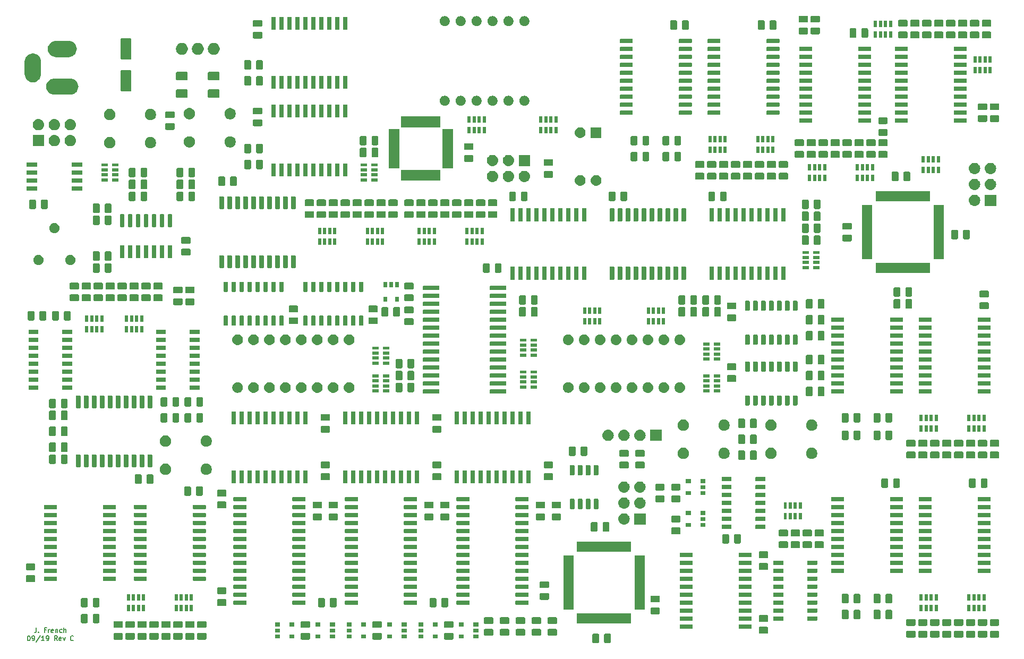
<source format=gts>
G04 #@! TF.GenerationSoftware,KiCad,Pcbnew,5.1.4+dfsg1-1~bpo10+1*
G04 #@! TF.CreationDate,2019-09-21T23:22:25+08:00*
G04 #@! TF.ProjectId,8-Bit CPU,382d4269-7420-4435-9055-2e6b69636164,rev?*
G04 #@! TF.SameCoordinates,Original*
G04 #@! TF.FileFunction,Soldermask,Top*
G04 #@! TF.FilePolarity,Negative*
%FSLAX46Y46*%
G04 Gerber Fmt 4.6, Leading zero omitted, Abs format (unit mm)*
G04 Created by KiCad (PCBNEW 5.1.4+dfsg1-1~bpo10+1) date 2019-09-21 23:22:25*
%MOMM*%
%LPD*%
G04 APERTURE LIST*
%ADD10C,0.150000*%
%ADD11C,0.100000*%
G04 APERTURE END LIST*
D10*
X41547142Y-154511214D02*
X41547142Y-155055500D01*
X41510857Y-155164357D01*
X41438285Y-155236928D01*
X41329428Y-155273214D01*
X41256857Y-155273214D01*
X41910000Y-155200642D02*
X41946285Y-155236928D01*
X41910000Y-155273214D01*
X41873714Y-155236928D01*
X41910000Y-155200642D01*
X41910000Y-155273214D01*
X43107428Y-154874071D02*
X42853428Y-154874071D01*
X42853428Y-155273214D02*
X42853428Y-154511214D01*
X43216285Y-154511214D01*
X43506571Y-155273214D02*
X43506571Y-154765214D01*
X43506571Y-154910357D02*
X43542857Y-154837785D01*
X43579142Y-154801500D01*
X43651714Y-154765214D01*
X43724285Y-154765214D01*
X44268571Y-155236928D02*
X44196000Y-155273214D01*
X44050857Y-155273214D01*
X43978285Y-155236928D01*
X43942000Y-155164357D01*
X43942000Y-154874071D01*
X43978285Y-154801500D01*
X44050857Y-154765214D01*
X44196000Y-154765214D01*
X44268571Y-154801500D01*
X44304857Y-154874071D01*
X44304857Y-154946642D01*
X43942000Y-155019214D01*
X44631428Y-154765214D02*
X44631428Y-155273214D01*
X44631428Y-154837785D02*
X44667714Y-154801500D01*
X44740285Y-154765214D01*
X44849142Y-154765214D01*
X44921714Y-154801500D01*
X44958000Y-154874071D01*
X44958000Y-155273214D01*
X45647428Y-155236928D02*
X45574857Y-155273214D01*
X45429714Y-155273214D01*
X45357142Y-155236928D01*
X45320857Y-155200642D01*
X45284571Y-155128071D01*
X45284571Y-154910357D01*
X45320857Y-154837785D01*
X45357142Y-154801500D01*
X45429714Y-154765214D01*
X45574857Y-154765214D01*
X45647428Y-154801500D01*
X45974000Y-155273214D02*
X45974000Y-154511214D01*
X46300571Y-155273214D02*
X46300571Y-154874071D01*
X46264285Y-154801500D01*
X46191714Y-154765214D01*
X46082857Y-154765214D01*
X46010285Y-154801500D01*
X45974000Y-154837785D01*
X40331571Y-155804214D02*
X40404142Y-155804214D01*
X40476714Y-155840500D01*
X40513000Y-155876785D01*
X40549285Y-155949357D01*
X40585571Y-156094500D01*
X40585571Y-156275928D01*
X40549285Y-156421071D01*
X40513000Y-156493642D01*
X40476714Y-156529928D01*
X40404142Y-156566214D01*
X40331571Y-156566214D01*
X40259000Y-156529928D01*
X40222714Y-156493642D01*
X40186428Y-156421071D01*
X40150142Y-156275928D01*
X40150142Y-156094500D01*
X40186428Y-155949357D01*
X40222714Y-155876785D01*
X40259000Y-155840500D01*
X40331571Y-155804214D01*
X40948428Y-156566214D02*
X41093571Y-156566214D01*
X41166142Y-156529928D01*
X41202428Y-156493642D01*
X41275000Y-156384785D01*
X41311285Y-156239642D01*
X41311285Y-155949357D01*
X41275000Y-155876785D01*
X41238714Y-155840500D01*
X41166142Y-155804214D01*
X41021000Y-155804214D01*
X40948428Y-155840500D01*
X40912142Y-155876785D01*
X40875857Y-155949357D01*
X40875857Y-156130785D01*
X40912142Y-156203357D01*
X40948428Y-156239642D01*
X41021000Y-156275928D01*
X41166142Y-156275928D01*
X41238714Y-156239642D01*
X41275000Y-156203357D01*
X41311285Y-156130785D01*
X42182142Y-155767928D02*
X41529000Y-156747642D01*
X42835285Y-156566214D02*
X42399857Y-156566214D01*
X42617571Y-156566214D02*
X42617571Y-155804214D01*
X42545000Y-155913071D01*
X42472428Y-155985642D01*
X42399857Y-156021928D01*
X43198142Y-156566214D02*
X43343285Y-156566214D01*
X43415857Y-156529928D01*
X43452142Y-156493642D01*
X43524714Y-156384785D01*
X43561000Y-156239642D01*
X43561000Y-155949357D01*
X43524714Y-155876785D01*
X43488428Y-155840500D01*
X43415857Y-155804214D01*
X43270714Y-155804214D01*
X43198142Y-155840500D01*
X43161857Y-155876785D01*
X43125571Y-155949357D01*
X43125571Y-156130785D01*
X43161857Y-156203357D01*
X43198142Y-156239642D01*
X43270714Y-156275928D01*
X43415857Y-156275928D01*
X43488428Y-156239642D01*
X43524714Y-156203357D01*
X43561000Y-156130785D01*
X44903571Y-156566214D02*
X44649571Y-156203357D01*
X44468142Y-156566214D02*
X44468142Y-155804214D01*
X44758428Y-155804214D01*
X44831000Y-155840500D01*
X44867285Y-155876785D01*
X44903571Y-155949357D01*
X44903571Y-156058214D01*
X44867285Y-156130785D01*
X44831000Y-156167071D01*
X44758428Y-156203357D01*
X44468142Y-156203357D01*
X45520428Y-156529928D02*
X45447857Y-156566214D01*
X45302714Y-156566214D01*
X45230142Y-156529928D01*
X45193857Y-156457357D01*
X45193857Y-156167071D01*
X45230142Y-156094500D01*
X45302714Y-156058214D01*
X45447857Y-156058214D01*
X45520428Y-156094500D01*
X45556714Y-156167071D01*
X45556714Y-156239642D01*
X45193857Y-156312214D01*
X45810714Y-156058214D02*
X45992142Y-156566214D01*
X46173571Y-156058214D01*
X47479857Y-156493642D02*
X47443571Y-156529928D01*
X47334714Y-156566214D01*
X47262142Y-156566214D01*
X47153285Y-156529928D01*
X47080714Y-156457357D01*
X47044428Y-156384785D01*
X47008142Y-156239642D01*
X47008142Y-156130785D01*
X47044428Y-155985642D01*
X47080714Y-155913071D01*
X47153285Y-155840500D01*
X47262142Y-155804214D01*
X47334714Y-155804214D01*
X47443571Y-155840500D01*
X47479857Y-155876785D01*
D11*
G36*
X132989468Y-155448565D02*
G01*
X133028138Y-155460296D01*
X133063777Y-155479346D01*
X133095017Y-155504983D01*
X133120654Y-155536223D01*
X133139704Y-155571862D01*
X133151435Y-155610532D01*
X133156000Y-155656888D01*
X133156000Y-156733112D01*
X133151435Y-156779468D01*
X133139704Y-156818138D01*
X133120654Y-156853777D01*
X133095017Y-156885017D01*
X133063777Y-156910654D01*
X133028138Y-156929704D01*
X132989468Y-156941435D01*
X132943112Y-156946000D01*
X132291888Y-156946000D01*
X132245532Y-156941435D01*
X132206862Y-156929704D01*
X132171223Y-156910654D01*
X132139983Y-156885017D01*
X132114346Y-156853777D01*
X132095296Y-156818138D01*
X132083565Y-156779468D01*
X132079000Y-156733112D01*
X132079000Y-155656888D01*
X132083565Y-155610532D01*
X132095296Y-155571862D01*
X132114346Y-155536223D01*
X132139983Y-155504983D01*
X132171223Y-155479346D01*
X132206862Y-155460296D01*
X132245532Y-155448565D01*
X132291888Y-155444000D01*
X132943112Y-155444000D01*
X132989468Y-155448565D01*
X132989468Y-155448565D01*
G37*
G36*
X131114468Y-155448565D02*
G01*
X131153138Y-155460296D01*
X131188777Y-155479346D01*
X131220017Y-155504983D01*
X131245654Y-155536223D01*
X131264704Y-155571862D01*
X131276435Y-155610532D01*
X131281000Y-155656888D01*
X131281000Y-156733112D01*
X131276435Y-156779468D01*
X131264704Y-156818138D01*
X131245654Y-156853777D01*
X131220017Y-156885017D01*
X131188777Y-156910654D01*
X131153138Y-156929704D01*
X131114468Y-156941435D01*
X131068112Y-156946000D01*
X130416888Y-156946000D01*
X130370532Y-156941435D01*
X130331862Y-156929704D01*
X130296223Y-156910654D01*
X130264983Y-156885017D01*
X130239346Y-156853777D01*
X130220296Y-156818138D01*
X130208565Y-156779468D01*
X130204000Y-156733112D01*
X130204000Y-155656888D01*
X130208565Y-155610532D01*
X130220296Y-155571862D01*
X130239346Y-155536223D01*
X130264983Y-155504983D01*
X130296223Y-155479346D01*
X130331862Y-155460296D01*
X130370532Y-155448565D01*
X130416888Y-155444000D01*
X131068112Y-155444000D01*
X131114468Y-155448565D01*
X131114468Y-155448565D01*
G37*
G36*
X85039468Y-155343565D02*
G01*
X85078138Y-155355296D01*
X85113777Y-155374346D01*
X85145017Y-155399983D01*
X85170654Y-155431223D01*
X85189704Y-155466862D01*
X85201435Y-155505532D01*
X85206000Y-155551888D01*
X85206000Y-156203112D01*
X85201435Y-156249468D01*
X85189704Y-156288138D01*
X85170654Y-156323777D01*
X85145017Y-156355017D01*
X85113777Y-156380654D01*
X85078138Y-156399704D01*
X85039468Y-156411435D01*
X84993112Y-156416000D01*
X83916888Y-156416000D01*
X83870532Y-156411435D01*
X83831862Y-156399704D01*
X83796223Y-156380654D01*
X83764983Y-156355017D01*
X83739346Y-156323777D01*
X83720296Y-156288138D01*
X83708565Y-156249468D01*
X83704000Y-156203112D01*
X83704000Y-155551888D01*
X83708565Y-155505532D01*
X83720296Y-155466862D01*
X83739346Y-155431223D01*
X83764983Y-155399983D01*
X83796223Y-155374346D01*
X83831862Y-155355296D01*
X83870532Y-155343565D01*
X83916888Y-155339000D01*
X84993112Y-155339000D01*
X85039468Y-155343565D01*
X85039468Y-155343565D01*
G37*
G36*
X107899468Y-155343565D02*
G01*
X107938138Y-155355296D01*
X107973777Y-155374346D01*
X108005017Y-155399983D01*
X108030654Y-155431223D01*
X108049704Y-155466862D01*
X108061435Y-155505532D01*
X108066000Y-155551888D01*
X108066000Y-156203112D01*
X108061435Y-156249468D01*
X108049704Y-156288138D01*
X108030654Y-156323777D01*
X108005017Y-156355017D01*
X107973777Y-156380654D01*
X107938138Y-156399704D01*
X107899468Y-156411435D01*
X107853112Y-156416000D01*
X106776888Y-156416000D01*
X106730532Y-156411435D01*
X106691862Y-156399704D01*
X106656223Y-156380654D01*
X106624983Y-156355017D01*
X106599346Y-156323777D01*
X106580296Y-156288138D01*
X106568565Y-156249468D01*
X106564000Y-156203112D01*
X106564000Y-155551888D01*
X106568565Y-155505532D01*
X106580296Y-155466862D01*
X106599346Y-155431223D01*
X106624983Y-155399983D01*
X106656223Y-155374346D01*
X106691862Y-155355296D01*
X106730532Y-155343565D01*
X106776888Y-155339000D01*
X107853112Y-155339000D01*
X107899468Y-155343565D01*
X107899468Y-155343565D01*
G37*
G36*
X96469468Y-155343565D02*
G01*
X96508138Y-155355296D01*
X96543777Y-155374346D01*
X96575017Y-155399983D01*
X96600654Y-155431223D01*
X96619704Y-155466862D01*
X96631435Y-155505532D01*
X96636000Y-155551888D01*
X96636000Y-156203112D01*
X96631435Y-156249468D01*
X96619704Y-156288138D01*
X96600654Y-156323777D01*
X96575017Y-156355017D01*
X96543777Y-156380654D01*
X96508138Y-156399704D01*
X96469468Y-156411435D01*
X96423112Y-156416000D01*
X95346888Y-156416000D01*
X95300532Y-156411435D01*
X95261862Y-156399704D01*
X95226223Y-156380654D01*
X95194983Y-156355017D01*
X95169346Y-156323777D01*
X95150296Y-156288138D01*
X95138565Y-156249468D01*
X95134000Y-156203112D01*
X95134000Y-155551888D01*
X95138565Y-155505532D01*
X95150296Y-155466862D01*
X95169346Y-155431223D01*
X95194983Y-155399983D01*
X95226223Y-155374346D01*
X95261862Y-155355296D01*
X95300532Y-155343565D01*
X95346888Y-155339000D01*
X96423112Y-155339000D01*
X96469468Y-155343565D01*
X96469468Y-155343565D01*
G37*
G36*
X55194468Y-155343565D02*
G01*
X55233138Y-155355296D01*
X55268777Y-155374346D01*
X55300017Y-155399983D01*
X55325654Y-155431223D01*
X55344704Y-155466862D01*
X55356435Y-155505532D01*
X55361000Y-155551888D01*
X55361000Y-156203112D01*
X55356435Y-156249468D01*
X55344704Y-156288138D01*
X55325654Y-156323777D01*
X55300017Y-156355017D01*
X55268777Y-156380654D01*
X55233138Y-156399704D01*
X55194468Y-156411435D01*
X55148112Y-156416000D01*
X54071888Y-156416000D01*
X54025532Y-156411435D01*
X53986862Y-156399704D01*
X53951223Y-156380654D01*
X53919983Y-156355017D01*
X53894346Y-156323777D01*
X53875296Y-156288138D01*
X53863565Y-156249468D01*
X53859000Y-156203112D01*
X53859000Y-155551888D01*
X53863565Y-155505532D01*
X53875296Y-155466862D01*
X53894346Y-155431223D01*
X53919983Y-155399983D01*
X53951223Y-155374346D01*
X53986862Y-155355296D01*
X54025532Y-155343565D01*
X54071888Y-155339000D01*
X55148112Y-155339000D01*
X55194468Y-155343565D01*
X55194468Y-155343565D01*
G37*
G36*
X57099468Y-155343565D02*
G01*
X57138138Y-155355296D01*
X57173777Y-155374346D01*
X57205017Y-155399983D01*
X57230654Y-155431223D01*
X57249704Y-155466862D01*
X57261435Y-155505532D01*
X57266000Y-155551888D01*
X57266000Y-156203112D01*
X57261435Y-156249468D01*
X57249704Y-156288138D01*
X57230654Y-156323777D01*
X57205017Y-156355017D01*
X57173777Y-156380654D01*
X57138138Y-156399704D01*
X57099468Y-156411435D01*
X57053112Y-156416000D01*
X55976888Y-156416000D01*
X55930532Y-156411435D01*
X55891862Y-156399704D01*
X55856223Y-156380654D01*
X55824983Y-156355017D01*
X55799346Y-156323777D01*
X55780296Y-156288138D01*
X55768565Y-156249468D01*
X55764000Y-156203112D01*
X55764000Y-155551888D01*
X55768565Y-155505532D01*
X55780296Y-155466862D01*
X55799346Y-155431223D01*
X55824983Y-155399983D01*
X55856223Y-155374346D01*
X55891862Y-155355296D01*
X55930532Y-155343565D01*
X55976888Y-155339000D01*
X57053112Y-155339000D01*
X57099468Y-155343565D01*
X57099468Y-155343565D01*
G37*
G36*
X59004468Y-155343565D02*
G01*
X59043138Y-155355296D01*
X59078777Y-155374346D01*
X59110017Y-155399983D01*
X59135654Y-155431223D01*
X59154704Y-155466862D01*
X59166435Y-155505532D01*
X59171000Y-155551888D01*
X59171000Y-156203112D01*
X59166435Y-156249468D01*
X59154704Y-156288138D01*
X59135654Y-156323777D01*
X59110017Y-156355017D01*
X59078777Y-156380654D01*
X59043138Y-156399704D01*
X59004468Y-156411435D01*
X58958112Y-156416000D01*
X57881888Y-156416000D01*
X57835532Y-156411435D01*
X57796862Y-156399704D01*
X57761223Y-156380654D01*
X57729983Y-156355017D01*
X57704346Y-156323777D01*
X57685296Y-156288138D01*
X57673565Y-156249468D01*
X57669000Y-156203112D01*
X57669000Y-155551888D01*
X57673565Y-155505532D01*
X57685296Y-155466862D01*
X57704346Y-155431223D01*
X57729983Y-155399983D01*
X57761223Y-155374346D01*
X57796862Y-155355296D01*
X57835532Y-155343565D01*
X57881888Y-155339000D01*
X58958112Y-155339000D01*
X59004468Y-155343565D01*
X59004468Y-155343565D01*
G37*
G36*
X60909468Y-155343565D02*
G01*
X60948138Y-155355296D01*
X60983777Y-155374346D01*
X61015017Y-155399983D01*
X61040654Y-155431223D01*
X61059704Y-155466862D01*
X61071435Y-155505532D01*
X61076000Y-155551888D01*
X61076000Y-156203112D01*
X61071435Y-156249468D01*
X61059704Y-156288138D01*
X61040654Y-156323777D01*
X61015017Y-156355017D01*
X60983777Y-156380654D01*
X60948138Y-156399704D01*
X60909468Y-156411435D01*
X60863112Y-156416000D01*
X59786888Y-156416000D01*
X59740532Y-156411435D01*
X59701862Y-156399704D01*
X59666223Y-156380654D01*
X59634983Y-156355017D01*
X59609346Y-156323777D01*
X59590296Y-156288138D01*
X59578565Y-156249468D01*
X59574000Y-156203112D01*
X59574000Y-155551888D01*
X59578565Y-155505532D01*
X59590296Y-155466862D01*
X59609346Y-155431223D01*
X59634983Y-155399983D01*
X59666223Y-155374346D01*
X59701862Y-155355296D01*
X59740532Y-155343565D01*
X59786888Y-155339000D01*
X60863112Y-155339000D01*
X60909468Y-155343565D01*
X60909468Y-155343565D01*
G37*
G36*
X62814468Y-155343565D02*
G01*
X62853138Y-155355296D01*
X62888777Y-155374346D01*
X62920017Y-155399983D01*
X62945654Y-155431223D01*
X62964704Y-155466862D01*
X62976435Y-155505532D01*
X62981000Y-155551888D01*
X62981000Y-156203112D01*
X62976435Y-156249468D01*
X62964704Y-156288138D01*
X62945654Y-156323777D01*
X62920017Y-156355017D01*
X62888777Y-156380654D01*
X62853138Y-156399704D01*
X62814468Y-156411435D01*
X62768112Y-156416000D01*
X61691888Y-156416000D01*
X61645532Y-156411435D01*
X61606862Y-156399704D01*
X61571223Y-156380654D01*
X61539983Y-156355017D01*
X61514346Y-156323777D01*
X61495296Y-156288138D01*
X61483565Y-156249468D01*
X61479000Y-156203112D01*
X61479000Y-155551888D01*
X61483565Y-155505532D01*
X61495296Y-155466862D01*
X61514346Y-155431223D01*
X61539983Y-155399983D01*
X61571223Y-155374346D01*
X61606862Y-155355296D01*
X61645532Y-155343565D01*
X61691888Y-155339000D01*
X62768112Y-155339000D01*
X62814468Y-155343565D01*
X62814468Y-155343565D01*
G37*
G36*
X64719468Y-155343565D02*
G01*
X64758138Y-155355296D01*
X64793777Y-155374346D01*
X64825017Y-155399983D01*
X64850654Y-155431223D01*
X64869704Y-155466862D01*
X64881435Y-155505532D01*
X64886000Y-155551888D01*
X64886000Y-156203112D01*
X64881435Y-156249468D01*
X64869704Y-156288138D01*
X64850654Y-156323777D01*
X64825017Y-156355017D01*
X64793777Y-156380654D01*
X64758138Y-156399704D01*
X64719468Y-156411435D01*
X64673112Y-156416000D01*
X63596888Y-156416000D01*
X63550532Y-156411435D01*
X63511862Y-156399704D01*
X63476223Y-156380654D01*
X63444983Y-156355017D01*
X63419346Y-156323777D01*
X63400296Y-156288138D01*
X63388565Y-156249468D01*
X63384000Y-156203112D01*
X63384000Y-155551888D01*
X63388565Y-155505532D01*
X63400296Y-155466862D01*
X63419346Y-155431223D01*
X63444983Y-155399983D01*
X63476223Y-155374346D01*
X63511862Y-155355296D01*
X63550532Y-155343565D01*
X63596888Y-155339000D01*
X64673112Y-155339000D01*
X64719468Y-155343565D01*
X64719468Y-155343565D01*
G37*
G36*
X66624468Y-155343565D02*
G01*
X66663138Y-155355296D01*
X66698777Y-155374346D01*
X66730017Y-155399983D01*
X66755654Y-155431223D01*
X66774704Y-155466862D01*
X66786435Y-155505532D01*
X66791000Y-155551888D01*
X66791000Y-156203112D01*
X66786435Y-156249468D01*
X66774704Y-156288138D01*
X66755654Y-156323777D01*
X66730017Y-156355017D01*
X66698777Y-156380654D01*
X66663138Y-156399704D01*
X66624468Y-156411435D01*
X66578112Y-156416000D01*
X65501888Y-156416000D01*
X65455532Y-156411435D01*
X65416862Y-156399704D01*
X65381223Y-156380654D01*
X65349983Y-156355017D01*
X65324346Y-156323777D01*
X65305296Y-156288138D01*
X65293565Y-156249468D01*
X65289000Y-156203112D01*
X65289000Y-155551888D01*
X65293565Y-155505532D01*
X65305296Y-155466862D01*
X65324346Y-155431223D01*
X65349983Y-155399983D01*
X65381223Y-155374346D01*
X65416862Y-155355296D01*
X65455532Y-155343565D01*
X65501888Y-155339000D01*
X66578112Y-155339000D01*
X66624468Y-155343565D01*
X66624468Y-155343565D01*
G37*
G36*
X68529468Y-155343565D02*
G01*
X68568138Y-155355296D01*
X68603777Y-155374346D01*
X68635017Y-155399983D01*
X68660654Y-155431223D01*
X68679704Y-155466862D01*
X68691435Y-155505532D01*
X68696000Y-155551888D01*
X68696000Y-156203112D01*
X68691435Y-156249468D01*
X68679704Y-156288138D01*
X68660654Y-156323777D01*
X68635017Y-156355017D01*
X68603777Y-156380654D01*
X68568138Y-156399704D01*
X68529468Y-156411435D01*
X68483112Y-156416000D01*
X67406888Y-156416000D01*
X67360532Y-156411435D01*
X67321862Y-156399704D01*
X67286223Y-156380654D01*
X67254983Y-156355017D01*
X67229346Y-156323777D01*
X67210296Y-156288138D01*
X67198565Y-156249468D01*
X67194000Y-156203112D01*
X67194000Y-155551888D01*
X67198565Y-155505532D01*
X67210296Y-155466862D01*
X67229346Y-155431223D01*
X67254983Y-155399983D01*
X67286223Y-155374346D01*
X67321862Y-155355296D01*
X67360532Y-155343565D01*
X67406888Y-155339000D01*
X68483112Y-155339000D01*
X68529468Y-155343565D01*
X68529468Y-155343565D01*
G37*
G36*
X82721001Y-156196000D02*
G01*
X81919001Y-156196000D01*
X81919001Y-155584000D01*
X82721001Y-155584000D01*
X82721001Y-156196000D01*
X82721001Y-156196000D01*
G37*
G36*
X86871000Y-156196000D02*
G01*
X86069000Y-156196000D01*
X86069000Y-155584000D01*
X86871000Y-155584000D01*
X86871000Y-156196000D01*
X86871000Y-156196000D01*
G37*
G36*
X89191000Y-156196000D02*
G01*
X88389000Y-156196000D01*
X88389000Y-155584000D01*
X89191000Y-155584000D01*
X89191000Y-156196000D01*
X89191000Y-156196000D01*
G37*
G36*
X103261001Y-156196000D02*
G01*
X102459001Y-156196000D01*
X102459001Y-155584000D01*
X103261001Y-155584000D01*
X103261001Y-156196000D01*
X103261001Y-156196000D01*
G37*
G36*
X80401001Y-156196000D02*
G01*
X79599001Y-156196000D01*
X79599001Y-155584000D01*
X80401001Y-155584000D01*
X80401001Y-156196000D01*
X80401001Y-156196000D01*
G37*
G36*
X100621000Y-156196000D02*
G01*
X99819000Y-156196000D01*
X99819000Y-155584000D01*
X100621000Y-155584000D01*
X100621000Y-156196000D01*
X100621000Y-156196000D01*
G37*
G36*
X94151001Y-156196000D02*
G01*
X93349001Y-156196000D01*
X93349001Y-155584000D01*
X94151001Y-155584000D01*
X94151001Y-156196000D01*
X94151001Y-156196000D01*
G37*
G36*
X91831001Y-156196000D02*
G01*
X91029001Y-156196000D01*
X91029001Y-155584000D01*
X91831001Y-155584000D01*
X91831001Y-156196000D01*
X91831001Y-156196000D01*
G37*
G36*
X112051000Y-156196000D02*
G01*
X111249000Y-156196000D01*
X111249000Y-155584000D01*
X112051000Y-155584000D01*
X112051000Y-156196000D01*
X112051000Y-156196000D01*
G37*
G36*
X109731000Y-156196000D02*
G01*
X108929000Y-156196000D01*
X108929000Y-155584000D01*
X109731000Y-155584000D01*
X109731000Y-156196000D01*
X109731000Y-156196000D01*
G37*
G36*
X105581001Y-156196000D02*
G01*
X104779001Y-156196000D01*
X104779001Y-155584000D01*
X105581001Y-155584000D01*
X105581001Y-156196000D01*
X105581001Y-156196000D01*
G37*
G36*
X98301000Y-156196000D02*
G01*
X97499000Y-156196000D01*
X97499000Y-155584000D01*
X98301000Y-155584000D01*
X98301000Y-156196000D01*
X98301000Y-156196000D01*
G37*
G36*
X181559468Y-155011065D02*
G01*
X181598138Y-155022796D01*
X181633777Y-155041846D01*
X181665017Y-155067483D01*
X181690654Y-155098723D01*
X181709704Y-155134362D01*
X181721435Y-155173032D01*
X181726000Y-155219388D01*
X181726000Y-155870612D01*
X181721435Y-155916968D01*
X181709704Y-155955638D01*
X181690654Y-155991277D01*
X181665017Y-156022517D01*
X181633777Y-156048154D01*
X181598138Y-156067204D01*
X181559468Y-156078935D01*
X181513112Y-156083500D01*
X180436888Y-156083500D01*
X180390532Y-156078935D01*
X180351862Y-156067204D01*
X180316223Y-156048154D01*
X180284983Y-156022517D01*
X180259346Y-155991277D01*
X180240296Y-155955638D01*
X180228565Y-155916968D01*
X180224000Y-155870612D01*
X180224000Y-155219388D01*
X180228565Y-155173032D01*
X180240296Y-155134362D01*
X180259346Y-155098723D01*
X180284983Y-155067483D01*
X180316223Y-155041846D01*
X180351862Y-155022796D01*
X180390532Y-155011065D01*
X180436888Y-155006500D01*
X181513112Y-155006500D01*
X181559468Y-155011065D01*
X181559468Y-155011065D01*
G37*
G36*
X183464468Y-155011065D02*
G01*
X183503138Y-155022796D01*
X183538777Y-155041846D01*
X183570017Y-155067483D01*
X183595654Y-155098723D01*
X183614704Y-155134362D01*
X183626435Y-155173032D01*
X183631000Y-155219388D01*
X183631000Y-155870612D01*
X183626435Y-155916968D01*
X183614704Y-155955638D01*
X183595654Y-155991277D01*
X183570017Y-156022517D01*
X183538777Y-156048154D01*
X183503138Y-156067204D01*
X183464468Y-156078935D01*
X183418112Y-156083500D01*
X182341888Y-156083500D01*
X182295532Y-156078935D01*
X182256862Y-156067204D01*
X182221223Y-156048154D01*
X182189983Y-156022517D01*
X182164346Y-155991277D01*
X182145296Y-155955638D01*
X182133565Y-155916968D01*
X182129000Y-155870612D01*
X182129000Y-155219388D01*
X182133565Y-155173032D01*
X182145296Y-155134362D01*
X182164346Y-155098723D01*
X182189983Y-155067483D01*
X182221223Y-155041846D01*
X182256862Y-155022796D01*
X182295532Y-155011065D01*
X182341888Y-155006500D01*
X183418112Y-155006500D01*
X183464468Y-155011065D01*
X183464468Y-155011065D01*
G37*
G36*
X194894468Y-155011065D02*
G01*
X194933138Y-155022796D01*
X194968777Y-155041846D01*
X195000017Y-155067483D01*
X195025654Y-155098723D01*
X195044704Y-155134362D01*
X195056435Y-155173032D01*
X195061000Y-155219388D01*
X195061000Y-155870612D01*
X195056435Y-155916968D01*
X195044704Y-155955638D01*
X195025654Y-155991277D01*
X195000017Y-156022517D01*
X194968777Y-156048154D01*
X194933138Y-156067204D01*
X194894468Y-156078935D01*
X194848112Y-156083500D01*
X193771888Y-156083500D01*
X193725532Y-156078935D01*
X193686862Y-156067204D01*
X193651223Y-156048154D01*
X193619983Y-156022517D01*
X193594346Y-155991277D01*
X193575296Y-155955638D01*
X193563565Y-155916968D01*
X193559000Y-155870612D01*
X193559000Y-155219388D01*
X193563565Y-155173032D01*
X193575296Y-155134362D01*
X193594346Y-155098723D01*
X193619983Y-155067483D01*
X193651223Y-155041846D01*
X193686862Y-155022796D01*
X193725532Y-155011065D01*
X193771888Y-155006500D01*
X194848112Y-155006500D01*
X194894468Y-155011065D01*
X194894468Y-155011065D01*
G37*
G36*
X185369468Y-155011065D02*
G01*
X185408138Y-155022796D01*
X185443777Y-155041846D01*
X185475017Y-155067483D01*
X185500654Y-155098723D01*
X185519704Y-155134362D01*
X185531435Y-155173032D01*
X185536000Y-155219388D01*
X185536000Y-155870612D01*
X185531435Y-155916968D01*
X185519704Y-155955638D01*
X185500654Y-155991277D01*
X185475017Y-156022517D01*
X185443777Y-156048154D01*
X185408138Y-156067204D01*
X185369468Y-156078935D01*
X185323112Y-156083500D01*
X184246888Y-156083500D01*
X184200532Y-156078935D01*
X184161862Y-156067204D01*
X184126223Y-156048154D01*
X184094983Y-156022517D01*
X184069346Y-155991277D01*
X184050296Y-155955638D01*
X184038565Y-155916968D01*
X184034000Y-155870612D01*
X184034000Y-155219388D01*
X184038565Y-155173032D01*
X184050296Y-155134362D01*
X184069346Y-155098723D01*
X184094983Y-155067483D01*
X184126223Y-155041846D01*
X184161862Y-155022796D01*
X184200532Y-155011065D01*
X184246888Y-155006500D01*
X185323112Y-155006500D01*
X185369468Y-155011065D01*
X185369468Y-155011065D01*
G37*
G36*
X191084468Y-155011065D02*
G01*
X191123138Y-155022796D01*
X191158777Y-155041846D01*
X191190017Y-155067483D01*
X191215654Y-155098723D01*
X191234704Y-155134362D01*
X191246435Y-155173032D01*
X191251000Y-155219388D01*
X191251000Y-155870612D01*
X191246435Y-155916968D01*
X191234704Y-155955638D01*
X191215654Y-155991277D01*
X191190017Y-156022517D01*
X191158777Y-156048154D01*
X191123138Y-156067204D01*
X191084468Y-156078935D01*
X191038112Y-156083500D01*
X189961888Y-156083500D01*
X189915532Y-156078935D01*
X189876862Y-156067204D01*
X189841223Y-156048154D01*
X189809983Y-156022517D01*
X189784346Y-155991277D01*
X189765296Y-155955638D01*
X189753565Y-155916968D01*
X189749000Y-155870612D01*
X189749000Y-155219388D01*
X189753565Y-155173032D01*
X189765296Y-155134362D01*
X189784346Y-155098723D01*
X189809983Y-155067483D01*
X189841223Y-155041846D01*
X189876862Y-155022796D01*
X189915532Y-155011065D01*
X189961888Y-155006500D01*
X191038112Y-155006500D01*
X191084468Y-155011065D01*
X191084468Y-155011065D01*
G37*
G36*
X192989468Y-155011065D02*
G01*
X193028138Y-155022796D01*
X193063777Y-155041846D01*
X193095017Y-155067483D01*
X193120654Y-155098723D01*
X193139704Y-155134362D01*
X193151435Y-155173032D01*
X193156000Y-155219388D01*
X193156000Y-155870612D01*
X193151435Y-155916968D01*
X193139704Y-155955638D01*
X193120654Y-155991277D01*
X193095017Y-156022517D01*
X193063777Y-156048154D01*
X193028138Y-156067204D01*
X192989468Y-156078935D01*
X192943112Y-156083500D01*
X191866888Y-156083500D01*
X191820532Y-156078935D01*
X191781862Y-156067204D01*
X191746223Y-156048154D01*
X191714983Y-156022517D01*
X191689346Y-155991277D01*
X191670296Y-155955638D01*
X191658565Y-155916968D01*
X191654000Y-155870612D01*
X191654000Y-155219388D01*
X191658565Y-155173032D01*
X191670296Y-155134362D01*
X191689346Y-155098723D01*
X191714983Y-155067483D01*
X191746223Y-155041846D01*
X191781862Y-155022796D01*
X191820532Y-155011065D01*
X191866888Y-155006500D01*
X192943112Y-155006500D01*
X192989468Y-155011065D01*
X192989468Y-155011065D01*
G37*
G36*
X187274468Y-155011065D02*
G01*
X187313138Y-155022796D01*
X187348777Y-155041846D01*
X187380017Y-155067483D01*
X187405654Y-155098723D01*
X187424704Y-155134362D01*
X187436435Y-155173032D01*
X187441000Y-155219388D01*
X187441000Y-155870612D01*
X187436435Y-155916968D01*
X187424704Y-155955638D01*
X187405654Y-155991277D01*
X187380017Y-156022517D01*
X187348777Y-156048154D01*
X187313138Y-156067204D01*
X187274468Y-156078935D01*
X187228112Y-156083500D01*
X186151888Y-156083500D01*
X186105532Y-156078935D01*
X186066862Y-156067204D01*
X186031223Y-156048154D01*
X185999983Y-156022517D01*
X185974346Y-155991277D01*
X185955296Y-155955638D01*
X185943565Y-155916968D01*
X185939000Y-155870612D01*
X185939000Y-155219388D01*
X185943565Y-155173032D01*
X185955296Y-155134362D01*
X185974346Y-155098723D01*
X185999983Y-155067483D01*
X186031223Y-155041846D01*
X186066862Y-155022796D01*
X186105532Y-155011065D01*
X186151888Y-155006500D01*
X187228112Y-155006500D01*
X187274468Y-155011065D01*
X187274468Y-155011065D01*
G37*
G36*
X189179468Y-155011065D02*
G01*
X189218138Y-155022796D01*
X189253777Y-155041846D01*
X189285017Y-155067483D01*
X189310654Y-155098723D01*
X189329704Y-155134362D01*
X189341435Y-155173032D01*
X189346000Y-155219388D01*
X189346000Y-155870612D01*
X189341435Y-155916968D01*
X189329704Y-155955638D01*
X189310654Y-155991277D01*
X189285017Y-156022517D01*
X189253777Y-156048154D01*
X189218138Y-156067204D01*
X189179468Y-156078935D01*
X189133112Y-156083500D01*
X188056888Y-156083500D01*
X188010532Y-156078935D01*
X187971862Y-156067204D01*
X187936223Y-156048154D01*
X187904983Y-156022517D01*
X187879346Y-155991277D01*
X187860296Y-155955638D01*
X187848565Y-155916968D01*
X187844000Y-155870612D01*
X187844000Y-155219388D01*
X187848565Y-155173032D01*
X187860296Y-155134362D01*
X187879346Y-155098723D01*
X187904983Y-155067483D01*
X187936223Y-155041846D01*
X187971862Y-155022796D01*
X188010532Y-155011065D01*
X188056888Y-155006500D01*
X189133112Y-155006500D01*
X189179468Y-155011065D01*
X189179468Y-155011065D01*
G37*
G36*
X121869468Y-154708565D02*
G01*
X121908138Y-154720296D01*
X121943777Y-154739346D01*
X121975017Y-154764983D01*
X122000654Y-154796223D01*
X122019704Y-154831862D01*
X122031435Y-154870532D01*
X122036000Y-154916888D01*
X122036000Y-155568112D01*
X122031435Y-155614468D01*
X122019704Y-155653138D01*
X122000654Y-155688777D01*
X121975017Y-155720017D01*
X121943777Y-155745654D01*
X121908138Y-155764704D01*
X121869468Y-155776435D01*
X121823112Y-155781000D01*
X120746888Y-155781000D01*
X120700532Y-155776435D01*
X120661862Y-155764704D01*
X120626223Y-155745654D01*
X120594983Y-155720017D01*
X120569346Y-155688777D01*
X120550296Y-155653138D01*
X120538565Y-155614468D01*
X120534000Y-155568112D01*
X120534000Y-154916888D01*
X120538565Y-154870532D01*
X120550296Y-154831862D01*
X120569346Y-154796223D01*
X120594983Y-154764983D01*
X120626223Y-154739346D01*
X120661862Y-154720296D01*
X120700532Y-154708565D01*
X120746888Y-154704000D01*
X121823112Y-154704000D01*
X121869468Y-154708565D01*
X121869468Y-154708565D01*
G37*
G36*
X119329468Y-154708565D02*
G01*
X119368138Y-154720296D01*
X119403777Y-154739346D01*
X119435017Y-154764983D01*
X119460654Y-154796223D01*
X119479704Y-154831862D01*
X119491435Y-154870532D01*
X119496000Y-154916888D01*
X119496000Y-155568112D01*
X119491435Y-155614468D01*
X119479704Y-155653138D01*
X119460654Y-155688777D01*
X119435017Y-155720017D01*
X119403777Y-155745654D01*
X119368138Y-155764704D01*
X119329468Y-155776435D01*
X119283112Y-155781000D01*
X118206888Y-155781000D01*
X118160532Y-155776435D01*
X118121862Y-155764704D01*
X118086223Y-155745654D01*
X118054983Y-155720017D01*
X118029346Y-155688777D01*
X118010296Y-155653138D01*
X117998565Y-155614468D01*
X117994000Y-155568112D01*
X117994000Y-154916888D01*
X117998565Y-154870532D01*
X118010296Y-154831862D01*
X118029346Y-154796223D01*
X118054983Y-154764983D01*
X118086223Y-154739346D01*
X118121862Y-154720296D01*
X118160532Y-154708565D01*
X118206888Y-154704000D01*
X119283112Y-154704000D01*
X119329468Y-154708565D01*
X119329468Y-154708565D01*
G37*
G36*
X116789468Y-154708565D02*
G01*
X116828138Y-154720296D01*
X116863777Y-154739346D01*
X116895017Y-154764983D01*
X116920654Y-154796223D01*
X116939704Y-154831862D01*
X116951435Y-154870532D01*
X116956000Y-154916888D01*
X116956000Y-155568112D01*
X116951435Y-155614468D01*
X116939704Y-155653138D01*
X116920654Y-155688777D01*
X116895017Y-155720017D01*
X116863777Y-155745654D01*
X116828138Y-155764704D01*
X116789468Y-155776435D01*
X116743112Y-155781000D01*
X115666888Y-155781000D01*
X115620532Y-155776435D01*
X115581862Y-155764704D01*
X115546223Y-155745654D01*
X115514983Y-155720017D01*
X115489346Y-155688777D01*
X115470296Y-155653138D01*
X115458565Y-155614468D01*
X115454000Y-155568112D01*
X115454000Y-154916888D01*
X115458565Y-154870532D01*
X115470296Y-154831862D01*
X115489346Y-154796223D01*
X115514983Y-154764983D01*
X115546223Y-154739346D01*
X115581862Y-154720296D01*
X115620532Y-154708565D01*
X115666888Y-154704000D01*
X116743112Y-154704000D01*
X116789468Y-154708565D01*
X116789468Y-154708565D01*
G37*
G36*
X114249468Y-154708565D02*
G01*
X114288138Y-154720296D01*
X114323777Y-154739346D01*
X114355017Y-154764983D01*
X114380654Y-154796223D01*
X114399704Y-154831862D01*
X114411435Y-154870532D01*
X114416000Y-154916888D01*
X114416000Y-155568112D01*
X114411435Y-155614468D01*
X114399704Y-155653138D01*
X114380654Y-155688777D01*
X114355017Y-155720017D01*
X114323777Y-155745654D01*
X114288138Y-155764704D01*
X114249468Y-155776435D01*
X114203112Y-155781000D01*
X113126888Y-155781000D01*
X113080532Y-155776435D01*
X113041862Y-155764704D01*
X113006223Y-155745654D01*
X112974983Y-155720017D01*
X112949346Y-155688777D01*
X112930296Y-155653138D01*
X112918565Y-155614468D01*
X112914000Y-155568112D01*
X112914000Y-154916888D01*
X112918565Y-154870532D01*
X112930296Y-154831862D01*
X112949346Y-154796223D01*
X112974983Y-154764983D01*
X113006223Y-154739346D01*
X113041862Y-154720296D01*
X113080532Y-154708565D01*
X113126888Y-154704000D01*
X114203112Y-154704000D01*
X114249468Y-154708565D01*
X114249468Y-154708565D01*
G37*
G36*
X124409468Y-154708565D02*
G01*
X124448138Y-154720296D01*
X124483777Y-154739346D01*
X124515017Y-154764983D01*
X124540654Y-154796223D01*
X124559704Y-154831862D01*
X124571435Y-154870532D01*
X124576000Y-154916888D01*
X124576000Y-155568112D01*
X124571435Y-155614468D01*
X124559704Y-155653138D01*
X124540654Y-155688777D01*
X124515017Y-155720017D01*
X124483777Y-155745654D01*
X124448138Y-155764704D01*
X124409468Y-155776435D01*
X124363112Y-155781000D01*
X123286888Y-155781000D01*
X123240532Y-155776435D01*
X123201862Y-155764704D01*
X123166223Y-155745654D01*
X123134983Y-155720017D01*
X123109346Y-155688777D01*
X123090296Y-155653138D01*
X123078565Y-155614468D01*
X123074000Y-155568112D01*
X123074000Y-154916888D01*
X123078565Y-154870532D01*
X123090296Y-154831862D01*
X123109346Y-154796223D01*
X123134983Y-154764983D01*
X123166223Y-154739346D01*
X123201862Y-154720296D01*
X123240532Y-154708565D01*
X123286888Y-154704000D01*
X124363112Y-154704000D01*
X124409468Y-154708565D01*
X124409468Y-154708565D01*
G37*
G36*
X158064468Y-154376065D02*
G01*
X158103138Y-154387796D01*
X158138777Y-154406846D01*
X158170017Y-154432483D01*
X158195654Y-154463723D01*
X158214704Y-154499362D01*
X158226435Y-154538032D01*
X158231000Y-154584388D01*
X158231000Y-155235612D01*
X158226435Y-155281968D01*
X158214704Y-155320638D01*
X158195654Y-155356277D01*
X158170017Y-155387517D01*
X158138777Y-155413154D01*
X158103138Y-155432204D01*
X158064468Y-155443935D01*
X158018112Y-155448500D01*
X156941888Y-155448500D01*
X156895532Y-155443935D01*
X156856862Y-155432204D01*
X156821223Y-155413154D01*
X156789983Y-155387517D01*
X156764346Y-155356277D01*
X156745296Y-155320638D01*
X156733565Y-155281968D01*
X156729000Y-155235612D01*
X156729000Y-154584388D01*
X156733565Y-154538032D01*
X156745296Y-154499362D01*
X156764346Y-154463723D01*
X156789983Y-154432483D01*
X156821223Y-154406846D01*
X156856862Y-154387796D01*
X156895532Y-154376065D01*
X156941888Y-154371500D01*
X158018112Y-154371500D01*
X158064468Y-154376065D01*
X158064468Y-154376065D01*
G37*
G36*
X100621000Y-155246000D02*
G01*
X99819000Y-155246000D01*
X99819000Y-154634000D01*
X100621000Y-154634000D01*
X100621000Y-155246000D01*
X100621000Y-155246000D01*
G37*
G36*
X80401001Y-155246000D02*
G01*
X79599001Y-155246000D01*
X79599001Y-154634000D01*
X80401001Y-154634000D01*
X80401001Y-155246000D01*
X80401001Y-155246000D01*
G37*
G36*
X89191000Y-155246000D02*
G01*
X88389000Y-155246000D01*
X88389000Y-154634000D01*
X89191000Y-154634000D01*
X89191000Y-155246000D01*
X89191000Y-155246000D01*
G37*
G36*
X91831001Y-155246000D02*
G01*
X91029001Y-155246000D01*
X91029001Y-154634000D01*
X91831001Y-154634000D01*
X91831001Y-155246000D01*
X91831001Y-155246000D01*
G37*
G36*
X103261001Y-155246000D02*
G01*
X102459001Y-155246000D01*
X102459001Y-154634000D01*
X103261001Y-154634000D01*
X103261001Y-155246000D01*
X103261001Y-155246000D01*
G37*
G36*
X112051000Y-155246000D02*
G01*
X111249000Y-155246000D01*
X111249000Y-154634000D01*
X112051000Y-154634000D01*
X112051000Y-155246000D01*
X112051000Y-155246000D01*
G37*
G36*
X155494928Y-153956764D02*
G01*
X155516009Y-153963160D01*
X155535445Y-153973548D01*
X155552476Y-153987524D01*
X155566452Y-154004555D01*
X155576840Y-154023991D01*
X155583236Y-154045072D01*
X155586000Y-154073140D01*
X155586000Y-154536860D01*
X155583236Y-154564928D01*
X155576840Y-154586009D01*
X155566452Y-154605445D01*
X155552476Y-154622476D01*
X155535445Y-154636452D01*
X155516009Y-154646840D01*
X155494928Y-154653236D01*
X155466860Y-154656000D01*
X153653140Y-154656000D01*
X153625072Y-154653236D01*
X153603991Y-154646840D01*
X153584555Y-154636452D01*
X153567524Y-154622476D01*
X153553548Y-154605445D01*
X153543160Y-154586009D01*
X153536764Y-154564928D01*
X153534000Y-154536860D01*
X153534000Y-154073140D01*
X153536764Y-154045072D01*
X153543160Y-154023991D01*
X153553548Y-154004555D01*
X153567524Y-153987524D01*
X153584555Y-153973548D01*
X153603991Y-153963160D01*
X153625072Y-153956764D01*
X153653140Y-153954000D01*
X155466860Y-153954000D01*
X155494928Y-153956764D01*
X155494928Y-153956764D01*
G37*
G36*
X146094928Y-153956764D02*
G01*
X146116009Y-153963160D01*
X146135445Y-153973548D01*
X146152476Y-153987524D01*
X146166452Y-154004555D01*
X146176840Y-154023991D01*
X146183236Y-154045072D01*
X146186000Y-154073140D01*
X146186000Y-154536860D01*
X146183236Y-154564928D01*
X146176840Y-154586009D01*
X146166452Y-154605445D01*
X146152476Y-154622476D01*
X146135445Y-154636452D01*
X146116009Y-154646840D01*
X146094928Y-154653236D01*
X146066860Y-154656000D01*
X144253140Y-154656000D01*
X144225072Y-154653236D01*
X144203991Y-154646840D01*
X144184555Y-154636452D01*
X144167524Y-154622476D01*
X144153548Y-154605445D01*
X144143160Y-154586009D01*
X144136764Y-154564928D01*
X144134000Y-154536860D01*
X144134000Y-154073140D01*
X144136764Y-154045072D01*
X144143160Y-154023991D01*
X144153548Y-154004555D01*
X144167524Y-153987524D01*
X144184555Y-153973548D01*
X144203991Y-153963160D01*
X144225072Y-153956764D01*
X144253140Y-153954000D01*
X146066860Y-153954000D01*
X146094928Y-153956764D01*
X146094928Y-153956764D01*
G37*
G36*
X60909468Y-153468565D02*
G01*
X60948138Y-153480296D01*
X60983777Y-153499346D01*
X61015017Y-153524983D01*
X61040654Y-153556223D01*
X61059704Y-153591862D01*
X61071435Y-153630532D01*
X61076000Y-153676888D01*
X61076000Y-154328112D01*
X61071435Y-154374468D01*
X61059704Y-154413138D01*
X61040654Y-154448777D01*
X61015017Y-154480017D01*
X60983777Y-154505654D01*
X60948138Y-154524704D01*
X60909468Y-154536435D01*
X60863112Y-154541000D01*
X59786888Y-154541000D01*
X59740532Y-154536435D01*
X59701862Y-154524704D01*
X59666223Y-154505654D01*
X59634983Y-154480017D01*
X59609346Y-154448777D01*
X59590296Y-154413138D01*
X59578565Y-154374468D01*
X59574000Y-154328112D01*
X59574000Y-153676888D01*
X59578565Y-153630532D01*
X59590296Y-153591862D01*
X59609346Y-153556223D01*
X59634983Y-153524983D01*
X59666223Y-153499346D01*
X59701862Y-153480296D01*
X59740532Y-153468565D01*
X59786888Y-153464000D01*
X60863112Y-153464000D01*
X60909468Y-153468565D01*
X60909468Y-153468565D01*
G37*
G36*
X96469468Y-153468565D02*
G01*
X96508138Y-153480296D01*
X96543777Y-153499346D01*
X96575017Y-153524983D01*
X96600654Y-153556223D01*
X96619704Y-153591862D01*
X96631435Y-153630532D01*
X96636000Y-153676888D01*
X96636000Y-154328112D01*
X96631435Y-154374468D01*
X96619704Y-154413138D01*
X96600654Y-154448777D01*
X96575017Y-154480017D01*
X96543777Y-154505654D01*
X96508138Y-154524704D01*
X96469468Y-154536435D01*
X96423112Y-154541000D01*
X95346888Y-154541000D01*
X95300532Y-154536435D01*
X95261862Y-154524704D01*
X95226223Y-154505654D01*
X95194983Y-154480017D01*
X95169346Y-154448777D01*
X95150296Y-154413138D01*
X95138565Y-154374468D01*
X95134000Y-154328112D01*
X95134000Y-153676888D01*
X95138565Y-153630532D01*
X95150296Y-153591862D01*
X95169346Y-153556223D01*
X95194983Y-153524983D01*
X95226223Y-153499346D01*
X95261862Y-153480296D01*
X95300532Y-153468565D01*
X95346888Y-153464000D01*
X96423112Y-153464000D01*
X96469468Y-153468565D01*
X96469468Y-153468565D01*
G37*
G36*
X85039468Y-153468565D02*
G01*
X85078138Y-153480296D01*
X85113777Y-153499346D01*
X85145017Y-153524983D01*
X85170654Y-153556223D01*
X85189704Y-153591862D01*
X85201435Y-153630532D01*
X85206000Y-153676888D01*
X85206000Y-154328112D01*
X85201435Y-154374468D01*
X85189704Y-154413138D01*
X85170654Y-154448777D01*
X85145017Y-154480017D01*
X85113777Y-154505654D01*
X85078138Y-154524704D01*
X85039468Y-154536435D01*
X84993112Y-154541000D01*
X83916888Y-154541000D01*
X83870532Y-154536435D01*
X83831862Y-154524704D01*
X83796223Y-154505654D01*
X83764983Y-154480017D01*
X83739346Y-154448777D01*
X83720296Y-154413138D01*
X83708565Y-154374468D01*
X83704000Y-154328112D01*
X83704000Y-153676888D01*
X83708565Y-153630532D01*
X83720296Y-153591862D01*
X83739346Y-153556223D01*
X83764983Y-153524983D01*
X83796223Y-153499346D01*
X83831862Y-153480296D01*
X83870532Y-153468565D01*
X83916888Y-153464000D01*
X84993112Y-153464000D01*
X85039468Y-153468565D01*
X85039468Y-153468565D01*
G37*
G36*
X107899468Y-153468565D02*
G01*
X107938138Y-153480296D01*
X107973777Y-153499346D01*
X108005017Y-153524983D01*
X108030654Y-153556223D01*
X108049704Y-153591862D01*
X108061435Y-153630532D01*
X108066000Y-153676888D01*
X108066000Y-154328112D01*
X108061435Y-154374468D01*
X108049704Y-154413138D01*
X108030654Y-154448777D01*
X108005017Y-154480017D01*
X107973777Y-154505654D01*
X107938138Y-154524704D01*
X107899468Y-154536435D01*
X107853112Y-154541000D01*
X106776888Y-154541000D01*
X106730532Y-154536435D01*
X106691862Y-154524704D01*
X106656223Y-154505654D01*
X106624983Y-154480017D01*
X106599346Y-154448777D01*
X106580296Y-154413138D01*
X106568565Y-154374468D01*
X106564000Y-154328112D01*
X106564000Y-153676888D01*
X106568565Y-153630532D01*
X106580296Y-153591862D01*
X106599346Y-153556223D01*
X106624983Y-153524983D01*
X106656223Y-153499346D01*
X106691862Y-153480296D01*
X106730532Y-153468565D01*
X106776888Y-153464000D01*
X107853112Y-153464000D01*
X107899468Y-153468565D01*
X107899468Y-153468565D01*
G37*
G36*
X55194468Y-153468565D02*
G01*
X55233138Y-153480296D01*
X55268777Y-153499346D01*
X55300017Y-153524983D01*
X55325654Y-153556223D01*
X55344704Y-153591862D01*
X55356435Y-153630532D01*
X55361000Y-153676888D01*
X55361000Y-154328112D01*
X55356435Y-154374468D01*
X55344704Y-154413138D01*
X55325654Y-154448777D01*
X55300017Y-154480017D01*
X55268777Y-154505654D01*
X55233138Y-154524704D01*
X55194468Y-154536435D01*
X55148112Y-154541000D01*
X54071888Y-154541000D01*
X54025532Y-154536435D01*
X53986862Y-154524704D01*
X53951223Y-154505654D01*
X53919983Y-154480017D01*
X53894346Y-154448777D01*
X53875296Y-154413138D01*
X53863565Y-154374468D01*
X53859000Y-154328112D01*
X53859000Y-153676888D01*
X53863565Y-153630532D01*
X53875296Y-153591862D01*
X53894346Y-153556223D01*
X53919983Y-153524983D01*
X53951223Y-153499346D01*
X53986862Y-153480296D01*
X54025532Y-153468565D01*
X54071888Y-153464000D01*
X55148112Y-153464000D01*
X55194468Y-153468565D01*
X55194468Y-153468565D01*
G37*
G36*
X57099468Y-153468565D02*
G01*
X57138138Y-153480296D01*
X57173777Y-153499346D01*
X57205017Y-153524983D01*
X57230654Y-153556223D01*
X57249704Y-153591862D01*
X57261435Y-153630532D01*
X57266000Y-153676888D01*
X57266000Y-154328112D01*
X57261435Y-154374468D01*
X57249704Y-154413138D01*
X57230654Y-154448777D01*
X57205017Y-154480017D01*
X57173777Y-154505654D01*
X57138138Y-154524704D01*
X57099468Y-154536435D01*
X57053112Y-154541000D01*
X55976888Y-154541000D01*
X55930532Y-154536435D01*
X55891862Y-154524704D01*
X55856223Y-154505654D01*
X55824983Y-154480017D01*
X55799346Y-154448777D01*
X55780296Y-154413138D01*
X55768565Y-154374468D01*
X55764000Y-154328112D01*
X55764000Y-153676888D01*
X55768565Y-153630532D01*
X55780296Y-153591862D01*
X55799346Y-153556223D01*
X55824983Y-153524983D01*
X55856223Y-153499346D01*
X55891862Y-153480296D01*
X55930532Y-153468565D01*
X55976888Y-153464000D01*
X57053112Y-153464000D01*
X57099468Y-153468565D01*
X57099468Y-153468565D01*
G37*
G36*
X59004468Y-153468565D02*
G01*
X59043138Y-153480296D01*
X59078777Y-153499346D01*
X59110017Y-153524983D01*
X59135654Y-153556223D01*
X59154704Y-153591862D01*
X59166435Y-153630532D01*
X59171000Y-153676888D01*
X59171000Y-154328112D01*
X59166435Y-154374468D01*
X59154704Y-154413138D01*
X59135654Y-154448777D01*
X59110017Y-154480017D01*
X59078777Y-154505654D01*
X59043138Y-154524704D01*
X59004468Y-154536435D01*
X58958112Y-154541000D01*
X57881888Y-154541000D01*
X57835532Y-154536435D01*
X57796862Y-154524704D01*
X57761223Y-154505654D01*
X57729983Y-154480017D01*
X57704346Y-154448777D01*
X57685296Y-154413138D01*
X57673565Y-154374468D01*
X57669000Y-154328112D01*
X57669000Y-153676888D01*
X57673565Y-153630532D01*
X57685296Y-153591862D01*
X57704346Y-153556223D01*
X57729983Y-153524983D01*
X57761223Y-153499346D01*
X57796862Y-153480296D01*
X57835532Y-153468565D01*
X57881888Y-153464000D01*
X58958112Y-153464000D01*
X59004468Y-153468565D01*
X59004468Y-153468565D01*
G37*
G36*
X68529468Y-153468565D02*
G01*
X68568138Y-153480296D01*
X68603777Y-153499346D01*
X68635017Y-153524983D01*
X68660654Y-153556223D01*
X68679704Y-153591862D01*
X68691435Y-153630532D01*
X68696000Y-153676888D01*
X68696000Y-154328112D01*
X68691435Y-154374468D01*
X68679704Y-154413138D01*
X68660654Y-154448777D01*
X68635017Y-154480017D01*
X68603777Y-154505654D01*
X68568138Y-154524704D01*
X68529468Y-154536435D01*
X68483112Y-154541000D01*
X67406888Y-154541000D01*
X67360532Y-154536435D01*
X67321862Y-154524704D01*
X67286223Y-154505654D01*
X67254983Y-154480017D01*
X67229346Y-154448777D01*
X67210296Y-154413138D01*
X67198565Y-154374468D01*
X67194000Y-154328112D01*
X67194000Y-153676888D01*
X67198565Y-153630532D01*
X67210296Y-153591862D01*
X67229346Y-153556223D01*
X67254983Y-153524983D01*
X67286223Y-153499346D01*
X67321862Y-153480296D01*
X67360532Y-153468565D01*
X67406888Y-153464000D01*
X68483112Y-153464000D01*
X68529468Y-153468565D01*
X68529468Y-153468565D01*
G37*
G36*
X62814468Y-153468565D02*
G01*
X62853138Y-153480296D01*
X62888777Y-153499346D01*
X62920017Y-153524983D01*
X62945654Y-153556223D01*
X62964704Y-153591862D01*
X62976435Y-153630532D01*
X62981000Y-153676888D01*
X62981000Y-154328112D01*
X62976435Y-154374468D01*
X62964704Y-154413138D01*
X62945654Y-154448777D01*
X62920017Y-154480017D01*
X62888777Y-154505654D01*
X62853138Y-154524704D01*
X62814468Y-154536435D01*
X62768112Y-154541000D01*
X61691888Y-154541000D01*
X61645532Y-154536435D01*
X61606862Y-154524704D01*
X61571223Y-154505654D01*
X61539983Y-154480017D01*
X61514346Y-154448777D01*
X61495296Y-154413138D01*
X61483565Y-154374468D01*
X61479000Y-154328112D01*
X61479000Y-153676888D01*
X61483565Y-153630532D01*
X61495296Y-153591862D01*
X61514346Y-153556223D01*
X61539983Y-153524983D01*
X61571223Y-153499346D01*
X61606862Y-153480296D01*
X61645532Y-153468565D01*
X61691888Y-153464000D01*
X62768112Y-153464000D01*
X62814468Y-153468565D01*
X62814468Y-153468565D01*
G37*
G36*
X64719468Y-153468565D02*
G01*
X64758138Y-153480296D01*
X64793777Y-153499346D01*
X64825017Y-153524983D01*
X64850654Y-153556223D01*
X64869704Y-153591862D01*
X64881435Y-153630532D01*
X64886000Y-153676888D01*
X64886000Y-154328112D01*
X64881435Y-154374468D01*
X64869704Y-154413138D01*
X64850654Y-154448777D01*
X64825017Y-154480017D01*
X64793777Y-154505654D01*
X64758138Y-154524704D01*
X64719468Y-154536435D01*
X64673112Y-154541000D01*
X63596888Y-154541000D01*
X63550532Y-154536435D01*
X63511862Y-154524704D01*
X63476223Y-154505654D01*
X63444983Y-154480017D01*
X63419346Y-154448777D01*
X63400296Y-154413138D01*
X63388565Y-154374468D01*
X63384000Y-154328112D01*
X63384000Y-153676888D01*
X63388565Y-153630532D01*
X63400296Y-153591862D01*
X63419346Y-153556223D01*
X63444983Y-153524983D01*
X63476223Y-153499346D01*
X63511862Y-153480296D01*
X63550532Y-153468565D01*
X63596888Y-153464000D01*
X64673112Y-153464000D01*
X64719468Y-153468565D01*
X64719468Y-153468565D01*
G37*
G36*
X66624468Y-153468565D02*
G01*
X66663138Y-153480296D01*
X66698777Y-153499346D01*
X66730017Y-153524983D01*
X66755654Y-153556223D01*
X66774704Y-153591862D01*
X66786435Y-153630532D01*
X66791000Y-153676888D01*
X66791000Y-154328112D01*
X66786435Y-154374468D01*
X66774704Y-154413138D01*
X66755654Y-154448777D01*
X66730017Y-154480017D01*
X66698777Y-154505654D01*
X66663138Y-154524704D01*
X66624468Y-154536435D01*
X66578112Y-154541000D01*
X65501888Y-154541000D01*
X65455532Y-154536435D01*
X65416862Y-154524704D01*
X65381223Y-154505654D01*
X65349983Y-154480017D01*
X65324346Y-154448777D01*
X65305296Y-154413138D01*
X65293565Y-154374468D01*
X65289000Y-154328112D01*
X65289000Y-153676888D01*
X65293565Y-153630532D01*
X65305296Y-153591862D01*
X65324346Y-153556223D01*
X65349983Y-153524983D01*
X65381223Y-153499346D01*
X65416862Y-153480296D01*
X65455532Y-153468565D01*
X65501888Y-153464000D01*
X66578112Y-153464000D01*
X66624468Y-153468565D01*
X66624468Y-153468565D01*
G37*
G36*
X80401001Y-154296000D02*
G01*
X79599001Y-154296000D01*
X79599001Y-153684000D01*
X80401001Y-153684000D01*
X80401001Y-154296000D01*
X80401001Y-154296000D01*
G37*
G36*
X109731000Y-154296000D02*
G01*
X108929000Y-154296000D01*
X108929000Y-153684000D01*
X109731000Y-153684000D01*
X109731000Y-154296000D01*
X109731000Y-154296000D01*
G37*
G36*
X112051000Y-154296000D02*
G01*
X111249000Y-154296000D01*
X111249000Y-153684000D01*
X112051000Y-153684000D01*
X112051000Y-154296000D01*
X112051000Y-154296000D01*
G37*
G36*
X100621000Y-154296000D02*
G01*
X99819000Y-154296000D01*
X99819000Y-153684000D01*
X100621000Y-153684000D01*
X100621000Y-154296000D01*
X100621000Y-154296000D01*
G37*
G36*
X82721001Y-154296000D02*
G01*
X81919001Y-154296000D01*
X81919001Y-153684000D01*
X82721001Y-153684000D01*
X82721001Y-154296000D01*
X82721001Y-154296000D01*
G37*
G36*
X103261001Y-154296000D02*
G01*
X102459001Y-154296000D01*
X102459001Y-153684000D01*
X103261001Y-153684000D01*
X103261001Y-154296000D01*
X103261001Y-154296000D01*
G37*
G36*
X105581001Y-154296000D02*
G01*
X104779001Y-154296000D01*
X104779001Y-153684000D01*
X105581001Y-153684000D01*
X105581001Y-154296000D01*
X105581001Y-154296000D01*
G37*
G36*
X91831001Y-154296000D02*
G01*
X91029001Y-154296000D01*
X91029001Y-153684000D01*
X91831001Y-153684000D01*
X91831001Y-154296000D01*
X91831001Y-154296000D01*
G37*
G36*
X89191000Y-154296000D02*
G01*
X88389000Y-154296000D01*
X88389000Y-153684000D01*
X89191000Y-153684000D01*
X89191000Y-154296000D01*
X89191000Y-154296000D01*
G37*
G36*
X98301000Y-154296000D02*
G01*
X97499000Y-154296000D01*
X97499000Y-153684000D01*
X98301000Y-153684000D01*
X98301000Y-154296000D01*
X98301000Y-154296000D01*
G37*
G36*
X86871000Y-154296000D02*
G01*
X86069000Y-154296000D01*
X86069000Y-153684000D01*
X86871000Y-153684000D01*
X86871000Y-154296000D01*
X86871000Y-154296000D01*
G37*
G36*
X94151001Y-154296000D02*
G01*
X93349001Y-154296000D01*
X93349001Y-153684000D01*
X94151001Y-153684000D01*
X94151001Y-154296000D01*
X94151001Y-154296000D01*
G37*
G36*
X185369468Y-153136065D02*
G01*
X185408138Y-153147796D01*
X185443777Y-153166846D01*
X185475017Y-153192483D01*
X185500654Y-153223723D01*
X185519704Y-153259362D01*
X185531435Y-153298032D01*
X185536000Y-153344388D01*
X185536000Y-153995612D01*
X185531435Y-154041968D01*
X185519704Y-154080638D01*
X185500654Y-154116277D01*
X185475017Y-154147517D01*
X185443777Y-154173154D01*
X185408138Y-154192204D01*
X185369468Y-154203935D01*
X185323112Y-154208500D01*
X184246888Y-154208500D01*
X184200532Y-154203935D01*
X184161862Y-154192204D01*
X184126223Y-154173154D01*
X184094983Y-154147517D01*
X184069346Y-154116277D01*
X184050296Y-154080638D01*
X184038565Y-154041968D01*
X184034000Y-153995612D01*
X184034000Y-153344388D01*
X184038565Y-153298032D01*
X184050296Y-153259362D01*
X184069346Y-153223723D01*
X184094983Y-153192483D01*
X184126223Y-153166846D01*
X184161862Y-153147796D01*
X184200532Y-153136065D01*
X184246888Y-153131500D01*
X185323112Y-153131500D01*
X185369468Y-153136065D01*
X185369468Y-153136065D01*
G37*
G36*
X194894468Y-153136065D02*
G01*
X194933138Y-153147796D01*
X194968777Y-153166846D01*
X195000017Y-153192483D01*
X195025654Y-153223723D01*
X195044704Y-153259362D01*
X195056435Y-153298032D01*
X195061000Y-153344388D01*
X195061000Y-153995612D01*
X195056435Y-154041968D01*
X195044704Y-154080638D01*
X195025654Y-154116277D01*
X195000017Y-154147517D01*
X194968777Y-154173154D01*
X194933138Y-154192204D01*
X194894468Y-154203935D01*
X194848112Y-154208500D01*
X193771888Y-154208500D01*
X193725532Y-154203935D01*
X193686862Y-154192204D01*
X193651223Y-154173154D01*
X193619983Y-154147517D01*
X193594346Y-154116277D01*
X193575296Y-154080638D01*
X193563565Y-154041968D01*
X193559000Y-153995612D01*
X193559000Y-153344388D01*
X193563565Y-153298032D01*
X193575296Y-153259362D01*
X193594346Y-153223723D01*
X193619983Y-153192483D01*
X193651223Y-153166846D01*
X193686862Y-153147796D01*
X193725532Y-153136065D01*
X193771888Y-153131500D01*
X194848112Y-153131500D01*
X194894468Y-153136065D01*
X194894468Y-153136065D01*
G37*
G36*
X192989468Y-153136065D02*
G01*
X193028138Y-153147796D01*
X193063777Y-153166846D01*
X193095017Y-153192483D01*
X193120654Y-153223723D01*
X193139704Y-153259362D01*
X193151435Y-153298032D01*
X193156000Y-153344388D01*
X193156000Y-153995612D01*
X193151435Y-154041968D01*
X193139704Y-154080638D01*
X193120654Y-154116277D01*
X193095017Y-154147517D01*
X193063777Y-154173154D01*
X193028138Y-154192204D01*
X192989468Y-154203935D01*
X192943112Y-154208500D01*
X191866888Y-154208500D01*
X191820532Y-154203935D01*
X191781862Y-154192204D01*
X191746223Y-154173154D01*
X191714983Y-154147517D01*
X191689346Y-154116277D01*
X191670296Y-154080638D01*
X191658565Y-154041968D01*
X191654000Y-153995612D01*
X191654000Y-153344388D01*
X191658565Y-153298032D01*
X191670296Y-153259362D01*
X191689346Y-153223723D01*
X191714983Y-153192483D01*
X191746223Y-153166846D01*
X191781862Y-153147796D01*
X191820532Y-153136065D01*
X191866888Y-153131500D01*
X192943112Y-153131500D01*
X192989468Y-153136065D01*
X192989468Y-153136065D01*
G37*
G36*
X191084468Y-153136065D02*
G01*
X191123138Y-153147796D01*
X191158777Y-153166846D01*
X191190017Y-153192483D01*
X191215654Y-153223723D01*
X191234704Y-153259362D01*
X191246435Y-153298032D01*
X191251000Y-153344388D01*
X191251000Y-153995612D01*
X191246435Y-154041968D01*
X191234704Y-154080638D01*
X191215654Y-154116277D01*
X191190017Y-154147517D01*
X191158777Y-154173154D01*
X191123138Y-154192204D01*
X191084468Y-154203935D01*
X191038112Y-154208500D01*
X189961888Y-154208500D01*
X189915532Y-154203935D01*
X189876862Y-154192204D01*
X189841223Y-154173154D01*
X189809983Y-154147517D01*
X189784346Y-154116277D01*
X189765296Y-154080638D01*
X189753565Y-154041968D01*
X189749000Y-153995612D01*
X189749000Y-153344388D01*
X189753565Y-153298032D01*
X189765296Y-153259362D01*
X189784346Y-153223723D01*
X189809983Y-153192483D01*
X189841223Y-153166846D01*
X189876862Y-153147796D01*
X189915532Y-153136065D01*
X189961888Y-153131500D01*
X191038112Y-153131500D01*
X191084468Y-153136065D01*
X191084468Y-153136065D01*
G37*
G36*
X189179468Y-153136065D02*
G01*
X189218138Y-153147796D01*
X189253777Y-153166846D01*
X189285017Y-153192483D01*
X189310654Y-153223723D01*
X189329704Y-153259362D01*
X189341435Y-153298032D01*
X189346000Y-153344388D01*
X189346000Y-153995612D01*
X189341435Y-154041968D01*
X189329704Y-154080638D01*
X189310654Y-154116277D01*
X189285017Y-154147517D01*
X189253777Y-154173154D01*
X189218138Y-154192204D01*
X189179468Y-154203935D01*
X189133112Y-154208500D01*
X188056888Y-154208500D01*
X188010532Y-154203935D01*
X187971862Y-154192204D01*
X187936223Y-154173154D01*
X187904983Y-154147517D01*
X187879346Y-154116277D01*
X187860296Y-154080638D01*
X187848565Y-154041968D01*
X187844000Y-153995612D01*
X187844000Y-153344388D01*
X187848565Y-153298032D01*
X187860296Y-153259362D01*
X187879346Y-153223723D01*
X187904983Y-153192483D01*
X187936223Y-153166846D01*
X187971862Y-153147796D01*
X188010532Y-153136065D01*
X188056888Y-153131500D01*
X189133112Y-153131500D01*
X189179468Y-153136065D01*
X189179468Y-153136065D01*
G37*
G36*
X187274468Y-153136065D02*
G01*
X187313138Y-153147796D01*
X187348777Y-153166846D01*
X187380017Y-153192483D01*
X187405654Y-153223723D01*
X187424704Y-153259362D01*
X187436435Y-153298032D01*
X187441000Y-153344388D01*
X187441000Y-153995612D01*
X187436435Y-154041968D01*
X187424704Y-154080638D01*
X187405654Y-154116277D01*
X187380017Y-154147517D01*
X187348777Y-154173154D01*
X187313138Y-154192204D01*
X187274468Y-154203935D01*
X187228112Y-154208500D01*
X186151888Y-154208500D01*
X186105532Y-154203935D01*
X186066862Y-154192204D01*
X186031223Y-154173154D01*
X185999983Y-154147517D01*
X185974346Y-154116277D01*
X185955296Y-154080638D01*
X185943565Y-154041968D01*
X185939000Y-153995612D01*
X185939000Y-153344388D01*
X185943565Y-153298032D01*
X185955296Y-153259362D01*
X185974346Y-153223723D01*
X185999983Y-153192483D01*
X186031223Y-153166846D01*
X186066862Y-153147796D01*
X186105532Y-153136065D01*
X186151888Y-153131500D01*
X187228112Y-153131500D01*
X187274468Y-153136065D01*
X187274468Y-153136065D01*
G37*
G36*
X181559468Y-153136065D02*
G01*
X181598138Y-153147796D01*
X181633777Y-153166846D01*
X181665017Y-153192483D01*
X181690654Y-153223723D01*
X181709704Y-153259362D01*
X181721435Y-153298032D01*
X181726000Y-153344388D01*
X181726000Y-153995612D01*
X181721435Y-154041968D01*
X181709704Y-154080638D01*
X181690654Y-154116277D01*
X181665017Y-154147517D01*
X181633777Y-154173154D01*
X181598138Y-154192204D01*
X181559468Y-154203935D01*
X181513112Y-154208500D01*
X180436888Y-154208500D01*
X180390532Y-154203935D01*
X180351862Y-154192204D01*
X180316223Y-154173154D01*
X180284983Y-154147517D01*
X180259346Y-154116277D01*
X180240296Y-154080638D01*
X180228565Y-154041968D01*
X180224000Y-153995612D01*
X180224000Y-153344388D01*
X180228565Y-153298032D01*
X180240296Y-153259362D01*
X180259346Y-153223723D01*
X180284983Y-153192483D01*
X180316223Y-153166846D01*
X180351862Y-153147796D01*
X180390532Y-153136065D01*
X180436888Y-153131500D01*
X181513112Y-153131500D01*
X181559468Y-153136065D01*
X181559468Y-153136065D01*
G37*
G36*
X183464468Y-153136065D02*
G01*
X183503138Y-153147796D01*
X183538777Y-153166846D01*
X183570017Y-153192483D01*
X183595654Y-153223723D01*
X183614704Y-153259362D01*
X183626435Y-153298032D01*
X183631000Y-153344388D01*
X183631000Y-153995612D01*
X183626435Y-154041968D01*
X183614704Y-154080638D01*
X183595654Y-154116277D01*
X183570017Y-154147517D01*
X183538777Y-154173154D01*
X183503138Y-154192204D01*
X183464468Y-154203935D01*
X183418112Y-154208500D01*
X182341888Y-154208500D01*
X182295532Y-154203935D01*
X182256862Y-154192204D01*
X182221223Y-154173154D01*
X182189983Y-154147517D01*
X182164346Y-154116277D01*
X182145296Y-154080638D01*
X182133565Y-154041968D01*
X182129000Y-153995612D01*
X182129000Y-153344388D01*
X182133565Y-153298032D01*
X182145296Y-153259362D01*
X182164346Y-153223723D01*
X182189983Y-153192483D01*
X182221223Y-153166846D01*
X182256862Y-153147796D01*
X182295532Y-153136065D01*
X182341888Y-153131500D01*
X183418112Y-153131500D01*
X183464468Y-153136065D01*
X183464468Y-153136065D01*
G37*
G36*
X124409468Y-152833565D02*
G01*
X124448138Y-152845296D01*
X124483777Y-152864346D01*
X124515017Y-152889983D01*
X124540654Y-152921223D01*
X124559704Y-152956862D01*
X124571435Y-152995532D01*
X124576000Y-153041888D01*
X124576000Y-153693112D01*
X124571435Y-153739468D01*
X124559704Y-153778138D01*
X124540654Y-153813777D01*
X124515017Y-153845017D01*
X124483777Y-153870654D01*
X124448138Y-153889704D01*
X124409468Y-153901435D01*
X124363112Y-153906000D01*
X123286888Y-153906000D01*
X123240532Y-153901435D01*
X123201862Y-153889704D01*
X123166223Y-153870654D01*
X123134983Y-153845017D01*
X123109346Y-153813777D01*
X123090296Y-153778138D01*
X123078565Y-153739468D01*
X123074000Y-153693112D01*
X123074000Y-153041888D01*
X123078565Y-152995532D01*
X123090296Y-152956862D01*
X123109346Y-152921223D01*
X123134983Y-152889983D01*
X123166223Y-152864346D01*
X123201862Y-152845296D01*
X123240532Y-152833565D01*
X123286888Y-152829000D01*
X124363112Y-152829000D01*
X124409468Y-152833565D01*
X124409468Y-152833565D01*
G37*
G36*
X116789468Y-152833565D02*
G01*
X116828138Y-152845296D01*
X116863777Y-152864346D01*
X116895017Y-152889983D01*
X116920654Y-152921223D01*
X116939704Y-152956862D01*
X116951435Y-152995532D01*
X116956000Y-153041888D01*
X116956000Y-153693112D01*
X116951435Y-153739468D01*
X116939704Y-153778138D01*
X116920654Y-153813777D01*
X116895017Y-153845017D01*
X116863777Y-153870654D01*
X116828138Y-153889704D01*
X116789468Y-153901435D01*
X116743112Y-153906000D01*
X115666888Y-153906000D01*
X115620532Y-153901435D01*
X115581862Y-153889704D01*
X115546223Y-153870654D01*
X115514983Y-153845017D01*
X115489346Y-153813777D01*
X115470296Y-153778138D01*
X115458565Y-153739468D01*
X115454000Y-153693112D01*
X115454000Y-153041888D01*
X115458565Y-152995532D01*
X115470296Y-152956862D01*
X115489346Y-152921223D01*
X115514983Y-152889983D01*
X115546223Y-152864346D01*
X115581862Y-152845296D01*
X115620532Y-152833565D01*
X115666888Y-152829000D01*
X116743112Y-152829000D01*
X116789468Y-152833565D01*
X116789468Y-152833565D01*
G37*
G36*
X119329468Y-152833565D02*
G01*
X119368138Y-152845296D01*
X119403777Y-152864346D01*
X119435017Y-152889983D01*
X119460654Y-152921223D01*
X119479704Y-152956862D01*
X119491435Y-152995532D01*
X119496000Y-153041888D01*
X119496000Y-153693112D01*
X119491435Y-153739468D01*
X119479704Y-153778138D01*
X119460654Y-153813777D01*
X119435017Y-153845017D01*
X119403777Y-153870654D01*
X119368138Y-153889704D01*
X119329468Y-153901435D01*
X119283112Y-153906000D01*
X118206888Y-153906000D01*
X118160532Y-153901435D01*
X118121862Y-153889704D01*
X118086223Y-153870654D01*
X118054983Y-153845017D01*
X118029346Y-153813777D01*
X118010296Y-153778138D01*
X117998565Y-153739468D01*
X117994000Y-153693112D01*
X117994000Y-153041888D01*
X117998565Y-152995532D01*
X118010296Y-152956862D01*
X118029346Y-152921223D01*
X118054983Y-152889983D01*
X118086223Y-152864346D01*
X118121862Y-152845296D01*
X118160532Y-152833565D01*
X118206888Y-152829000D01*
X119283112Y-152829000D01*
X119329468Y-152833565D01*
X119329468Y-152833565D01*
G37*
G36*
X121869468Y-152833565D02*
G01*
X121908138Y-152845296D01*
X121943777Y-152864346D01*
X121975017Y-152889983D01*
X122000654Y-152921223D01*
X122019704Y-152956862D01*
X122031435Y-152995532D01*
X122036000Y-153041888D01*
X122036000Y-153693112D01*
X122031435Y-153739468D01*
X122019704Y-153778138D01*
X122000654Y-153813777D01*
X121975017Y-153845017D01*
X121943777Y-153870654D01*
X121908138Y-153889704D01*
X121869468Y-153901435D01*
X121823112Y-153906000D01*
X120746888Y-153906000D01*
X120700532Y-153901435D01*
X120661862Y-153889704D01*
X120626223Y-153870654D01*
X120594983Y-153845017D01*
X120569346Y-153813777D01*
X120550296Y-153778138D01*
X120538565Y-153739468D01*
X120534000Y-153693112D01*
X120534000Y-153041888D01*
X120538565Y-152995532D01*
X120550296Y-152956862D01*
X120569346Y-152921223D01*
X120594983Y-152889983D01*
X120626223Y-152864346D01*
X120661862Y-152845296D01*
X120700532Y-152833565D01*
X120746888Y-152829000D01*
X121823112Y-152829000D01*
X121869468Y-152833565D01*
X121869468Y-152833565D01*
G37*
G36*
X114249468Y-152833565D02*
G01*
X114288138Y-152845296D01*
X114323777Y-152864346D01*
X114355017Y-152889983D01*
X114380654Y-152921223D01*
X114399704Y-152956862D01*
X114411435Y-152995532D01*
X114416000Y-153041888D01*
X114416000Y-153693112D01*
X114411435Y-153739468D01*
X114399704Y-153778138D01*
X114380654Y-153813777D01*
X114355017Y-153845017D01*
X114323777Y-153870654D01*
X114288138Y-153889704D01*
X114249468Y-153901435D01*
X114203112Y-153906000D01*
X113126888Y-153906000D01*
X113080532Y-153901435D01*
X113041862Y-153889704D01*
X113006223Y-153870654D01*
X112974983Y-153845017D01*
X112949346Y-153813777D01*
X112930296Y-153778138D01*
X112918565Y-153739468D01*
X112914000Y-153693112D01*
X112914000Y-153041888D01*
X112918565Y-152995532D01*
X112930296Y-152956862D01*
X112949346Y-152921223D01*
X112974983Y-152889983D01*
X113006223Y-152864346D01*
X113041862Y-152845296D01*
X113080532Y-152833565D01*
X113126888Y-152829000D01*
X114203112Y-152829000D01*
X114249468Y-152833565D01*
X114249468Y-152833565D01*
G37*
G36*
X136406000Y-153821000D02*
G01*
X127754000Y-153821000D01*
X127754000Y-152219000D01*
X136406000Y-152219000D01*
X136406000Y-153821000D01*
X136406000Y-153821000D01*
G37*
G36*
X51474468Y-152288565D02*
G01*
X51513138Y-152300296D01*
X51548777Y-152319346D01*
X51580017Y-152344983D01*
X51605654Y-152376223D01*
X51624704Y-152411862D01*
X51636435Y-152450532D01*
X51641000Y-152496888D01*
X51641000Y-153573112D01*
X51636435Y-153619468D01*
X51624704Y-153658138D01*
X51605654Y-153693777D01*
X51580017Y-153725017D01*
X51548777Y-153750654D01*
X51513138Y-153769704D01*
X51474468Y-153781435D01*
X51428112Y-153786000D01*
X50776888Y-153786000D01*
X50730532Y-153781435D01*
X50691862Y-153769704D01*
X50656223Y-153750654D01*
X50624983Y-153725017D01*
X50599346Y-153693777D01*
X50580296Y-153658138D01*
X50568565Y-153619468D01*
X50564000Y-153573112D01*
X50564000Y-152496888D01*
X50568565Y-152450532D01*
X50580296Y-152411862D01*
X50599346Y-152376223D01*
X50624983Y-152344983D01*
X50656223Y-152319346D01*
X50691862Y-152300296D01*
X50730532Y-152288565D01*
X50776888Y-152284000D01*
X51428112Y-152284000D01*
X51474468Y-152288565D01*
X51474468Y-152288565D01*
G37*
G36*
X49599468Y-152288565D02*
G01*
X49638138Y-152300296D01*
X49673777Y-152319346D01*
X49705017Y-152344983D01*
X49730654Y-152376223D01*
X49749704Y-152411862D01*
X49761435Y-152450532D01*
X49766000Y-152496888D01*
X49766000Y-153573112D01*
X49761435Y-153619468D01*
X49749704Y-153658138D01*
X49730654Y-153693777D01*
X49705017Y-153725017D01*
X49673777Y-153750654D01*
X49638138Y-153769704D01*
X49599468Y-153781435D01*
X49553112Y-153786000D01*
X48901888Y-153786000D01*
X48855532Y-153781435D01*
X48816862Y-153769704D01*
X48781223Y-153750654D01*
X48749983Y-153725017D01*
X48724346Y-153693777D01*
X48705296Y-153658138D01*
X48693565Y-153619468D01*
X48689000Y-153573112D01*
X48689000Y-152496888D01*
X48693565Y-152450532D01*
X48705296Y-152411862D01*
X48724346Y-152376223D01*
X48749983Y-152344983D01*
X48781223Y-152319346D01*
X48816862Y-152300296D01*
X48855532Y-152288565D01*
X48901888Y-152284000D01*
X49553112Y-152284000D01*
X49599468Y-152288565D01*
X49599468Y-152288565D01*
G37*
G36*
X158064468Y-152501065D02*
G01*
X158103138Y-152512796D01*
X158138777Y-152531846D01*
X158170017Y-152557483D01*
X158195654Y-152588723D01*
X158214704Y-152624362D01*
X158226435Y-152663032D01*
X158231000Y-152709388D01*
X158231000Y-153360612D01*
X158226435Y-153406968D01*
X158214704Y-153445638D01*
X158195654Y-153481277D01*
X158170017Y-153512517D01*
X158138777Y-153538154D01*
X158103138Y-153557204D01*
X158064468Y-153568935D01*
X158018112Y-153573500D01*
X156941888Y-153573500D01*
X156895532Y-153568935D01*
X156856862Y-153557204D01*
X156821223Y-153538154D01*
X156789983Y-153512517D01*
X156764346Y-153481277D01*
X156745296Y-153445638D01*
X156733565Y-153406968D01*
X156729000Y-153360612D01*
X156729000Y-152709388D01*
X156733565Y-152663032D01*
X156745296Y-152624362D01*
X156764346Y-152588723D01*
X156789983Y-152557483D01*
X156821223Y-152531846D01*
X156856862Y-152512796D01*
X156895532Y-152501065D01*
X156941888Y-152496500D01*
X158018112Y-152496500D01*
X158064468Y-152501065D01*
X158064468Y-152501065D01*
G37*
G36*
X155494928Y-152686764D02*
G01*
X155516009Y-152693160D01*
X155535445Y-152703548D01*
X155552476Y-152717524D01*
X155566452Y-152734555D01*
X155576840Y-152753991D01*
X155583236Y-152775072D01*
X155586000Y-152803140D01*
X155586000Y-153266860D01*
X155583236Y-153294928D01*
X155576840Y-153316009D01*
X155566452Y-153335445D01*
X155552476Y-153352476D01*
X155535445Y-153366452D01*
X155516009Y-153376840D01*
X155494928Y-153383236D01*
X155466860Y-153386000D01*
X153653140Y-153386000D01*
X153625072Y-153383236D01*
X153603991Y-153376840D01*
X153584555Y-153366452D01*
X153567524Y-153352476D01*
X153553548Y-153335445D01*
X153543160Y-153316009D01*
X153536764Y-153294928D01*
X153534000Y-153266860D01*
X153534000Y-152803140D01*
X153536764Y-152775072D01*
X153543160Y-152753991D01*
X153553548Y-152734555D01*
X153567524Y-152717524D01*
X153584555Y-152703548D01*
X153603991Y-152693160D01*
X153625072Y-152686764D01*
X153653140Y-152684000D01*
X155466860Y-152684000D01*
X155494928Y-152686764D01*
X155494928Y-152686764D01*
G37*
G36*
X146094928Y-152686764D02*
G01*
X146116009Y-152693160D01*
X146135445Y-152703548D01*
X146152476Y-152717524D01*
X146166452Y-152734555D01*
X146176840Y-152753991D01*
X146183236Y-152775072D01*
X146186000Y-152803140D01*
X146186000Y-153266860D01*
X146183236Y-153294928D01*
X146176840Y-153316009D01*
X146166452Y-153335445D01*
X146152476Y-153352476D01*
X146135445Y-153366452D01*
X146116009Y-153376840D01*
X146094928Y-153383236D01*
X146066860Y-153386000D01*
X144253140Y-153386000D01*
X144225072Y-153383236D01*
X144203991Y-153376840D01*
X144184555Y-153366452D01*
X144167524Y-153352476D01*
X144153548Y-153335445D01*
X144143160Y-153316009D01*
X144136764Y-153294928D01*
X144134000Y-153266860D01*
X144134000Y-152803140D01*
X144136764Y-152775072D01*
X144143160Y-152753991D01*
X144153548Y-152734555D01*
X144167524Y-152717524D01*
X144184555Y-152703548D01*
X144203991Y-152693160D01*
X144225072Y-152686764D01*
X144253140Y-152684000D01*
X146066860Y-152684000D01*
X146094928Y-152686764D01*
X146094928Y-152686764D01*
G37*
G36*
X160569928Y-152686764D02*
G01*
X160591009Y-152693160D01*
X160610445Y-152703548D01*
X160627476Y-152717524D01*
X160641452Y-152734555D01*
X160651840Y-152753991D01*
X160658236Y-152775072D01*
X160661000Y-152803140D01*
X160661000Y-153266860D01*
X160658236Y-153294928D01*
X160651840Y-153316009D01*
X160641452Y-153335445D01*
X160627476Y-153352476D01*
X160610445Y-153366452D01*
X160591009Y-153376840D01*
X160569928Y-153383236D01*
X160541860Y-153386000D01*
X159178140Y-153386000D01*
X159150072Y-153383236D01*
X159128991Y-153376840D01*
X159109555Y-153366452D01*
X159092524Y-153352476D01*
X159078548Y-153335445D01*
X159068160Y-153316009D01*
X159061764Y-153294928D01*
X159059000Y-153266860D01*
X159059000Y-152803140D01*
X159061764Y-152775072D01*
X159068160Y-152753991D01*
X159078548Y-152734555D01*
X159092524Y-152717524D01*
X159109555Y-152703548D01*
X159128991Y-152693160D01*
X159150072Y-152686764D01*
X159178140Y-152684000D01*
X160541860Y-152684000D01*
X160569928Y-152686764D01*
X160569928Y-152686764D01*
G37*
G36*
X165969928Y-152686764D02*
G01*
X165991009Y-152693160D01*
X166010445Y-152703548D01*
X166027476Y-152717524D01*
X166041452Y-152734555D01*
X166051840Y-152753991D01*
X166058236Y-152775072D01*
X166061000Y-152803140D01*
X166061000Y-153266860D01*
X166058236Y-153294928D01*
X166051840Y-153316009D01*
X166041452Y-153335445D01*
X166027476Y-153352476D01*
X166010445Y-153366452D01*
X165991009Y-153376840D01*
X165969928Y-153383236D01*
X165941860Y-153386000D01*
X164578140Y-153386000D01*
X164550072Y-153383236D01*
X164528991Y-153376840D01*
X164509555Y-153366452D01*
X164492524Y-153352476D01*
X164478548Y-153335445D01*
X164468160Y-153316009D01*
X164461764Y-153294928D01*
X164459000Y-153266860D01*
X164459000Y-152803140D01*
X164461764Y-152775072D01*
X164468160Y-152753991D01*
X164478548Y-152734555D01*
X164492524Y-152717524D01*
X164509555Y-152703548D01*
X164528991Y-152693160D01*
X164550072Y-152686764D01*
X164578140Y-152684000D01*
X165941860Y-152684000D01*
X165969928Y-152686764D01*
X165969928Y-152686764D01*
G37*
G36*
X175964468Y-151653565D02*
G01*
X176003138Y-151665296D01*
X176038777Y-151684346D01*
X176070017Y-151709983D01*
X176095654Y-151741223D01*
X176114704Y-151776862D01*
X176126435Y-151815532D01*
X176131000Y-151861888D01*
X176131000Y-152938112D01*
X176126435Y-152984468D01*
X176114704Y-153023138D01*
X176095654Y-153058777D01*
X176070017Y-153090017D01*
X176038777Y-153115654D01*
X176003138Y-153134704D01*
X175964468Y-153146435D01*
X175918112Y-153151000D01*
X175266888Y-153151000D01*
X175220532Y-153146435D01*
X175181862Y-153134704D01*
X175146223Y-153115654D01*
X175114983Y-153090017D01*
X175089346Y-153058777D01*
X175070296Y-153023138D01*
X175058565Y-152984468D01*
X175054000Y-152938112D01*
X175054000Y-151861888D01*
X175058565Y-151815532D01*
X175070296Y-151776862D01*
X175089346Y-151741223D01*
X175114983Y-151709983D01*
X175146223Y-151684346D01*
X175181862Y-151665296D01*
X175220532Y-151653565D01*
X175266888Y-151649000D01*
X175918112Y-151649000D01*
X175964468Y-151653565D01*
X175964468Y-151653565D01*
G37*
G36*
X170884468Y-151653565D02*
G01*
X170923138Y-151665296D01*
X170958777Y-151684346D01*
X170990017Y-151709983D01*
X171015654Y-151741223D01*
X171034704Y-151776862D01*
X171046435Y-151815532D01*
X171051000Y-151861888D01*
X171051000Y-152938112D01*
X171046435Y-152984468D01*
X171034704Y-153023138D01*
X171015654Y-153058777D01*
X170990017Y-153090017D01*
X170958777Y-153115654D01*
X170923138Y-153134704D01*
X170884468Y-153146435D01*
X170838112Y-153151000D01*
X170186888Y-153151000D01*
X170140532Y-153146435D01*
X170101862Y-153134704D01*
X170066223Y-153115654D01*
X170034983Y-153090017D01*
X170009346Y-153058777D01*
X169990296Y-153023138D01*
X169978565Y-152984468D01*
X169974000Y-152938112D01*
X169974000Y-151861888D01*
X169978565Y-151815532D01*
X169990296Y-151776862D01*
X170009346Y-151741223D01*
X170034983Y-151709983D01*
X170066223Y-151684346D01*
X170101862Y-151665296D01*
X170140532Y-151653565D01*
X170186888Y-151649000D01*
X170838112Y-151649000D01*
X170884468Y-151653565D01*
X170884468Y-151653565D01*
G37*
G36*
X177839468Y-151653565D02*
G01*
X177878138Y-151665296D01*
X177913777Y-151684346D01*
X177945017Y-151709983D01*
X177970654Y-151741223D01*
X177989704Y-151776862D01*
X178001435Y-151815532D01*
X178006000Y-151861888D01*
X178006000Y-152938112D01*
X178001435Y-152984468D01*
X177989704Y-153023138D01*
X177970654Y-153058777D01*
X177945017Y-153090017D01*
X177913777Y-153115654D01*
X177878138Y-153134704D01*
X177839468Y-153146435D01*
X177793112Y-153151000D01*
X177141888Y-153151000D01*
X177095532Y-153146435D01*
X177056862Y-153134704D01*
X177021223Y-153115654D01*
X176989983Y-153090017D01*
X176964346Y-153058777D01*
X176945296Y-153023138D01*
X176933565Y-152984468D01*
X176929000Y-152938112D01*
X176929000Y-151861888D01*
X176933565Y-151815532D01*
X176945296Y-151776862D01*
X176964346Y-151741223D01*
X176989983Y-151709983D01*
X177021223Y-151684346D01*
X177056862Y-151665296D01*
X177095532Y-151653565D01*
X177141888Y-151649000D01*
X177793112Y-151649000D01*
X177839468Y-151653565D01*
X177839468Y-151653565D01*
G37*
G36*
X172759468Y-151653565D02*
G01*
X172798138Y-151665296D01*
X172833777Y-151684346D01*
X172865017Y-151709983D01*
X172890654Y-151741223D01*
X172909704Y-151776862D01*
X172921435Y-151815532D01*
X172926000Y-151861888D01*
X172926000Y-152938112D01*
X172921435Y-152984468D01*
X172909704Y-153023138D01*
X172890654Y-153058777D01*
X172865017Y-153090017D01*
X172833777Y-153115654D01*
X172798138Y-153134704D01*
X172759468Y-153146435D01*
X172713112Y-153151000D01*
X172061888Y-153151000D01*
X172015532Y-153146435D01*
X171976862Y-153134704D01*
X171941223Y-153115654D01*
X171909983Y-153090017D01*
X171884346Y-153058777D01*
X171865296Y-153023138D01*
X171853565Y-152984468D01*
X171849000Y-152938112D01*
X171849000Y-151861888D01*
X171853565Y-151815532D01*
X171865296Y-151776862D01*
X171884346Y-151741223D01*
X171909983Y-151709983D01*
X171941223Y-151684346D01*
X171976862Y-151665296D01*
X172015532Y-151653565D01*
X172061888Y-151649000D01*
X172713112Y-151649000D01*
X172759468Y-151653565D01*
X172759468Y-151653565D01*
G37*
G36*
X140792468Y-151279565D02*
G01*
X140831138Y-151291296D01*
X140866777Y-151310346D01*
X140898017Y-151335983D01*
X140923654Y-151367223D01*
X140942704Y-151402862D01*
X140954435Y-151441532D01*
X140959000Y-151487888D01*
X140959000Y-152139112D01*
X140954435Y-152185468D01*
X140942704Y-152224138D01*
X140923654Y-152259777D01*
X140898017Y-152291017D01*
X140866777Y-152316654D01*
X140831138Y-152335704D01*
X140792468Y-152347435D01*
X140746112Y-152352000D01*
X139669888Y-152352000D01*
X139623532Y-152347435D01*
X139584862Y-152335704D01*
X139549223Y-152316654D01*
X139517983Y-152291017D01*
X139492346Y-152259777D01*
X139473296Y-152224138D01*
X139461565Y-152185468D01*
X139457000Y-152139112D01*
X139457000Y-151487888D01*
X139461565Y-151441532D01*
X139473296Y-151402862D01*
X139492346Y-151367223D01*
X139517983Y-151335983D01*
X139549223Y-151310346D01*
X139584862Y-151291296D01*
X139623532Y-151279565D01*
X139669888Y-151275000D01*
X140746112Y-151275000D01*
X140792468Y-151279565D01*
X140792468Y-151279565D01*
G37*
G36*
X146094928Y-151416764D02*
G01*
X146116009Y-151423160D01*
X146135445Y-151433548D01*
X146152476Y-151447524D01*
X146166452Y-151464555D01*
X146176840Y-151483991D01*
X146183236Y-151505072D01*
X146186000Y-151533140D01*
X146186000Y-151996860D01*
X146183236Y-152024928D01*
X146176840Y-152046009D01*
X146166452Y-152065445D01*
X146152476Y-152082476D01*
X146135445Y-152096452D01*
X146116009Y-152106840D01*
X146094928Y-152113236D01*
X146066860Y-152116000D01*
X144253140Y-152116000D01*
X144225072Y-152113236D01*
X144203991Y-152106840D01*
X144184555Y-152096452D01*
X144167524Y-152082476D01*
X144153548Y-152065445D01*
X144143160Y-152046009D01*
X144136764Y-152024928D01*
X144134000Y-151996860D01*
X144134000Y-151533140D01*
X144136764Y-151505072D01*
X144143160Y-151483991D01*
X144153548Y-151464555D01*
X144167524Y-151447524D01*
X144184555Y-151433548D01*
X144203991Y-151423160D01*
X144225072Y-151416764D01*
X144253140Y-151414000D01*
X146066860Y-151414000D01*
X146094928Y-151416764D01*
X146094928Y-151416764D01*
G37*
G36*
X160569928Y-151416764D02*
G01*
X160591009Y-151423160D01*
X160610445Y-151433548D01*
X160627476Y-151447524D01*
X160641452Y-151464555D01*
X160651840Y-151483991D01*
X160658236Y-151505072D01*
X160661000Y-151533140D01*
X160661000Y-151996860D01*
X160658236Y-152024928D01*
X160651840Y-152046009D01*
X160641452Y-152065445D01*
X160627476Y-152082476D01*
X160610445Y-152096452D01*
X160591009Y-152106840D01*
X160569928Y-152113236D01*
X160541860Y-152116000D01*
X159178140Y-152116000D01*
X159150072Y-152113236D01*
X159128991Y-152106840D01*
X159109555Y-152096452D01*
X159092524Y-152082476D01*
X159078548Y-152065445D01*
X159068160Y-152046009D01*
X159061764Y-152024928D01*
X159059000Y-151996860D01*
X159059000Y-151533140D01*
X159061764Y-151505072D01*
X159068160Y-151483991D01*
X159078548Y-151464555D01*
X159092524Y-151447524D01*
X159109555Y-151433548D01*
X159128991Y-151423160D01*
X159150072Y-151416764D01*
X159178140Y-151414000D01*
X160541860Y-151414000D01*
X160569928Y-151416764D01*
X160569928Y-151416764D01*
G37*
G36*
X165969928Y-151416764D02*
G01*
X165991009Y-151423160D01*
X166010445Y-151433548D01*
X166027476Y-151447524D01*
X166041452Y-151464555D01*
X166051840Y-151483991D01*
X166058236Y-151505072D01*
X166061000Y-151533140D01*
X166061000Y-151996860D01*
X166058236Y-152024928D01*
X166051840Y-152046009D01*
X166041452Y-152065445D01*
X166027476Y-152082476D01*
X166010445Y-152096452D01*
X165991009Y-152106840D01*
X165969928Y-152113236D01*
X165941860Y-152116000D01*
X164578140Y-152116000D01*
X164550072Y-152113236D01*
X164528991Y-152106840D01*
X164509555Y-152096452D01*
X164492524Y-152082476D01*
X164478548Y-152065445D01*
X164468160Y-152046009D01*
X164461764Y-152024928D01*
X164459000Y-151996860D01*
X164459000Y-151533140D01*
X164461764Y-151505072D01*
X164468160Y-151483991D01*
X164478548Y-151464555D01*
X164492524Y-151447524D01*
X164509555Y-151433548D01*
X164528991Y-151423160D01*
X164550072Y-151416764D01*
X164578140Y-151414000D01*
X165941860Y-151414000D01*
X165969928Y-151416764D01*
X165969928Y-151416764D01*
G37*
G36*
X155494928Y-151416764D02*
G01*
X155516009Y-151423160D01*
X155535445Y-151433548D01*
X155552476Y-151447524D01*
X155566452Y-151464555D01*
X155576840Y-151483991D01*
X155583236Y-151505072D01*
X155586000Y-151533140D01*
X155586000Y-151996860D01*
X155583236Y-152024928D01*
X155576840Y-152046009D01*
X155566452Y-152065445D01*
X155552476Y-152082476D01*
X155535445Y-152096452D01*
X155516009Y-152106840D01*
X155494928Y-152113236D01*
X155466860Y-152116000D01*
X153653140Y-152116000D01*
X153625072Y-152113236D01*
X153603991Y-152106840D01*
X153584555Y-152096452D01*
X153567524Y-152082476D01*
X153553548Y-152065445D01*
X153543160Y-152046009D01*
X153536764Y-152024928D01*
X153534000Y-151996860D01*
X153534000Y-151533140D01*
X153536764Y-151505072D01*
X153543160Y-151483991D01*
X153553548Y-151464555D01*
X153567524Y-151447524D01*
X153584555Y-151433548D01*
X153603991Y-151423160D01*
X153625072Y-151416764D01*
X153653140Y-151414000D01*
X155466860Y-151414000D01*
X155494928Y-151416764D01*
X155494928Y-151416764D01*
G37*
G36*
X56518500Y-151846000D02*
G01*
X56016500Y-151846000D01*
X56016500Y-150844000D01*
X56518500Y-150844000D01*
X56518500Y-151846000D01*
X56518500Y-151846000D01*
G37*
G36*
X190503500Y-151846000D02*
G01*
X190001500Y-151846000D01*
X190001500Y-150844000D01*
X190503500Y-150844000D01*
X190503500Y-151846000D01*
X190503500Y-151846000D01*
G37*
G36*
X185283500Y-151846000D02*
G01*
X184781500Y-151846000D01*
X184781500Y-150844000D01*
X185283500Y-150844000D01*
X185283500Y-151846000D01*
X185283500Y-151846000D01*
G37*
G36*
X182883500Y-151846000D02*
G01*
X182381500Y-151846000D01*
X182381500Y-150844000D01*
X182883500Y-150844000D01*
X182883500Y-151846000D01*
X182883500Y-151846000D01*
G37*
G36*
X184483500Y-151846000D02*
G01*
X183981500Y-151846000D01*
X183981500Y-150844000D01*
X184483500Y-150844000D01*
X184483500Y-151846000D01*
X184483500Y-151846000D01*
G37*
G36*
X183683500Y-151846000D02*
G01*
X183181500Y-151846000D01*
X183181500Y-150844000D01*
X183683500Y-150844000D01*
X183683500Y-151846000D01*
X183683500Y-151846000D01*
G37*
G36*
X192903500Y-151846000D02*
G01*
X192401500Y-151846000D01*
X192401500Y-150844000D01*
X192903500Y-150844000D01*
X192903500Y-151846000D01*
X192903500Y-151846000D01*
G37*
G36*
X192103500Y-151846000D02*
G01*
X191601500Y-151846000D01*
X191601500Y-150844000D01*
X192103500Y-150844000D01*
X192103500Y-151846000D01*
X192103500Y-151846000D01*
G37*
G36*
X58918500Y-151846000D02*
G01*
X58416500Y-151846000D01*
X58416500Y-150844000D01*
X58918500Y-150844000D01*
X58918500Y-151846000D01*
X58918500Y-151846000D01*
G37*
G36*
X58118500Y-151846000D02*
G01*
X57616500Y-151846000D01*
X57616500Y-150844000D01*
X58118500Y-150844000D01*
X58118500Y-151846000D01*
X58118500Y-151846000D01*
G37*
G36*
X57318500Y-151846000D02*
G01*
X56816500Y-151846000D01*
X56816500Y-150844000D01*
X57318500Y-150844000D01*
X57318500Y-151846000D01*
X57318500Y-151846000D01*
G37*
G36*
X64938500Y-151846000D02*
G01*
X64436500Y-151846000D01*
X64436500Y-150844000D01*
X64938500Y-150844000D01*
X64938500Y-151846000D01*
X64938500Y-151846000D01*
G37*
G36*
X65738500Y-151846000D02*
G01*
X65236500Y-151846000D01*
X65236500Y-150844000D01*
X65738500Y-150844000D01*
X65738500Y-151846000D01*
X65738500Y-151846000D01*
G37*
G36*
X64138500Y-151846000D02*
G01*
X63636500Y-151846000D01*
X63636500Y-150844000D01*
X64138500Y-150844000D01*
X64138500Y-151846000D01*
X64138500Y-151846000D01*
G37*
G36*
X191303500Y-151846000D02*
G01*
X190801500Y-151846000D01*
X190801500Y-150844000D01*
X191303500Y-150844000D01*
X191303500Y-151846000D01*
X191303500Y-151846000D01*
G37*
G36*
X66538500Y-151846000D02*
G01*
X66036500Y-151846000D01*
X66036500Y-150844000D01*
X66538500Y-150844000D01*
X66538500Y-151846000D01*
X66538500Y-151846000D01*
G37*
G36*
X138581000Y-151646000D02*
G01*
X136979000Y-151646000D01*
X136979000Y-142994000D01*
X138581000Y-142994000D01*
X138581000Y-151646000D01*
X138581000Y-151646000D01*
G37*
G36*
X127181000Y-151646000D02*
G01*
X125579000Y-151646000D01*
X125579000Y-142994000D01*
X127181000Y-142994000D01*
X127181000Y-151646000D01*
X127181000Y-151646000D01*
G37*
G36*
X105176968Y-149748565D02*
G01*
X105215638Y-149760296D01*
X105251277Y-149779346D01*
X105282517Y-149804983D01*
X105308154Y-149836223D01*
X105327204Y-149871862D01*
X105338935Y-149910532D01*
X105343500Y-149956888D01*
X105343500Y-151033112D01*
X105338935Y-151079468D01*
X105327204Y-151118138D01*
X105308154Y-151153777D01*
X105282517Y-151185017D01*
X105251277Y-151210654D01*
X105215638Y-151229704D01*
X105176968Y-151241435D01*
X105130612Y-151246000D01*
X104479388Y-151246000D01*
X104433032Y-151241435D01*
X104394362Y-151229704D01*
X104358723Y-151210654D01*
X104327483Y-151185017D01*
X104301846Y-151153777D01*
X104282796Y-151118138D01*
X104271065Y-151079468D01*
X104266500Y-151033112D01*
X104266500Y-149956888D01*
X104271065Y-149910532D01*
X104282796Y-149871862D01*
X104301846Y-149836223D01*
X104327483Y-149804983D01*
X104358723Y-149779346D01*
X104394362Y-149760296D01*
X104433032Y-149748565D01*
X104479388Y-149744000D01*
X105130612Y-149744000D01*
X105176968Y-149748565D01*
X105176968Y-149748565D01*
G37*
G36*
X107051968Y-149748565D02*
G01*
X107090638Y-149760296D01*
X107126277Y-149779346D01*
X107157517Y-149804983D01*
X107183154Y-149836223D01*
X107202204Y-149871862D01*
X107213935Y-149910532D01*
X107218500Y-149956888D01*
X107218500Y-151033112D01*
X107213935Y-151079468D01*
X107202204Y-151118138D01*
X107183154Y-151153777D01*
X107157517Y-151185017D01*
X107126277Y-151210654D01*
X107090638Y-151229704D01*
X107051968Y-151241435D01*
X107005612Y-151246000D01*
X106354388Y-151246000D01*
X106308032Y-151241435D01*
X106269362Y-151229704D01*
X106233723Y-151210654D01*
X106202483Y-151185017D01*
X106176846Y-151153777D01*
X106157796Y-151118138D01*
X106146065Y-151079468D01*
X106141500Y-151033112D01*
X106141500Y-149956888D01*
X106146065Y-149910532D01*
X106157796Y-149871862D01*
X106176846Y-149836223D01*
X106202483Y-149804983D01*
X106233723Y-149779346D01*
X106269362Y-149760296D01*
X106308032Y-149748565D01*
X106354388Y-149744000D01*
X107005612Y-149744000D01*
X107051968Y-149748565D01*
X107051968Y-149748565D01*
G37*
G36*
X49599468Y-149748565D02*
G01*
X49638138Y-149760296D01*
X49673777Y-149779346D01*
X49705017Y-149804983D01*
X49730654Y-149836223D01*
X49749704Y-149871862D01*
X49761435Y-149910532D01*
X49766000Y-149956888D01*
X49766000Y-151033112D01*
X49761435Y-151079468D01*
X49749704Y-151118138D01*
X49730654Y-151153777D01*
X49705017Y-151185017D01*
X49673777Y-151210654D01*
X49638138Y-151229704D01*
X49599468Y-151241435D01*
X49553112Y-151246000D01*
X48901888Y-151246000D01*
X48855532Y-151241435D01*
X48816862Y-151229704D01*
X48781223Y-151210654D01*
X48749983Y-151185017D01*
X48724346Y-151153777D01*
X48705296Y-151118138D01*
X48693565Y-151079468D01*
X48689000Y-151033112D01*
X48689000Y-149956888D01*
X48693565Y-149910532D01*
X48705296Y-149871862D01*
X48724346Y-149836223D01*
X48749983Y-149804983D01*
X48781223Y-149779346D01*
X48816862Y-149760296D01*
X48855532Y-149748565D01*
X48901888Y-149744000D01*
X49553112Y-149744000D01*
X49599468Y-149748565D01*
X49599468Y-149748565D01*
G37*
G36*
X89271968Y-149748565D02*
G01*
X89310638Y-149760296D01*
X89346277Y-149779346D01*
X89377517Y-149804983D01*
X89403154Y-149836223D01*
X89422204Y-149871862D01*
X89433935Y-149910532D01*
X89438500Y-149956888D01*
X89438500Y-151033112D01*
X89433935Y-151079468D01*
X89422204Y-151118138D01*
X89403154Y-151153777D01*
X89377517Y-151185017D01*
X89346277Y-151210654D01*
X89310638Y-151229704D01*
X89271968Y-151241435D01*
X89225612Y-151246000D01*
X88574388Y-151246000D01*
X88528032Y-151241435D01*
X88489362Y-151229704D01*
X88453723Y-151210654D01*
X88422483Y-151185017D01*
X88396846Y-151153777D01*
X88377796Y-151118138D01*
X88366065Y-151079468D01*
X88361500Y-151033112D01*
X88361500Y-149956888D01*
X88366065Y-149910532D01*
X88377796Y-149871862D01*
X88396846Y-149836223D01*
X88422483Y-149804983D01*
X88453723Y-149779346D01*
X88489362Y-149760296D01*
X88528032Y-149748565D01*
X88574388Y-149744000D01*
X89225612Y-149744000D01*
X89271968Y-149748565D01*
X89271968Y-149748565D01*
G37*
G36*
X87396968Y-149748565D02*
G01*
X87435638Y-149760296D01*
X87471277Y-149779346D01*
X87502517Y-149804983D01*
X87528154Y-149836223D01*
X87547204Y-149871862D01*
X87558935Y-149910532D01*
X87563500Y-149956888D01*
X87563500Y-151033112D01*
X87558935Y-151079468D01*
X87547204Y-151118138D01*
X87528154Y-151153777D01*
X87502517Y-151185017D01*
X87471277Y-151210654D01*
X87435638Y-151229704D01*
X87396968Y-151241435D01*
X87350612Y-151246000D01*
X86699388Y-151246000D01*
X86653032Y-151241435D01*
X86614362Y-151229704D01*
X86578723Y-151210654D01*
X86547483Y-151185017D01*
X86521846Y-151153777D01*
X86502796Y-151118138D01*
X86491065Y-151079468D01*
X86486500Y-151033112D01*
X86486500Y-149956888D01*
X86491065Y-149910532D01*
X86502796Y-149871862D01*
X86521846Y-149836223D01*
X86547483Y-149804983D01*
X86578723Y-149779346D01*
X86614362Y-149760296D01*
X86653032Y-149748565D01*
X86699388Y-149744000D01*
X87350612Y-149744000D01*
X87396968Y-149748565D01*
X87396968Y-149748565D01*
G37*
G36*
X51474468Y-149748565D02*
G01*
X51513138Y-149760296D01*
X51548777Y-149779346D01*
X51580017Y-149804983D01*
X51605654Y-149836223D01*
X51624704Y-149871862D01*
X51636435Y-149910532D01*
X51641000Y-149956888D01*
X51641000Y-151033112D01*
X51636435Y-151079468D01*
X51624704Y-151118138D01*
X51605654Y-151153777D01*
X51580017Y-151185017D01*
X51548777Y-151210654D01*
X51513138Y-151229704D01*
X51474468Y-151241435D01*
X51428112Y-151246000D01*
X50776888Y-151246000D01*
X50730532Y-151241435D01*
X50691862Y-151229704D01*
X50656223Y-151210654D01*
X50624983Y-151185017D01*
X50599346Y-151153777D01*
X50580296Y-151118138D01*
X50568565Y-151079468D01*
X50564000Y-151033112D01*
X50564000Y-149956888D01*
X50568565Y-149910532D01*
X50580296Y-149871862D01*
X50599346Y-149836223D01*
X50624983Y-149804983D01*
X50656223Y-149779346D01*
X50691862Y-149760296D01*
X50730532Y-149748565D01*
X50776888Y-149744000D01*
X51428112Y-149744000D01*
X51474468Y-149748565D01*
X51474468Y-149748565D01*
G37*
G36*
X71704468Y-149961065D02*
G01*
X71743138Y-149972796D01*
X71778777Y-149991846D01*
X71810017Y-150017483D01*
X71835654Y-150048723D01*
X71854704Y-150084362D01*
X71866435Y-150123032D01*
X71871000Y-150169388D01*
X71871000Y-150820612D01*
X71866435Y-150866968D01*
X71854704Y-150905638D01*
X71835654Y-150941277D01*
X71810017Y-150972517D01*
X71778777Y-150998154D01*
X71743138Y-151017204D01*
X71704468Y-151028935D01*
X71658112Y-151033500D01*
X70581888Y-151033500D01*
X70535532Y-151028935D01*
X70496862Y-151017204D01*
X70461223Y-150998154D01*
X70429983Y-150972517D01*
X70404346Y-150941277D01*
X70385296Y-150905638D01*
X70373565Y-150866968D01*
X70369000Y-150820612D01*
X70369000Y-150169388D01*
X70373565Y-150123032D01*
X70385296Y-150084362D01*
X70404346Y-150048723D01*
X70429983Y-150017483D01*
X70461223Y-149991846D01*
X70496862Y-149972796D01*
X70535532Y-149961065D01*
X70581888Y-149956500D01*
X71658112Y-149956500D01*
X71704468Y-149961065D01*
X71704468Y-149961065D01*
G37*
G36*
X119959928Y-150146764D02*
G01*
X119981009Y-150153160D01*
X120000445Y-150163548D01*
X120017476Y-150177524D01*
X120031452Y-150194555D01*
X120041840Y-150213991D01*
X120048236Y-150235072D01*
X120051000Y-150263140D01*
X120051000Y-150726860D01*
X120048236Y-150754928D01*
X120041840Y-150776009D01*
X120031452Y-150795445D01*
X120017476Y-150812476D01*
X120000445Y-150826452D01*
X119981009Y-150836840D01*
X119959928Y-150843236D01*
X119931860Y-150846000D01*
X118068140Y-150846000D01*
X118040072Y-150843236D01*
X118018991Y-150836840D01*
X117999555Y-150826452D01*
X117982524Y-150812476D01*
X117968548Y-150795445D01*
X117958160Y-150776009D01*
X117951764Y-150754928D01*
X117949000Y-150726860D01*
X117949000Y-150263140D01*
X117951764Y-150235072D01*
X117958160Y-150213991D01*
X117968548Y-150194555D01*
X117982524Y-150177524D01*
X117999555Y-150163548D01*
X118018991Y-150153160D01*
X118040072Y-150146764D01*
X118068140Y-150144000D01*
X119931860Y-150144000D01*
X119959928Y-150146764D01*
X119959928Y-150146764D01*
G37*
G36*
X165969928Y-150146764D02*
G01*
X165991009Y-150153160D01*
X166010445Y-150163548D01*
X166027476Y-150177524D01*
X166041452Y-150194555D01*
X166051840Y-150213991D01*
X166058236Y-150235072D01*
X166061000Y-150263140D01*
X166061000Y-150726860D01*
X166058236Y-150754928D01*
X166051840Y-150776009D01*
X166041452Y-150795445D01*
X166027476Y-150812476D01*
X166010445Y-150826452D01*
X165991009Y-150836840D01*
X165969928Y-150843236D01*
X165941860Y-150846000D01*
X164578140Y-150846000D01*
X164550072Y-150843236D01*
X164528991Y-150836840D01*
X164509555Y-150826452D01*
X164492524Y-150812476D01*
X164478548Y-150795445D01*
X164468160Y-150776009D01*
X164461764Y-150754928D01*
X164459000Y-150726860D01*
X164459000Y-150263140D01*
X164461764Y-150235072D01*
X164468160Y-150213991D01*
X164478548Y-150194555D01*
X164492524Y-150177524D01*
X164509555Y-150163548D01*
X164528991Y-150153160D01*
X164550072Y-150146764D01*
X164578140Y-150144000D01*
X165941860Y-150144000D01*
X165969928Y-150146764D01*
X165969928Y-150146764D01*
G37*
G36*
X160569928Y-150146764D02*
G01*
X160591009Y-150153160D01*
X160610445Y-150163548D01*
X160627476Y-150177524D01*
X160641452Y-150194555D01*
X160651840Y-150213991D01*
X160658236Y-150235072D01*
X160661000Y-150263140D01*
X160661000Y-150726860D01*
X160658236Y-150754928D01*
X160651840Y-150776009D01*
X160641452Y-150795445D01*
X160627476Y-150812476D01*
X160610445Y-150826452D01*
X160591009Y-150836840D01*
X160569928Y-150843236D01*
X160541860Y-150846000D01*
X159178140Y-150846000D01*
X159150072Y-150843236D01*
X159128991Y-150836840D01*
X159109555Y-150826452D01*
X159092524Y-150812476D01*
X159078548Y-150795445D01*
X159068160Y-150776009D01*
X159061764Y-150754928D01*
X159059000Y-150726860D01*
X159059000Y-150263140D01*
X159061764Y-150235072D01*
X159068160Y-150213991D01*
X159078548Y-150194555D01*
X159092524Y-150177524D01*
X159109555Y-150163548D01*
X159128991Y-150153160D01*
X159150072Y-150146764D01*
X159178140Y-150144000D01*
X160541860Y-150144000D01*
X160569928Y-150146764D01*
X160569928Y-150146764D01*
G37*
G36*
X155494928Y-150146764D02*
G01*
X155516009Y-150153160D01*
X155535445Y-150163548D01*
X155552476Y-150177524D01*
X155566452Y-150194555D01*
X155576840Y-150213991D01*
X155583236Y-150235072D01*
X155586000Y-150263140D01*
X155586000Y-150726860D01*
X155583236Y-150754928D01*
X155576840Y-150776009D01*
X155566452Y-150795445D01*
X155552476Y-150812476D01*
X155535445Y-150826452D01*
X155516009Y-150836840D01*
X155494928Y-150843236D01*
X155466860Y-150846000D01*
X153653140Y-150846000D01*
X153625072Y-150843236D01*
X153603991Y-150836840D01*
X153584555Y-150826452D01*
X153567524Y-150812476D01*
X153553548Y-150795445D01*
X153543160Y-150776009D01*
X153536764Y-150754928D01*
X153534000Y-150726860D01*
X153534000Y-150263140D01*
X153536764Y-150235072D01*
X153543160Y-150213991D01*
X153553548Y-150194555D01*
X153567524Y-150177524D01*
X153584555Y-150163548D01*
X153603991Y-150153160D01*
X153625072Y-150146764D01*
X153653140Y-150144000D01*
X155466860Y-150144000D01*
X155494928Y-150146764D01*
X155494928Y-150146764D01*
G37*
G36*
X146094928Y-150146764D02*
G01*
X146116009Y-150153160D01*
X146135445Y-150163548D01*
X146152476Y-150177524D01*
X146166452Y-150194555D01*
X146176840Y-150213991D01*
X146183236Y-150235072D01*
X146186000Y-150263140D01*
X146186000Y-150726860D01*
X146183236Y-150754928D01*
X146176840Y-150776009D01*
X146166452Y-150795445D01*
X146152476Y-150812476D01*
X146135445Y-150826452D01*
X146116009Y-150836840D01*
X146094928Y-150843236D01*
X146066860Y-150846000D01*
X144253140Y-150846000D01*
X144225072Y-150843236D01*
X144203991Y-150836840D01*
X144184555Y-150826452D01*
X144167524Y-150812476D01*
X144153548Y-150795445D01*
X144143160Y-150776009D01*
X144136764Y-150754928D01*
X144134000Y-150726860D01*
X144134000Y-150263140D01*
X144136764Y-150235072D01*
X144143160Y-150213991D01*
X144153548Y-150194555D01*
X144167524Y-150177524D01*
X144184555Y-150163548D01*
X144203991Y-150153160D01*
X144225072Y-150146764D01*
X144253140Y-150144000D01*
X146066860Y-150144000D01*
X146094928Y-150146764D01*
X146094928Y-150146764D01*
G37*
G36*
X74999928Y-150146764D02*
G01*
X75021009Y-150153160D01*
X75040445Y-150163548D01*
X75057476Y-150177524D01*
X75071452Y-150194555D01*
X75081840Y-150213991D01*
X75088236Y-150235072D01*
X75091000Y-150263140D01*
X75091000Y-150726860D01*
X75088236Y-150754928D01*
X75081840Y-150776009D01*
X75071452Y-150795445D01*
X75057476Y-150812476D01*
X75040445Y-150826452D01*
X75021009Y-150836840D01*
X74999928Y-150843236D01*
X74971860Y-150846000D01*
X73108140Y-150846000D01*
X73080072Y-150843236D01*
X73058991Y-150836840D01*
X73039555Y-150826452D01*
X73022524Y-150812476D01*
X73008548Y-150795445D01*
X72998160Y-150776009D01*
X72991764Y-150754928D01*
X72989000Y-150726860D01*
X72989000Y-150263140D01*
X72991764Y-150235072D01*
X72998160Y-150213991D01*
X73008548Y-150194555D01*
X73022524Y-150177524D01*
X73039555Y-150163548D01*
X73058991Y-150153160D01*
X73080072Y-150146764D01*
X73108140Y-150144000D01*
X74971860Y-150144000D01*
X74999928Y-150146764D01*
X74999928Y-150146764D01*
G37*
G36*
X84399928Y-150146764D02*
G01*
X84421009Y-150153160D01*
X84440445Y-150163548D01*
X84457476Y-150177524D01*
X84471452Y-150194555D01*
X84481840Y-150213991D01*
X84488236Y-150235072D01*
X84491000Y-150263140D01*
X84491000Y-150726860D01*
X84488236Y-150754928D01*
X84481840Y-150776009D01*
X84471452Y-150795445D01*
X84457476Y-150812476D01*
X84440445Y-150826452D01*
X84421009Y-150836840D01*
X84399928Y-150843236D01*
X84371860Y-150846000D01*
X82508140Y-150846000D01*
X82480072Y-150843236D01*
X82458991Y-150836840D01*
X82439555Y-150826452D01*
X82422524Y-150812476D01*
X82408548Y-150795445D01*
X82398160Y-150776009D01*
X82391764Y-150754928D01*
X82389000Y-150726860D01*
X82389000Y-150263140D01*
X82391764Y-150235072D01*
X82398160Y-150213991D01*
X82408548Y-150194555D01*
X82422524Y-150177524D01*
X82439555Y-150163548D01*
X82458991Y-150153160D01*
X82480072Y-150146764D01*
X82508140Y-150144000D01*
X84371860Y-150144000D01*
X84399928Y-150146764D01*
X84399928Y-150146764D01*
G37*
G36*
X92779928Y-150146764D02*
G01*
X92801009Y-150153160D01*
X92820445Y-150163548D01*
X92837476Y-150177524D01*
X92851452Y-150194555D01*
X92861840Y-150213991D01*
X92868236Y-150235072D01*
X92871000Y-150263140D01*
X92871000Y-150726860D01*
X92868236Y-150754928D01*
X92861840Y-150776009D01*
X92851452Y-150795445D01*
X92837476Y-150812476D01*
X92820445Y-150826452D01*
X92801009Y-150836840D01*
X92779928Y-150843236D01*
X92751860Y-150846000D01*
X90888140Y-150846000D01*
X90860072Y-150843236D01*
X90838991Y-150836840D01*
X90819555Y-150826452D01*
X90802524Y-150812476D01*
X90788548Y-150795445D01*
X90778160Y-150776009D01*
X90771764Y-150754928D01*
X90769000Y-150726860D01*
X90769000Y-150263140D01*
X90771764Y-150235072D01*
X90778160Y-150213991D01*
X90788548Y-150194555D01*
X90802524Y-150177524D01*
X90819555Y-150163548D01*
X90838991Y-150153160D01*
X90860072Y-150146764D01*
X90888140Y-150144000D01*
X92751860Y-150144000D01*
X92779928Y-150146764D01*
X92779928Y-150146764D01*
G37*
G36*
X102179928Y-150146764D02*
G01*
X102201009Y-150153160D01*
X102220445Y-150163548D01*
X102237476Y-150177524D01*
X102251452Y-150194555D01*
X102261840Y-150213991D01*
X102268236Y-150235072D01*
X102271000Y-150263140D01*
X102271000Y-150726860D01*
X102268236Y-150754928D01*
X102261840Y-150776009D01*
X102251452Y-150795445D01*
X102237476Y-150812476D01*
X102220445Y-150826452D01*
X102201009Y-150836840D01*
X102179928Y-150843236D01*
X102151860Y-150846000D01*
X100288140Y-150846000D01*
X100260072Y-150843236D01*
X100238991Y-150836840D01*
X100219555Y-150826452D01*
X100202524Y-150812476D01*
X100188548Y-150795445D01*
X100178160Y-150776009D01*
X100171764Y-150754928D01*
X100169000Y-150726860D01*
X100169000Y-150263140D01*
X100171764Y-150235072D01*
X100178160Y-150213991D01*
X100188548Y-150194555D01*
X100202524Y-150177524D01*
X100219555Y-150163548D01*
X100238991Y-150153160D01*
X100260072Y-150146764D01*
X100288140Y-150144000D01*
X102151860Y-150144000D01*
X102179928Y-150146764D01*
X102179928Y-150146764D01*
G37*
G36*
X110559928Y-150146764D02*
G01*
X110581009Y-150153160D01*
X110600445Y-150163548D01*
X110617476Y-150177524D01*
X110631452Y-150194555D01*
X110641840Y-150213991D01*
X110648236Y-150235072D01*
X110651000Y-150263140D01*
X110651000Y-150726860D01*
X110648236Y-150754928D01*
X110641840Y-150776009D01*
X110631452Y-150795445D01*
X110617476Y-150812476D01*
X110600445Y-150826452D01*
X110581009Y-150836840D01*
X110559928Y-150843236D01*
X110531860Y-150846000D01*
X108668140Y-150846000D01*
X108640072Y-150843236D01*
X108618991Y-150836840D01*
X108599555Y-150826452D01*
X108582524Y-150812476D01*
X108568548Y-150795445D01*
X108558160Y-150776009D01*
X108551764Y-150754928D01*
X108549000Y-150726860D01*
X108549000Y-150263140D01*
X108551764Y-150235072D01*
X108558160Y-150213991D01*
X108568548Y-150194555D01*
X108582524Y-150177524D01*
X108599555Y-150163548D01*
X108618991Y-150153160D01*
X108640072Y-150146764D01*
X108668140Y-150144000D01*
X110531860Y-150144000D01*
X110559928Y-150146764D01*
X110559928Y-150146764D01*
G37*
G36*
X177839468Y-149113565D02*
G01*
X177878138Y-149125296D01*
X177913777Y-149144346D01*
X177945017Y-149169983D01*
X177970654Y-149201223D01*
X177989704Y-149236862D01*
X178001435Y-149275532D01*
X178006000Y-149321888D01*
X178006000Y-150398112D01*
X178001435Y-150444468D01*
X177989704Y-150483138D01*
X177970654Y-150518777D01*
X177945017Y-150550017D01*
X177913777Y-150575654D01*
X177878138Y-150594704D01*
X177839468Y-150606435D01*
X177793112Y-150611000D01*
X177141888Y-150611000D01*
X177095532Y-150606435D01*
X177056862Y-150594704D01*
X177021223Y-150575654D01*
X176989983Y-150550017D01*
X176964346Y-150518777D01*
X176945296Y-150483138D01*
X176933565Y-150444468D01*
X176929000Y-150398112D01*
X176929000Y-149321888D01*
X176933565Y-149275532D01*
X176945296Y-149236862D01*
X176964346Y-149201223D01*
X176989983Y-149169983D01*
X177021223Y-149144346D01*
X177056862Y-149125296D01*
X177095532Y-149113565D01*
X177141888Y-149109000D01*
X177793112Y-149109000D01*
X177839468Y-149113565D01*
X177839468Y-149113565D01*
G37*
G36*
X170884468Y-149113565D02*
G01*
X170923138Y-149125296D01*
X170958777Y-149144346D01*
X170990017Y-149169983D01*
X171015654Y-149201223D01*
X171034704Y-149236862D01*
X171046435Y-149275532D01*
X171051000Y-149321888D01*
X171051000Y-150398112D01*
X171046435Y-150444468D01*
X171034704Y-150483138D01*
X171015654Y-150518777D01*
X170990017Y-150550017D01*
X170958777Y-150575654D01*
X170923138Y-150594704D01*
X170884468Y-150606435D01*
X170838112Y-150611000D01*
X170186888Y-150611000D01*
X170140532Y-150606435D01*
X170101862Y-150594704D01*
X170066223Y-150575654D01*
X170034983Y-150550017D01*
X170009346Y-150518777D01*
X169990296Y-150483138D01*
X169978565Y-150444468D01*
X169974000Y-150398112D01*
X169974000Y-149321888D01*
X169978565Y-149275532D01*
X169990296Y-149236862D01*
X170009346Y-149201223D01*
X170034983Y-149169983D01*
X170066223Y-149144346D01*
X170101862Y-149125296D01*
X170140532Y-149113565D01*
X170186888Y-149109000D01*
X170838112Y-149109000D01*
X170884468Y-149113565D01*
X170884468Y-149113565D01*
G37*
G36*
X172759468Y-149113565D02*
G01*
X172798138Y-149125296D01*
X172833777Y-149144346D01*
X172865017Y-149169983D01*
X172890654Y-149201223D01*
X172909704Y-149236862D01*
X172921435Y-149275532D01*
X172926000Y-149321888D01*
X172926000Y-150398112D01*
X172921435Y-150444468D01*
X172909704Y-150483138D01*
X172890654Y-150518777D01*
X172865017Y-150550017D01*
X172833777Y-150575654D01*
X172798138Y-150594704D01*
X172759468Y-150606435D01*
X172713112Y-150611000D01*
X172061888Y-150611000D01*
X172015532Y-150606435D01*
X171976862Y-150594704D01*
X171941223Y-150575654D01*
X171909983Y-150550017D01*
X171884346Y-150518777D01*
X171865296Y-150483138D01*
X171853565Y-150444468D01*
X171849000Y-150398112D01*
X171849000Y-149321888D01*
X171853565Y-149275532D01*
X171865296Y-149236862D01*
X171884346Y-149201223D01*
X171909983Y-149169983D01*
X171941223Y-149144346D01*
X171976862Y-149125296D01*
X172015532Y-149113565D01*
X172061888Y-149109000D01*
X172713112Y-149109000D01*
X172759468Y-149113565D01*
X172759468Y-149113565D01*
G37*
G36*
X175964468Y-149113565D02*
G01*
X176003138Y-149125296D01*
X176038777Y-149144346D01*
X176070017Y-149169983D01*
X176095654Y-149201223D01*
X176114704Y-149236862D01*
X176126435Y-149275532D01*
X176131000Y-149321888D01*
X176131000Y-150398112D01*
X176126435Y-150444468D01*
X176114704Y-150483138D01*
X176095654Y-150518777D01*
X176070017Y-150550017D01*
X176038777Y-150575654D01*
X176003138Y-150594704D01*
X175964468Y-150606435D01*
X175918112Y-150611000D01*
X175266888Y-150611000D01*
X175220532Y-150606435D01*
X175181862Y-150594704D01*
X175146223Y-150575654D01*
X175114983Y-150550017D01*
X175089346Y-150518777D01*
X175070296Y-150483138D01*
X175058565Y-150444468D01*
X175054000Y-150398112D01*
X175054000Y-149321888D01*
X175058565Y-149275532D01*
X175070296Y-149236862D01*
X175089346Y-149201223D01*
X175114983Y-149169983D01*
X175146223Y-149144346D01*
X175181862Y-149125296D01*
X175220532Y-149113565D01*
X175266888Y-149109000D01*
X175918112Y-149109000D01*
X175964468Y-149113565D01*
X175964468Y-149113565D01*
G37*
G36*
X140792468Y-149404565D02*
G01*
X140831138Y-149416296D01*
X140866777Y-149435346D01*
X140898017Y-149460983D01*
X140923654Y-149492223D01*
X140942704Y-149527862D01*
X140954435Y-149566532D01*
X140959000Y-149612888D01*
X140959000Y-150264112D01*
X140954435Y-150310468D01*
X140942704Y-150349138D01*
X140923654Y-150384777D01*
X140898017Y-150416017D01*
X140866777Y-150441654D01*
X140831138Y-150460704D01*
X140792468Y-150472435D01*
X140746112Y-150477000D01*
X139669888Y-150477000D01*
X139623532Y-150472435D01*
X139584862Y-150460704D01*
X139549223Y-150441654D01*
X139517983Y-150416017D01*
X139492346Y-150384777D01*
X139473296Y-150349138D01*
X139461565Y-150310468D01*
X139457000Y-150264112D01*
X139457000Y-149612888D01*
X139461565Y-149566532D01*
X139473296Y-149527862D01*
X139492346Y-149492223D01*
X139517983Y-149460983D01*
X139549223Y-149435346D01*
X139584862Y-149416296D01*
X139623532Y-149404565D01*
X139669888Y-149400000D01*
X140746112Y-149400000D01*
X140792468Y-149404565D01*
X140792468Y-149404565D01*
G37*
G36*
X191303500Y-150146000D02*
G01*
X190801500Y-150146000D01*
X190801500Y-149144000D01*
X191303500Y-149144000D01*
X191303500Y-150146000D01*
X191303500Y-150146000D01*
G37*
G36*
X190503500Y-150146000D02*
G01*
X190001500Y-150146000D01*
X190001500Y-149144000D01*
X190503500Y-149144000D01*
X190503500Y-150146000D01*
X190503500Y-150146000D01*
G37*
G36*
X64138500Y-150146000D02*
G01*
X63636500Y-150146000D01*
X63636500Y-149144000D01*
X64138500Y-149144000D01*
X64138500Y-150146000D01*
X64138500Y-150146000D01*
G37*
G36*
X64938500Y-150146000D02*
G01*
X64436500Y-150146000D01*
X64436500Y-149144000D01*
X64938500Y-149144000D01*
X64938500Y-150146000D01*
X64938500Y-150146000D01*
G37*
G36*
X65738500Y-150146000D02*
G01*
X65236500Y-150146000D01*
X65236500Y-149144000D01*
X65738500Y-149144000D01*
X65738500Y-150146000D01*
X65738500Y-150146000D01*
G37*
G36*
X66538500Y-150146000D02*
G01*
X66036500Y-150146000D01*
X66036500Y-149144000D01*
X66538500Y-149144000D01*
X66538500Y-150146000D01*
X66538500Y-150146000D01*
G37*
G36*
X58918500Y-150146000D02*
G01*
X58416500Y-150146000D01*
X58416500Y-149144000D01*
X58918500Y-149144000D01*
X58918500Y-150146000D01*
X58918500Y-150146000D01*
G37*
G36*
X57318500Y-150146000D02*
G01*
X56816500Y-150146000D01*
X56816500Y-149144000D01*
X57318500Y-149144000D01*
X57318500Y-150146000D01*
X57318500Y-150146000D01*
G37*
G36*
X192903500Y-150146000D02*
G01*
X192401500Y-150146000D01*
X192401500Y-149144000D01*
X192903500Y-149144000D01*
X192903500Y-150146000D01*
X192903500Y-150146000D01*
G37*
G36*
X192103500Y-150146000D02*
G01*
X191601500Y-150146000D01*
X191601500Y-149144000D01*
X192103500Y-149144000D01*
X192103500Y-150146000D01*
X192103500Y-150146000D01*
G37*
G36*
X58118500Y-150146000D02*
G01*
X57616500Y-150146000D01*
X57616500Y-149144000D01*
X58118500Y-149144000D01*
X58118500Y-150146000D01*
X58118500Y-150146000D01*
G37*
G36*
X56518500Y-150146000D02*
G01*
X56016500Y-150146000D01*
X56016500Y-149144000D01*
X56518500Y-149144000D01*
X56518500Y-150146000D01*
X56518500Y-150146000D01*
G37*
G36*
X183683500Y-150146000D02*
G01*
X183181500Y-150146000D01*
X183181500Y-149144000D01*
X183683500Y-149144000D01*
X183683500Y-150146000D01*
X183683500Y-150146000D01*
G37*
G36*
X182883500Y-150146000D02*
G01*
X182381500Y-150146000D01*
X182381500Y-149144000D01*
X182883500Y-149144000D01*
X182883500Y-150146000D01*
X182883500Y-150146000D01*
G37*
G36*
X184483500Y-150146000D02*
G01*
X183981500Y-150146000D01*
X183981500Y-149144000D01*
X184483500Y-149144000D01*
X184483500Y-150146000D01*
X184483500Y-150146000D01*
G37*
G36*
X185283500Y-150146000D02*
G01*
X184781500Y-150146000D01*
X184781500Y-149144000D01*
X185283500Y-149144000D01*
X185283500Y-150146000D01*
X185283500Y-150146000D01*
G37*
G36*
X123139468Y-148993565D02*
G01*
X123178138Y-149005296D01*
X123213777Y-149024346D01*
X123245017Y-149049983D01*
X123270654Y-149081223D01*
X123289704Y-149116862D01*
X123301435Y-149155532D01*
X123306000Y-149201888D01*
X123306000Y-149853112D01*
X123301435Y-149899468D01*
X123289704Y-149938138D01*
X123270654Y-149973777D01*
X123245017Y-150005017D01*
X123213777Y-150030654D01*
X123178138Y-150049704D01*
X123139468Y-150061435D01*
X123093112Y-150066000D01*
X122016888Y-150066000D01*
X121970532Y-150061435D01*
X121931862Y-150049704D01*
X121896223Y-150030654D01*
X121864983Y-150005017D01*
X121839346Y-149973777D01*
X121820296Y-149938138D01*
X121808565Y-149899468D01*
X121804000Y-149853112D01*
X121804000Y-149201888D01*
X121808565Y-149155532D01*
X121820296Y-149116862D01*
X121839346Y-149081223D01*
X121864983Y-149049983D01*
X121896223Y-149024346D01*
X121931862Y-149005296D01*
X121970532Y-148993565D01*
X122016888Y-148989000D01*
X123093112Y-148989000D01*
X123139468Y-148993565D01*
X123139468Y-148993565D01*
G37*
G36*
X160569928Y-148876764D02*
G01*
X160591009Y-148883160D01*
X160610445Y-148893548D01*
X160627476Y-148907524D01*
X160641452Y-148924555D01*
X160651840Y-148943991D01*
X160658236Y-148965072D01*
X160661000Y-148993140D01*
X160661000Y-149456860D01*
X160658236Y-149484928D01*
X160651840Y-149506009D01*
X160641452Y-149525445D01*
X160627476Y-149542476D01*
X160610445Y-149556452D01*
X160591009Y-149566840D01*
X160569928Y-149573236D01*
X160541860Y-149576000D01*
X159178140Y-149576000D01*
X159150072Y-149573236D01*
X159128991Y-149566840D01*
X159109555Y-149556452D01*
X159092524Y-149542476D01*
X159078548Y-149525445D01*
X159068160Y-149506009D01*
X159061764Y-149484928D01*
X159059000Y-149456860D01*
X159059000Y-148993140D01*
X159061764Y-148965072D01*
X159068160Y-148943991D01*
X159078548Y-148924555D01*
X159092524Y-148907524D01*
X159109555Y-148893548D01*
X159128991Y-148883160D01*
X159150072Y-148876764D01*
X159178140Y-148874000D01*
X160541860Y-148874000D01*
X160569928Y-148876764D01*
X160569928Y-148876764D01*
G37*
G36*
X165969928Y-148876764D02*
G01*
X165991009Y-148883160D01*
X166010445Y-148893548D01*
X166027476Y-148907524D01*
X166041452Y-148924555D01*
X166051840Y-148943991D01*
X166058236Y-148965072D01*
X166061000Y-148993140D01*
X166061000Y-149456860D01*
X166058236Y-149484928D01*
X166051840Y-149506009D01*
X166041452Y-149525445D01*
X166027476Y-149542476D01*
X166010445Y-149556452D01*
X165991009Y-149566840D01*
X165969928Y-149573236D01*
X165941860Y-149576000D01*
X164578140Y-149576000D01*
X164550072Y-149573236D01*
X164528991Y-149566840D01*
X164509555Y-149556452D01*
X164492524Y-149542476D01*
X164478548Y-149525445D01*
X164468160Y-149506009D01*
X164461764Y-149484928D01*
X164459000Y-149456860D01*
X164459000Y-148993140D01*
X164461764Y-148965072D01*
X164468160Y-148943991D01*
X164478548Y-148924555D01*
X164492524Y-148907524D01*
X164509555Y-148893548D01*
X164528991Y-148883160D01*
X164550072Y-148876764D01*
X164578140Y-148874000D01*
X165941860Y-148874000D01*
X165969928Y-148876764D01*
X165969928Y-148876764D01*
G37*
G36*
X110559928Y-148876764D02*
G01*
X110581009Y-148883160D01*
X110600445Y-148893548D01*
X110617476Y-148907524D01*
X110631452Y-148924555D01*
X110641840Y-148943991D01*
X110648236Y-148965072D01*
X110651000Y-148993140D01*
X110651000Y-149456860D01*
X110648236Y-149484928D01*
X110641840Y-149506009D01*
X110631452Y-149525445D01*
X110617476Y-149542476D01*
X110600445Y-149556452D01*
X110581009Y-149566840D01*
X110559928Y-149573236D01*
X110531860Y-149576000D01*
X108668140Y-149576000D01*
X108640072Y-149573236D01*
X108618991Y-149566840D01*
X108599555Y-149556452D01*
X108582524Y-149542476D01*
X108568548Y-149525445D01*
X108558160Y-149506009D01*
X108551764Y-149484928D01*
X108549000Y-149456860D01*
X108549000Y-148993140D01*
X108551764Y-148965072D01*
X108558160Y-148943991D01*
X108568548Y-148924555D01*
X108582524Y-148907524D01*
X108599555Y-148893548D01*
X108618991Y-148883160D01*
X108640072Y-148876764D01*
X108668140Y-148874000D01*
X110531860Y-148874000D01*
X110559928Y-148876764D01*
X110559928Y-148876764D01*
G37*
G36*
X74999928Y-148876764D02*
G01*
X75021009Y-148883160D01*
X75040445Y-148893548D01*
X75057476Y-148907524D01*
X75071452Y-148924555D01*
X75081840Y-148943991D01*
X75088236Y-148965072D01*
X75091000Y-148993140D01*
X75091000Y-149456860D01*
X75088236Y-149484928D01*
X75081840Y-149506009D01*
X75071452Y-149525445D01*
X75057476Y-149542476D01*
X75040445Y-149556452D01*
X75021009Y-149566840D01*
X74999928Y-149573236D01*
X74971860Y-149576000D01*
X73108140Y-149576000D01*
X73080072Y-149573236D01*
X73058991Y-149566840D01*
X73039555Y-149556452D01*
X73022524Y-149542476D01*
X73008548Y-149525445D01*
X72998160Y-149506009D01*
X72991764Y-149484928D01*
X72989000Y-149456860D01*
X72989000Y-148993140D01*
X72991764Y-148965072D01*
X72998160Y-148943991D01*
X73008548Y-148924555D01*
X73022524Y-148907524D01*
X73039555Y-148893548D01*
X73058991Y-148883160D01*
X73080072Y-148876764D01*
X73108140Y-148874000D01*
X74971860Y-148874000D01*
X74999928Y-148876764D01*
X74999928Y-148876764D01*
G37*
G36*
X92779928Y-148876764D02*
G01*
X92801009Y-148883160D01*
X92820445Y-148893548D01*
X92837476Y-148907524D01*
X92851452Y-148924555D01*
X92861840Y-148943991D01*
X92868236Y-148965072D01*
X92871000Y-148993140D01*
X92871000Y-149456860D01*
X92868236Y-149484928D01*
X92861840Y-149506009D01*
X92851452Y-149525445D01*
X92837476Y-149542476D01*
X92820445Y-149556452D01*
X92801009Y-149566840D01*
X92779928Y-149573236D01*
X92751860Y-149576000D01*
X90888140Y-149576000D01*
X90860072Y-149573236D01*
X90838991Y-149566840D01*
X90819555Y-149556452D01*
X90802524Y-149542476D01*
X90788548Y-149525445D01*
X90778160Y-149506009D01*
X90771764Y-149484928D01*
X90769000Y-149456860D01*
X90769000Y-148993140D01*
X90771764Y-148965072D01*
X90778160Y-148943991D01*
X90788548Y-148924555D01*
X90802524Y-148907524D01*
X90819555Y-148893548D01*
X90838991Y-148883160D01*
X90860072Y-148876764D01*
X90888140Y-148874000D01*
X92751860Y-148874000D01*
X92779928Y-148876764D01*
X92779928Y-148876764D01*
G37*
G36*
X84399928Y-148876764D02*
G01*
X84421009Y-148883160D01*
X84440445Y-148893548D01*
X84457476Y-148907524D01*
X84471452Y-148924555D01*
X84481840Y-148943991D01*
X84488236Y-148965072D01*
X84491000Y-148993140D01*
X84491000Y-149456860D01*
X84488236Y-149484928D01*
X84481840Y-149506009D01*
X84471452Y-149525445D01*
X84457476Y-149542476D01*
X84440445Y-149556452D01*
X84421009Y-149566840D01*
X84399928Y-149573236D01*
X84371860Y-149576000D01*
X82508140Y-149576000D01*
X82480072Y-149573236D01*
X82458991Y-149566840D01*
X82439555Y-149556452D01*
X82422524Y-149542476D01*
X82408548Y-149525445D01*
X82398160Y-149506009D01*
X82391764Y-149484928D01*
X82389000Y-149456860D01*
X82389000Y-148993140D01*
X82391764Y-148965072D01*
X82398160Y-148943991D01*
X82408548Y-148924555D01*
X82422524Y-148907524D01*
X82439555Y-148893548D01*
X82458991Y-148883160D01*
X82480072Y-148876764D01*
X82508140Y-148874000D01*
X84371860Y-148874000D01*
X84399928Y-148876764D01*
X84399928Y-148876764D01*
G37*
G36*
X146094928Y-148876764D02*
G01*
X146116009Y-148883160D01*
X146135445Y-148893548D01*
X146152476Y-148907524D01*
X146166452Y-148924555D01*
X146176840Y-148943991D01*
X146183236Y-148965072D01*
X146186000Y-148993140D01*
X146186000Y-149456860D01*
X146183236Y-149484928D01*
X146176840Y-149506009D01*
X146166452Y-149525445D01*
X146152476Y-149542476D01*
X146135445Y-149556452D01*
X146116009Y-149566840D01*
X146094928Y-149573236D01*
X146066860Y-149576000D01*
X144253140Y-149576000D01*
X144225072Y-149573236D01*
X144203991Y-149566840D01*
X144184555Y-149556452D01*
X144167524Y-149542476D01*
X144153548Y-149525445D01*
X144143160Y-149506009D01*
X144136764Y-149484928D01*
X144134000Y-149456860D01*
X144134000Y-148993140D01*
X144136764Y-148965072D01*
X144143160Y-148943991D01*
X144153548Y-148924555D01*
X144167524Y-148907524D01*
X144184555Y-148893548D01*
X144203991Y-148883160D01*
X144225072Y-148876764D01*
X144253140Y-148874000D01*
X146066860Y-148874000D01*
X146094928Y-148876764D01*
X146094928Y-148876764D01*
G37*
G36*
X155494928Y-148876764D02*
G01*
X155516009Y-148883160D01*
X155535445Y-148893548D01*
X155552476Y-148907524D01*
X155566452Y-148924555D01*
X155576840Y-148943991D01*
X155583236Y-148965072D01*
X155586000Y-148993140D01*
X155586000Y-149456860D01*
X155583236Y-149484928D01*
X155576840Y-149506009D01*
X155566452Y-149525445D01*
X155552476Y-149542476D01*
X155535445Y-149556452D01*
X155516009Y-149566840D01*
X155494928Y-149573236D01*
X155466860Y-149576000D01*
X153653140Y-149576000D01*
X153625072Y-149573236D01*
X153603991Y-149566840D01*
X153584555Y-149556452D01*
X153567524Y-149542476D01*
X153553548Y-149525445D01*
X153543160Y-149506009D01*
X153536764Y-149484928D01*
X153534000Y-149456860D01*
X153534000Y-148993140D01*
X153536764Y-148965072D01*
X153543160Y-148943991D01*
X153553548Y-148924555D01*
X153567524Y-148907524D01*
X153584555Y-148893548D01*
X153603991Y-148883160D01*
X153625072Y-148876764D01*
X153653140Y-148874000D01*
X155466860Y-148874000D01*
X155494928Y-148876764D01*
X155494928Y-148876764D01*
G37*
G36*
X119959928Y-148876764D02*
G01*
X119981009Y-148883160D01*
X120000445Y-148893548D01*
X120017476Y-148907524D01*
X120031452Y-148924555D01*
X120041840Y-148943991D01*
X120048236Y-148965072D01*
X120051000Y-148993140D01*
X120051000Y-149456860D01*
X120048236Y-149484928D01*
X120041840Y-149506009D01*
X120031452Y-149525445D01*
X120017476Y-149542476D01*
X120000445Y-149556452D01*
X119981009Y-149566840D01*
X119959928Y-149573236D01*
X119931860Y-149576000D01*
X118068140Y-149576000D01*
X118040072Y-149573236D01*
X118018991Y-149566840D01*
X117999555Y-149556452D01*
X117982524Y-149542476D01*
X117968548Y-149525445D01*
X117958160Y-149506009D01*
X117951764Y-149484928D01*
X117949000Y-149456860D01*
X117949000Y-148993140D01*
X117951764Y-148965072D01*
X117958160Y-148943991D01*
X117968548Y-148924555D01*
X117982524Y-148907524D01*
X117999555Y-148893548D01*
X118018991Y-148883160D01*
X118040072Y-148876764D01*
X118068140Y-148874000D01*
X119931860Y-148874000D01*
X119959928Y-148876764D01*
X119959928Y-148876764D01*
G37*
G36*
X102179928Y-148876764D02*
G01*
X102201009Y-148883160D01*
X102220445Y-148893548D01*
X102237476Y-148907524D01*
X102251452Y-148924555D01*
X102261840Y-148943991D01*
X102268236Y-148965072D01*
X102271000Y-148993140D01*
X102271000Y-149456860D01*
X102268236Y-149484928D01*
X102261840Y-149506009D01*
X102251452Y-149525445D01*
X102237476Y-149542476D01*
X102220445Y-149556452D01*
X102201009Y-149566840D01*
X102179928Y-149573236D01*
X102151860Y-149576000D01*
X100288140Y-149576000D01*
X100260072Y-149573236D01*
X100238991Y-149566840D01*
X100219555Y-149556452D01*
X100202524Y-149542476D01*
X100188548Y-149525445D01*
X100178160Y-149506009D01*
X100171764Y-149484928D01*
X100169000Y-149456860D01*
X100169000Y-148993140D01*
X100171764Y-148965072D01*
X100178160Y-148943991D01*
X100188548Y-148924555D01*
X100202524Y-148907524D01*
X100219555Y-148893548D01*
X100238991Y-148883160D01*
X100260072Y-148876764D01*
X100288140Y-148874000D01*
X102151860Y-148874000D01*
X102179928Y-148876764D01*
X102179928Y-148876764D01*
G37*
G36*
X71704468Y-148086065D02*
G01*
X71743138Y-148097796D01*
X71778777Y-148116846D01*
X71810017Y-148142483D01*
X71835654Y-148173723D01*
X71854704Y-148209362D01*
X71866435Y-148248032D01*
X71871000Y-148294388D01*
X71871000Y-148945612D01*
X71866435Y-148991968D01*
X71854704Y-149030638D01*
X71835654Y-149066277D01*
X71810017Y-149097517D01*
X71778777Y-149123154D01*
X71743138Y-149142204D01*
X71704468Y-149153935D01*
X71658112Y-149158500D01*
X70581888Y-149158500D01*
X70535532Y-149153935D01*
X70496862Y-149142204D01*
X70461223Y-149123154D01*
X70429983Y-149097517D01*
X70404346Y-149066277D01*
X70385296Y-149030638D01*
X70373565Y-148991968D01*
X70369000Y-148945612D01*
X70369000Y-148294388D01*
X70373565Y-148248032D01*
X70385296Y-148209362D01*
X70404346Y-148173723D01*
X70429983Y-148142483D01*
X70461223Y-148116846D01*
X70496862Y-148097796D01*
X70535532Y-148086065D01*
X70581888Y-148081500D01*
X71658112Y-148081500D01*
X71704468Y-148086065D01*
X71704468Y-148086065D01*
G37*
G36*
X165969928Y-147606764D02*
G01*
X165991009Y-147613160D01*
X166010445Y-147623548D01*
X166027476Y-147637524D01*
X166041452Y-147654555D01*
X166051840Y-147673991D01*
X166058236Y-147695072D01*
X166061000Y-147723140D01*
X166061000Y-148186860D01*
X166058236Y-148214928D01*
X166051840Y-148236009D01*
X166041452Y-148255445D01*
X166027476Y-148272476D01*
X166010445Y-148286452D01*
X165991009Y-148296840D01*
X165969928Y-148303236D01*
X165941860Y-148306000D01*
X164578140Y-148306000D01*
X164550072Y-148303236D01*
X164528991Y-148296840D01*
X164509555Y-148286452D01*
X164492524Y-148272476D01*
X164478548Y-148255445D01*
X164468160Y-148236009D01*
X164461764Y-148214928D01*
X164459000Y-148186860D01*
X164459000Y-147723140D01*
X164461764Y-147695072D01*
X164468160Y-147673991D01*
X164478548Y-147654555D01*
X164492524Y-147637524D01*
X164509555Y-147623548D01*
X164528991Y-147613160D01*
X164550072Y-147606764D01*
X164578140Y-147604000D01*
X165941860Y-147604000D01*
X165969928Y-147606764D01*
X165969928Y-147606764D01*
G37*
G36*
X110559928Y-147606764D02*
G01*
X110581009Y-147613160D01*
X110600445Y-147623548D01*
X110617476Y-147637524D01*
X110631452Y-147654555D01*
X110641840Y-147673991D01*
X110648236Y-147695072D01*
X110651000Y-147723140D01*
X110651000Y-148186860D01*
X110648236Y-148214928D01*
X110641840Y-148236009D01*
X110631452Y-148255445D01*
X110617476Y-148272476D01*
X110600445Y-148286452D01*
X110581009Y-148296840D01*
X110559928Y-148303236D01*
X110531860Y-148306000D01*
X108668140Y-148306000D01*
X108640072Y-148303236D01*
X108618991Y-148296840D01*
X108599555Y-148286452D01*
X108582524Y-148272476D01*
X108568548Y-148255445D01*
X108558160Y-148236009D01*
X108551764Y-148214928D01*
X108549000Y-148186860D01*
X108549000Y-147723140D01*
X108551764Y-147695072D01*
X108558160Y-147673991D01*
X108568548Y-147654555D01*
X108582524Y-147637524D01*
X108599555Y-147623548D01*
X108618991Y-147613160D01*
X108640072Y-147606764D01*
X108668140Y-147604000D01*
X110531860Y-147604000D01*
X110559928Y-147606764D01*
X110559928Y-147606764D01*
G37*
G36*
X119959928Y-147606764D02*
G01*
X119981009Y-147613160D01*
X120000445Y-147623548D01*
X120017476Y-147637524D01*
X120031452Y-147654555D01*
X120041840Y-147673991D01*
X120048236Y-147695072D01*
X120051000Y-147723140D01*
X120051000Y-148186860D01*
X120048236Y-148214928D01*
X120041840Y-148236009D01*
X120031452Y-148255445D01*
X120017476Y-148272476D01*
X120000445Y-148286452D01*
X119981009Y-148296840D01*
X119959928Y-148303236D01*
X119931860Y-148306000D01*
X118068140Y-148306000D01*
X118040072Y-148303236D01*
X118018991Y-148296840D01*
X117999555Y-148286452D01*
X117982524Y-148272476D01*
X117968548Y-148255445D01*
X117958160Y-148236009D01*
X117951764Y-148214928D01*
X117949000Y-148186860D01*
X117949000Y-147723140D01*
X117951764Y-147695072D01*
X117958160Y-147673991D01*
X117968548Y-147654555D01*
X117982524Y-147637524D01*
X117999555Y-147623548D01*
X118018991Y-147613160D01*
X118040072Y-147606764D01*
X118068140Y-147604000D01*
X119931860Y-147604000D01*
X119959928Y-147606764D01*
X119959928Y-147606764D01*
G37*
G36*
X146094928Y-147606764D02*
G01*
X146116009Y-147613160D01*
X146135445Y-147623548D01*
X146152476Y-147637524D01*
X146166452Y-147654555D01*
X146176840Y-147673991D01*
X146183236Y-147695072D01*
X146186000Y-147723140D01*
X146186000Y-148186860D01*
X146183236Y-148214928D01*
X146176840Y-148236009D01*
X146166452Y-148255445D01*
X146152476Y-148272476D01*
X146135445Y-148286452D01*
X146116009Y-148296840D01*
X146094928Y-148303236D01*
X146066860Y-148306000D01*
X144253140Y-148306000D01*
X144225072Y-148303236D01*
X144203991Y-148296840D01*
X144184555Y-148286452D01*
X144167524Y-148272476D01*
X144153548Y-148255445D01*
X144143160Y-148236009D01*
X144136764Y-148214928D01*
X144134000Y-148186860D01*
X144134000Y-147723140D01*
X144136764Y-147695072D01*
X144143160Y-147673991D01*
X144153548Y-147654555D01*
X144167524Y-147637524D01*
X144184555Y-147623548D01*
X144203991Y-147613160D01*
X144225072Y-147606764D01*
X144253140Y-147604000D01*
X146066860Y-147604000D01*
X146094928Y-147606764D01*
X146094928Y-147606764D01*
G37*
G36*
X155494928Y-147606764D02*
G01*
X155516009Y-147613160D01*
X155535445Y-147623548D01*
X155552476Y-147637524D01*
X155566452Y-147654555D01*
X155576840Y-147673991D01*
X155583236Y-147695072D01*
X155586000Y-147723140D01*
X155586000Y-148186860D01*
X155583236Y-148214928D01*
X155576840Y-148236009D01*
X155566452Y-148255445D01*
X155552476Y-148272476D01*
X155535445Y-148286452D01*
X155516009Y-148296840D01*
X155494928Y-148303236D01*
X155466860Y-148306000D01*
X153653140Y-148306000D01*
X153625072Y-148303236D01*
X153603991Y-148296840D01*
X153584555Y-148286452D01*
X153567524Y-148272476D01*
X153553548Y-148255445D01*
X153543160Y-148236009D01*
X153536764Y-148214928D01*
X153534000Y-148186860D01*
X153534000Y-147723140D01*
X153536764Y-147695072D01*
X153543160Y-147673991D01*
X153553548Y-147654555D01*
X153567524Y-147637524D01*
X153584555Y-147623548D01*
X153603991Y-147613160D01*
X153625072Y-147606764D01*
X153653140Y-147604000D01*
X155466860Y-147604000D01*
X155494928Y-147606764D01*
X155494928Y-147606764D01*
G37*
G36*
X102179928Y-147606764D02*
G01*
X102201009Y-147613160D01*
X102220445Y-147623548D01*
X102237476Y-147637524D01*
X102251452Y-147654555D01*
X102261840Y-147673991D01*
X102268236Y-147695072D01*
X102271000Y-147723140D01*
X102271000Y-148186860D01*
X102268236Y-148214928D01*
X102261840Y-148236009D01*
X102251452Y-148255445D01*
X102237476Y-148272476D01*
X102220445Y-148286452D01*
X102201009Y-148296840D01*
X102179928Y-148303236D01*
X102151860Y-148306000D01*
X100288140Y-148306000D01*
X100260072Y-148303236D01*
X100238991Y-148296840D01*
X100219555Y-148286452D01*
X100202524Y-148272476D01*
X100188548Y-148255445D01*
X100178160Y-148236009D01*
X100171764Y-148214928D01*
X100169000Y-148186860D01*
X100169000Y-147723140D01*
X100171764Y-147695072D01*
X100178160Y-147673991D01*
X100188548Y-147654555D01*
X100202524Y-147637524D01*
X100219555Y-147623548D01*
X100238991Y-147613160D01*
X100260072Y-147606764D01*
X100288140Y-147604000D01*
X102151860Y-147604000D01*
X102179928Y-147606764D01*
X102179928Y-147606764D01*
G37*
G36*
X84399928Y-147606764D02*
G01*
X84421009Y-147613160D01*
X84440445Y-147623548D01*
X84457476Y-147637524D01*
X84471452Y-147654555D01*
X84481840Y-147673991D01*
X84488236Y-147695072D01*
X84491000Y-147723140D01*
X84491000Y-148186860D01*
X84488236Y-148214928D01*
X84481840Y-148236009D01*
X84471452Y-148255445D01*
X84457476Y-148272476D01*
X84440445Y-148286452D01*
X84421009Y-148296840D01*
X84399928Y-148303236D01*
X84371860Y-148306000D01*
X82508140Y-148306000D01*
X82480072Y-148303236D01*
X82458991Y-148296840D01*
X82439555Y-148286452D01*
X82422524Y-148272476D01*
X82408548Y-148255445D01*
X82398160Y-148236009D01*
X82391764Y-148214928D01*
X82389000Y-148186860D01*
X82389000Y-147723140D01*
X82391764Y-147695072D01*
X82398160Y-147673991D01*
X82408548Y-147654555D01*
X82422524Y-147637524D01*
X82439555Y-147623548D01*
X82458991Y-147613160D01*
X82480072Y-147606764D01*
X82508140Y-147604000D01*
X84371860Y-147604000D01*
X84399928Y-147606764D01*
X84399928Y-147606764D01*
G37*
G36*
X74999928Y-147606764D02*
G01*
X75021009Y-147613160D01*
X75040445Y-147623548D01*
X75057476Y-147637524D01*
X75071452Y-147654555D01*
X75081840Y-147673991D01*
X75088236Y-147695072D01*
X75091000Y-147723140D01*
X75091000Y-148186860D01*
X75088236Y-148214928D01*
X75081840Y-148236009D01*
X75071452Y-148255445D01*
X75057476Y-148272476D01*
X75040445Y-148286452D01*
X75021009Y-148296840D01*
X74999928Y-148303236D01*
X74971860Y-148306000D01*
X73108140Y-148306000D01*
X73080072Y-148303236D01*
X73058991Y-148296840D01*
X73039555Y-148286452D01*
X73022524Y-148272476D01*
X73008548Y-148255445D01*
X72998160Y-148236009D01*
X72991764Y-148214928D01*
X72989000Y-148186860D01*
X72989000Y-147723140D01*
X72991764Y-147695072D01*
X72998160Y-147673991D01*
X73008548Y-147654555D01*
X73022524Y-147637524D01*
X73039555Y-147623548D01*
X73058991Y-147613160D01*
X73080072Y-147606764D01*
X73108140Y-147604000D01*
X74971860Y-147604000D01*
X74999928Y-147606764D01*
X74999928Y-147606764D01*
G37*
G36*
X160569928Y-147606764D02*
G01*
X160591009Y-147613160D01*
X160610445Y-147623548D01*
X160627476Y-147637524D01*
X160641452Y-147654555D01*
X160651840Y-147673991D01*
X160658236Y-147695072D01*
X160661000Y-147723140D01*
X160661000Y-148186860D01*
X160658236Y-148214928D01*
X160651840Y-148236009D01*
X160641452Y-148255445D01*
X160627476Y-148272476D01*
X160610445Y-148286452D01*
X160591009Y-148296840D01*
X160569928Y-148303236D01*
X160541860Y-148306000D01*
X159178140Y-148306000D01*
X159150072Y-148303236D01*
X159128991Y-148296840D01*
X159109555Y-148286452D01*
X159092524Y-148272476D01*
X159078548Y-148255445D01*
X159068160Y-148236009D01*
X159061764Y-148214928D01*
X159059000Y-148186860D01*
X159059000Y-147723140D01*
X159061764Y-147695072D01*
X159068160Y-147673991D01*
X159078548Y-147654555D01*
X159092524Y-147637524D01*
X159109555Y-147623548D01*
X159128991Y-147613160D01*
X159150072Y-147606764D01*
X159178140Y-147604000D01*
X160541860Y-147604000D01*
X160569928Y-147606764D01*
X160569928Y-147606764D01*
G37*
G36*
X92779928Y-147606764D02*
G01*
X92801009Y-147613160D01*
X92820445Y-147623548D01*
X92837476Y-147637524D01*
X92851452Y-147654555D01*
X92861840Y-147673991D01*
X92868236Y-147695072D01*
X92871000Y-147723140D01*
X92871000Y-148186860D01*
X92868236Y-148214928D01*
X92861840Y-148236009D01*
X92851452Y-148255445D01*
X92837476Y-148272476D01*
X92820445Y-148286452D01*
X92801009Y-148296840D01*
X92779928Y-148303236D01*
X92751860Y-148306000D01*
X90888140Y-148306000D01*
X90860072Y-148303236D01*
X90838991Y-148296840D01*
X90819555Y-148286452D01*
X90802524Y-148272476D01*
X90788548Y-148255445D01*
X90778160Y-148236009D01*
X90771764Y-148214928D01*
X90769000Y-148186860D01*
X90769000Y-147723140D01*
X90771764Y-147695072D01*
X90778160Y-147673991D01*
X90788548Y-147654555D01*
X90802524Y-147637524D01*
X90819555Y-147623548D01*
X90838991Y-147613160D01*
X90860072Y-147606764D01*
X90888140Y-147604000D01*
X92751860Y-147604000D01*
X92779928Y-147606764D01*
X92779928Y-147606764D01*
G37*
G36*
X123139468Y-147118565D02*
G01*
X123178138Y-147130296D01*
X123213777Y-147149346D01*
X123245017Y-147174983D01*
X123270654Y-147206223D01*
X123289704Y-147241862D01*
X123301435Y-147280532D01*
X123306000Y-147326888D01*
X123306000Y-147978112D01*
X123301435Y-148024468D01*
X123289704Y-148063138D01*
X123270654Y-148098777D01*
X123245017Y-148130017D01*
X123213777Y-148155654D01*
X123178138Y-148174704D01*
X123139468Y-148186435D01*
X123093112Y-148191000D01*
X122016888Y-148191000D01*
X121970532Y-148186435D01*
X121931862Y-148174704D01*
X121896223Y-148155654D01*
X121864983Y-148130017D01*
X121839346Y-148098777D01*
X121820296Y-148063138D01*
X121808565Y-148024468D01*
X121804000Y-147978112D01*
X121804000Y-147326888D01*
X121808565Y-147280532D01*
X121820296Y-147241862D01*
X121839346Y-147206223D01*
X121864983Y-147174983D01*
X121896223Y-147149346D01*
X121931862Y-147130296D01*
X121970532Y-147118565D01*
X122016888Y-147114000D01*
X123093112Y-147114000D01*
X123139468Y-147118565D01*
X123139468Y-147118565D01*
G37*
G36*
X41224468Y-146151065D02*
G01*
X41263138Y-146162796D01*
X41298777Y-146181846D01*
X41330017Y-146207483D01*
X41355654Y-146238723D01*
X41374704Y-146274362D01*
X41386435Y-146313032D01*
X41391000Y-146359388D01*
X41391000Y-147010612D01*
X41386435Y-147056968D01*
X41374704Y-147095638D01*
X41355654Y-147131277D01*
X41330017Y-147162517D01*
X41298777Y-147188154D01*
X41263138Y-147207204D01*
X41224468Y-147218935D01*
X41178112Y-147223500D01*
X40101888Y-147223500D01*
X40055532Y-147218935D01*
X40016862Y-147207204D01*
X39981223Y-147188154D01*
X39949983Y-147162517D01*
X39924346Y-147131277D01*
X39905296Y-147095638D01*
X39893565Y-147056968D01*
X39889000Y-147010612D01*
X39889000Y-146359388D01*
X39893565Y-146313032D01*
X39905296Y-146274362D01*
X39924346Y-146238723D01*
X39949983Y-146207483D01*
X39981223Y-146181846D01*
X40016862Y-146162796D01*
X40055532Y-146151065D01*
X40101888Y-146146500D01*
X41178112Y-146146500D01*
X41224468Y-146151065D01*
X41224468Y-146151065D01*
G37*
G36*
X146094928Y-146336764D02*
G01*
X146116009Y-146343160D01*
X146135445Y-146353548D01*
X146152476Y-146367524D01*
X146166452Y-146384555D01*
X146176840Y-146403991D01*
X146183236Y-146425072D01*
X146186000Y-146453140D01*
X146186000Y-146916860D01*
X146183236Y-146944928D01*
X146176840Y-146966009D01*
X146166452Y-146985445D01*
X146152476Y-147002476D01*
X146135445Y-147016452D01*
X146116009Y-147026840D01*
X146094928Y-147033236D01*
X146066860Y-147036000D01*
X144253140Y-147036000D01*
X144225072Y-147033236D01*
X144203991Y-147026840D01*
X144184555Y-147016452D01*
X144167524Y-147002476D01*
X144153548Y-146985445D01*
X144143160Y-146966009D01*
X144136764Y-146944928D01*
X144134000Y-146916860D01*
X144134000Y-146453140D01*
X144136764Y-146425072D01*
X144143160Y-146403991D01*
X144153548Y-146384555D01*
X144167524Y-146367524D01*
X144184555Y-146353548D01*
X144203991Y-146343160D01*
X144225072Y-146336764D01*
X144253140Y-146334000D01*
X146066860Y-146334000D01*
X146094928Y-146336764D01*
X146094928Y-146336764D01*
G37*
G36*
X84399928Y-146336764D02*
G01*
X84421009Y-146343160D01*
X84440445Y-146353548D01*
X84457476Y-146367524D01*
X84471452Y-146384555D01*
X84481840Y-146403991D01*
X84488236Y-146425072D01*
X84491000Y-146453140D01*
X84491000Y-146916860D01*
X84488236Y-146944928D01*
X84481840Y-146966009D01*
X84471452Y-146985445D01*
X84457476Y-147002476D01*
X84440445Y-147016452D01*
X84421009Y-147026840D01*
X84399928Y-147033236D01*
X84371860Y-147036000D01*
X82508140Y-147036000D01*
X82480072Y-147033236D01*
X82458991Y-147026840D01*
X82439555Y-147016452D01*
X82422524Y-147002476D01*
X82408548Y-146985445D01*
X82398160Y-146966009D01*
X82391764Y-146944928D01*
X82389000Y-146916860D01*
X82389000Y-146453140D01*
X82391764Y-146425072D01*
X82398160Y-146403991D01*
X82408548Y-146384555D01*
X82422524Y-146367524D01*
X82439555Y-146353548D01*
X82458991Y-146343160D01*
X82480072Y-146336764D01*
X82508140Y-146334000D01*
X84371860Y-146334000D01*
X84399928Y-146336764D01*
X84399928Y-146336764D01*
G37*
G36*
X110559928Y-146336764D02*
G01*
X110581009Y-146343160D01*
X110600445Y-146353548D01*
X110617476Y-146367524D01*
X110631452Y-146384555D01*
X110641840Y-146403991D01*
X110648236Y-146425072D01*
X110651000Y-146453140D01*
X110651000Y-146916860D01*
X110648236Y-146944928D01*
X110641840Y-146966009D01*
X110631452Y-146985445D01*
X110617476Y-147002476D01*
X110600445Y-147016452D01*
X110581009Y-147026840D01*
X110559928Y-147033236D01*
X110531860Y-147036000D01*
X108668140Y-147036000D01*
X108640072Y-147033236D01*
X108618991Y-147026840D01*
X108599555Y-147016452D01*
X108582524Y-147002476D01*
X108568548Y-146985445D01*
X108558160Y-146966009D01*
X108551764Y-146944928D01*
X108549000Y-146916860D01*
X108549000Y-146453140D01*
X108551764Y-146425072D01*
X108558160Y-146403991D01*
X108568548Y-146384555D01*
X108582524Y-146367524D01*
X108599555Y-146353548D01*
X108618991Y-146343160D01*
X108640072Y-146336764D01*
X108668140Y-146334000D01*
X110531860Y-146334000D01*
X110559928Y-146336764D01*
X110559928Y-146336764D01*
G37*
G36*
X59099928Y-146336764D02*
G01*
X59121009Y-146343160D01*
X59140445Y-146353548D01*
X59157476Y-146367524D01*
X59171452Y-146384555D01*
X59181840Y-146403991D01*
X59188236Y-146425072D01*
X59191000Y-146453140D01*
X59191000Y-146916860D01*
X59188236Y-146944928D01*
X59181840Y-146966009D01*
X59171452Y-146985445D01*
X59157476Y-147002476D01*
X59140445Y-147016452D01*
X59121009Y-147026840D01*
X59099928Y-147033236D01*
X59071860Y-147036000D01*
X57258140Y-147036000D01*
X57230072Y-147033236D01*
X57208991Y-147026840D01*
X57189555Y-147016452D01*
X57172524Y-147002476D01*
X57158548Y-146985445D01*
X57148160Y-146966009D01*
X57141764Y-146944928D01*
X57139000Y-146916860D01*
X57139000Y-146453140D01*
X57141764Y-146425072D01*
X57148160Y-146403991D01*
X57158548Y-146384555D01*
X57172524Y-146367524D01*
X57189555Y-146353548D01*
X57208991Y-146343160D01*
X57230072Y-146336764D01*
X57258140Y-146334000D01*
X59071860Y-146334000D01*
X59099928Y-146336764D01*
X59099928Y-146336764D01*
G37*
G36*
X68499928Y-146336764D02*
G01*
X68521009Y-146343160D01*
X68540445Y-146353548D01*
X68557476Y-146367524D01*
X68571452Y-146384555D01*
X68581840Y-146403991D01*
X68588236Y-146425072D01*
X68591000Y-146453140D01*
X68591000Y-146916860D01*
X68588236Y-146944928D01*
X68581840Y-146966009D01*
X68571452Y-146985445D01*
X68557476Y-147002476D01*
X68540445Y-147016452D01*
X68521009Y-147026840D01*
X68499928Y-147033236D01*
X68471860Y-147036000D01*
X66658140Y-147036000D01*
X66630072Y-147033236D01*
X66608991Y-147026840D01*
X66589555Y-147016452D01*
X66572524Y-147002476D01*
X66558548Y-146985445D01*
X66548160Y-146966009D01*
X66541764Y-146944928D01*
X66539000Y-146916860D01*
X66539000Y-146453140D01*
X66541764Y-146425072D01*
X66548160Y-146403991D01*
X66558548Y-146384555D01*
X66572524Y-146367524D01*
X66589555Y-146353548D01*
X66608991Y-146343160D01*
X66630072Y-146336764D01*
X66658140Y-146334000D01*
X68471860Y-146334000D01*
X68499928Y-146336764D01*
X68499928Y-146336764D01*
G37*
G36*
X119959928Y-146336764D02*
G01*
X119981009Y-146343160D01*
X120000445Y-146353548D01*
X120017476Y-146367524D01*
X120031452Y-146384555D01*
X120041840Y-146403991D01*
X120048236Y-146425072D01*
X120051000Y-146453140D01*
X120051000Y-146916860D01*
X120048236Y-146944928D01*
X120041840Y-146966009D01*
X120031452Y-146985445D01*
X120017476Y-147002476D01*
X120000445Y-147016452D01*
X119981009Y-147026840D01*
X119959928Y-147033236D01*
X119931860Y-147036000D01*
X118068140Y-147036000D01*
X118040072Y-147033236D01*
X118018991Y-147026840D01*
X117999555Y-147016452D01*
X117982524Y-147002476D01*
X117968548Y-146985445D01*
X117958160Y-146966009D01*
X117951764Y-146944928D01*
X117949000Y-146916860D01*
X117949000Y-146453140D01*
X117951764Y-146425072D01*
X117958160Y-146403991D01*
X117968548Y-146384555D01*
X117982524Y-146367524D01*
X117999555Y-146353548D01*
X118018991Y-146343160D01*
X118040072Y-146336764D01*
X118068140Y-146334000D01*
X119931860Y-146334000D01*
X119959928Y-146336764D01*
X119959928Y-146336764D01*
G37*
G36*
X160569928Y-146336764D02*
G01*
X160591009Y-146343160D01*
X160610445Y-146353548D01*
X160627476Y-146367524D01*
X160641452Y-146384555D01*
X160651840Y-146403991D01*
X160658236Y-146425072D01*
X160661000Y-146453140D01*
X160661000Y-146916860D01*
X160658236Y-146944928D01*
X160651840Y-146966009D01*
X160641452Y-146985445D01*
X160627476Y-147002476D01*
X160610445Y-147016452D01*
X160591009Y-147026840D01*
X160569928Y-147033236D01*
X160541860Y-147036000D01*
X159178140Y-147036000D01*
X159150072Y-147033236D01*
X159128991Y-147026840D01*
X159109555Y-147016452D01*
X159092524Y-147002476D01*
X159078548Y-146985445D01*
X159068160Y-146966009D01*
X159061764Y-146944928D01*
X159059000Y-146916860D01*
X159059000Y-146453140D01*
X159061764Y-146425072D01*
X159068160Y-146403991D01*
X159078548Y-146384555D01*
X159092524Y-146367524D01*
X159109555Y-146353548D01*
X159128991Y-146343160D01*
X159150072Y-146336764D01*
X159178140Y-146334000D01*
X160541860Y-146334000D01*
X160569928Y-146336764D01*
X160569928Y-146336764D01*
G37*
G36*
X102179928Y-146336764D02*
G01*
X102201009Y-146343160D01*
X102220445Y-146353548D01*
X102237476Y-146367524D01*
X102251452Y-146384555D01*
X102261840Y-146403991D01*
X102268236Y-146425072D01*
X102271000Y-146453140D01*
X102271000Y-146916860D01*
X102268236Y-146944928D01*
X102261840Y-146966009D01*
X102251452Y-146985445D01*
X102237476Y-147002476D01*
X102220445Y-147016452D01*
X102201009Y-147026840D01*
X102179928Y-147033236D01*
X102151860Y-147036000D01*
X100288140Y-147036000D01*
X100260072Y-147033236D01*
X100238991Y-147026840D01*
X100219555Y-147016452D01*
X100202524Y-147002476D01*
X100188548Y-146985445D01*
X100178160Y-146966009D01*
X100171764Y-146944928D01*
X100169000Y-146916860D01*
X100169000Y-146453140D01*
X100171764Y-146425072D01*
X100178160Y-146403991D01*
X100188548Y-146384555D01*
X100202524Y-146367524D01*
X100219555Y-146353548D01*
X100238991Y-146343160D01*
X100260072Y-146336764D01*
X100288140Y-146334000D01*
X102151860Y-146334000D01*
X102179928Y-146336764D01*
X102179928Y-146336764D01*
G37*
G36*
X74999928Y-146336764D02*
G01*
X75021009Y-146343160D01*
X75040445Y-146353548D01*
X75057476Y-146367524D01*
X75071452Y-146384555D01*
X75081840Y-146403991D01*
X75088236Y-146425072D01*
X75091000Y-146453140D01*
X75091000Y-146916860D01*
X75088236Y-146944928D01*
X75081840Y-146966009D01*
X75071452Y-146985445D01*
X75057476Y-147002476D01*
X75040445Y-147016452D01*
X75021009Y-147026840D01*
X74999928Y-147033236D01*
X74971860Y-147036000D01*
X73108140Y-147036000D01*
X73080072Y-147033236D01*
X73058991Y-147026840D01*
X73039555Y-147016452D01*
X73022524Y-147002476D01*
X73008548Y-146985445D01*
X72998160Y-146966009D01*
X72991764Y-146944928D01*
X72989000Y-146916860D01*
X72989000Y-146453140D01*
X72991764Y-146425072D01*
X72998160Y-146403991D01*
X73008548Y-146384555D01*
X73022524Y-146367524D01*
X73039555Y-146353548D01*
X73058991Y-146343160D01*
X73080072Y-146336764D01*
X73108140Y-146334000D01*
X74971860Y-146334000D01*
X74999928Y-146336764D01*
X74999928Y-146336764D01*
G37*
G36*
X44749928Y-146336764D02*
G01*
X44771009Y-146343160D01*
X44790445Y-146353548D01*
X44807476Y-146367524D01*
X44821452Y-146384555D01*
X44831840Y-146403991D01*
X44838236Y-146425072D01*
X44841000Y-146453140D01*
X44841000Y-146916860D01*
X44838236Y-146944928D01*
X44831840Y-146966009D01*
X44821452Y-146985445D01*
X44807476Y-147002476D01*
X44790445Y-147016452D01*
X44771009Y-147026840D01*
X44749928Y-147033236D01*
X44721860Y-147036000D01*
X42908140Y-147036000D01*
X42880072Y-147033236D01*
X42858991Y-147026840D01*
X42839555Y-147016452D01*
X42822524Y-147002476D01*
X42808548Y-146985445D01*
X42798160Y-146966009D01*
X42791764Y-146944928D01*
X42789000Y-146916860D01*
X42789000Y-146453140D01*
X42791764Y-146425072D01*
X42798160Y-146403991D01*
X42808548Y-146384555D01*
X42822524Y-146367524D01*
X42839555Y-146353548D01*
X42858991Y-146343160D01*
X42880072Y-146336764D01*
X42908140Y-146334000D01*
X44721860Y-146334000D01*
X44749928Y-146336764D01*
X44749928Y-146336764D01*
G37*
G36*
X92779928Y-146336764D02*
G01*
X92801009Y-146343160D01*
X92820445Y-146353548D01*
X92837476Y-146367524D01*
X92851452Y-146384555D01*
X92861840Y-146403991D01*
X92868236Y-146425072D01*
X92871000Y-146453140D01*
X92871000Y-146916860D01*
X92868236Y-146944928D01*
X92861840Y-146966009D01*
X92851452Y-146985445D01*
X92837476Y-147002476D01*
X92820445Y-147016452D01*
X92801009Y-147026840D01*
X92779928Y-147033236D01*
X92751860Y-147036000D01*
X90888140Y-147036000D01*
X90860072Y-147033236D01*
X90838991Y-147026840D01*
X90819555Y-147016452D01*
X90802524Y-147002476D01*
X90788548Y-146985445D01*
X90778160Y-146966009D01*
X90771764Y-146944928D01*
X90769000Y-146916860D01*
X90769000Y-146453140D01*
X90771764Y-146425072D01*
X90778160Y-146403991D01*
X90788548Y-146384555D01*
X90802524Y-146367524D01*
X90819555Y-146353548D01*
X90838991Y-146343160D01*
X90860072Y-146336764D01*
X90888140Y-146334000D01*
X92751860Y-146334000D01*
X92779928Y-146336764D01*
X92779928Y-146336764D01*
G37*
G36*
X155494928Y-146336764D02*
G01*
X155516009Y-146343160D01*
X155535445Y-146353548D01*
X155552476Y-146367524D01*
X155566452Y-146384555D01*
X155576840Y-146403991D01*
X155583236Y-146425072D01*
X155586000Y-146453140D01*
X155586000Y-146916860D01*
X155583236Y-146944928D01*
X155576840Y-146966009D01*
X155566452Y-146985445D01*
X155552476Y-147002476D01*
X155535445Y-147016452D01*
X155516009Y-147026840D01*
X155494928Y-147033236D01*
X155466860Y-147036000D01*
X153653140Y-147036000D01*
X153625072Y-147033236D01*
X153603991Y-147026840D01*
X153584555Y-147016452D01*
X153567524Y-147002476D01*
X153553548Y-146985445D01*
X153543160Y-146966009D01*
X153536764Y-146944928D01*
X153534000Y-146916860D01*
X153534000Y-146453140D01*
X153536764Y-146425072D01*
X153543160Y-146403991D01*
X153553548Y-146384555D01*
X153567524Y-146367524D01*
X153584555Y-146353548D01*
X153603991Y-146343160D01*
X153625072Y-146336764D01*
X153653140Y-146334000D01*
X155466860Y-146334000D01*
X155494928Y-146336764D01*
X155494928Y-146336764D01*
G37*
G36*
X165969928Y-146336764D02*
G01*
X165991009Y-146343160D01*
X166010445Y-146353548D01*
X166027476Y-146367524D01*
X166041452Y-146384555D01*
X166051840Y-146403991D01*
X166058236Y-146425072D01*
X166061000Y-146453140D01*
X166061000Y-146916860D01*
X166058236Y-146944928D01*
X166051840Y-146966009D01*
X166041452Y-146985445D01*
X166027476Y-147002476D01*
X166010445Y-147016452D01*
X165991009Y-147026840D01*
X165969928Y-147033236D01*
X165941860Y-147036000D01*
X164578140Y-147036000D01*
X164550072Y-147033236D01*
X164528991Y-147026840D01*
X164509555Y-147016452D01*
X164492524Y-147002476D01*
X164478548Y-146985445D01*
X164468160Y-146966009D01*
X164461764Y-146944928D01*
X164459000Y-146916860D01*
X164459000Y-146453140D01*
X164461764Y-146425072D01*
X164468160Y-146403991D01*
X164478548Y-146384555D01*
X164492524Y-146367524D01*
X164509555Y-146353548D01*
X164528991Y-146343160D01*
X164550072Y-146336764D01*
X164578140Y-146334000D01*
X165941860Y-146334000D01*
X165969928Y-146336764D01*
X165969928Y-146336764D01*
G37*
G36*
X54149928Y-146336764D02*
G01*
X54171009Y-146343160D01*
X54190445Y-146353548D01*
X54207476Y-146367524D01*
X54221452Y-146384555D01*
X54231840Y-146403991D01*
X54238236Y-146425072D01*
X54241000Y-146453140D01*
X54241000Y-146916860D01*
X54238236Y-146944928D01*
X54231840Y-146966009D01*
X54221452Y-146985445D01*
X54207476Y-147002476D01*
X54190445Y-147016452D01*
X54171009Y-147026840D01*
X54149928Y-147033236D01*
X54121860Y-147036000D01*
X52308140Y-147036000D01*
X52280072Y-147033236D01*
X52258991Y-147026840D01*
X52239555Y-147016452D01*
X52222524Y-147002476D01*
X52208548Y-146985445D01*
X52198160Y-146966009D01*
X52191764Y-146944928D01*
X52189000Y-146916860D01*
X52189000Y-146453140D01*
X52191764Y-146425072D01*
X52198160Y-146403991D01*
X52208548Y-146384555D01*
X52222524Y-146367524D01*
X52239555Y-146353548D01*
X52258991Y-146343160D01*
X52280072Y-146336764D01*
X52308140Y-146334000D01*
X54121860Y-146334000D01*
X54149928Y-146336764D01*
X54149928Y-146336764D01*
G37*
G36*
X170224928Y-145066764D02*
G01*
X170246009Y-145073160D01*
X170265445Y-145083548D01*
X170282476Y-145097524D01*
X170296452Y-145114555D01*
X170306840Y-145133991D01*
X170313236Y-145155072D01*
X170316000Y-145183140D01*
X170316000Y-145646860D01*
X170313236Y-145674928D01*
X170306840Y-145696009D01*
X170296452Y-145715445D01*
X170282476Y-145732476D01*
X170265445Y-145746452D01*
X170246009Y-145756840D01*
X170224928Y-145763236D01*
X170196860Y-145766000D01*
X168383140Y-145766000D01*
X168355072Y-145763236D01*
X168333991Y-145756840D01*
X168314555Y-145746452D01*
X168297524Y-145732476D01*
X168283548Y-145715445D01*
X168273160Y-145696009D01*
X168266764Y-145674928D01*
X168264000Y-145646860D01*
X168264000Y-145183140D01*
X168266764Y-145155072D01*
X168273160Y-145133991D01*
X168283548Y-145114555D01*
X168297524Y-145097524D01*
X168314555Y-145083548D01*
X168333991Y-145073160D01*
X168355072Y-145066764D01*
X168383140Y-145064000D01*
X170196860Y-145064000D01*
X170224928Y-145066764D01*
X170224928Y-145066764D01*
G37*
G36*
X102179928Y-145066764D02*
G01*
X102201009Y-145073160D01*
X102220445Y-145083548D01*
X102237476Y-145097524D01*
X102251452Y-145114555D01*
X102261840Y-145133991D01*
X102268236Y-145155072D01*
X102271000Y-145183140D01*
X102271000Y-145646860D01*
X102268236Y-145674928D01*
X102261840Y-145696009D01*
X102251452Y-145715445D01*
X102237476Y-145732476D01*
X102220445Y-145746452D01*
X102201009Y-145756840D01*
X102179928Y-145763236D01*
X102151860Y-145766000D01*
X100288140Y-145766000D01*
X100260072Y-145763236D01*
X100238991Y-145756840D01*
X100219555Y-145746452D01*
X100202524Y-145732476D01*
X100188548Y-145715445D01*
X100178160Y-145696009D01*
X100171764Y-145674928D01*
X100169000Y-145646860D01*
X100169000Y-145183140D01*
X100171764Y-145155072D01*
X100178160Y-145133991D01*
X100188548Y-145114555D01*
X100202524Y-145097524D01*
X100219555Y-145083548D01*
X100238991Y-145073160D01*
X100260072Y-145066764D01*
X100288140Y-145064000D01*
X102151860Y-145064000D01*
X102179928Y-145066764D01*
X102179928Y-145066764D01*
G37*
G36*
X119959928Y-145066764D02*
G01*
X119981009Y-145073160D01*
X120000445Y-145083548D01*
X120017476Y-145097524D01*
X120031452Y-145114555D01*
X120041840Y-145133991D01*
X120048236Y-145155072D01*
X120051000Y-145183140D01*
X120051000Y-145646860D01*
X120048236Y-145674928D01*
X120041840Y-145696009D01*
X120031452Y-145715445D01*
X120017476Y-145732476D01*
X120000445Y-145746452D01*
X119981009Y-145756840D01*
X119959928Y-145763236D01*
X119931860Y-145766000D01*
X118068140Y-145766000D01*
X118040072Y-145763236D01*
X118018991Y-145756840D01*
X117999555Y-145746452D01*
X117982524Y-145732476D01*
X117968548Y-145715445D01*
X117958160Y-145696009D01*
X117951764Y-145674928D01*
X117949000Y-145646860D01*
X117949000Y-145183140D01*
X117951764Y-145155072D01*
X117958160Y-145133991D01*
X117968548Y-145114555D01*
X117982524Y-145097524D01*
X117999555Y-145083548D01*
X118018991Y-145073160D01*
X118040072Y-145066764D01*
X118068140Y-145064000D01*
X119931860Y-145064000D01*
X119959928Y-145066764D01*
X119959928Y-145066764D01*
G37*
G36*
X68499928Y-145066764D02*
G01*
X68521009Y-145073160D01*
X68540445Y-145083548D01*
X68557476Y-145097524D01*
X68571452Y-145114555D01*
X68581840Y-145133991D01*
X68588236Y-145155072D01*
X68591000Y-145183140D01*
X68591000Y-145646860D01*
X68588236Y-145674928D01*
X68581840Y-145696009D01*
X68571452Y-145715445D01*
X68557476Y-145732476D01*
X68540445Y-145746452D01*
X68521009Y-145756840D01*
X68499928Y-145763236D01*
X68471860Y-145766000D01*
X66658140Y-145766000D01*
X66630072Y-145763236D01*
X66608991Y-145756840D01*
X66589555Y-145746452D01*
X66572524Y-145732476D01*
X66558548Y-145715445D01*
X66548160Y-145696009D01*
X66541764Y-145674928D01*
X66539000Y-145646860D01*
X66539000Y-145183140D01*
X66541764Y-145155072D01*
X66548160Y-145133991D01*
X66558548Y-145114555D01*
X66572524Y-145097524D01*
X66589555Y-145083548D01*
X66608991Y-145073160D01*
X66630072Y-145066764D01*
X66658140Y-145064000D01*
X68471860Y-145064000D01*
X68499928Y-145066764D01*
X68499928Y-145066764D01*
G37*
G36*
X59099928Y-145066764D02*
G01*
X59121009Y-145073160D01*
X59140445Y-145083548D01*
X59157476Y-145097524D01*
X59171452Y-145114555D01*
X59181840Y-145133991D01*
X59188236Y-145155072D01*
X59191000Y-145183140D01*
X59191000Y-145646860D01*
X59188236Y-145674928D01*
X59181840Y-145696009D01*
X59171452Y-145715445D01*
X59157476Y-145732476D01*
X59140445Y-145746452D01*
X59121009Y-145756840D01*
X59099928Y-145763236D01*
X59071860Y-145766000D01*
X57258140Y-145766000D01*
X57230072Y-145763236D01*
X57208991Y-145756840D01*
X57189555Y-145746452D01*
X57172524Y-145732476D01*
X57158548Y-145715445D01*
X57148160Y-145696009D01*
X57141764Y-145674928D01*
X57139000Y-145646860D01*
X57139000Y-145183140D01*
X57141764Y-145155072D01*
X57148160Y-145133991D01*
X57158548Y-145114555D01*
X57172524Y-145097524D01*
X57189555Y-145083548D01*
X57208991Y-145073160D01*
X57230072Y-145066764D01*
X57258140Y-145064000D01*
X59071860Y-145064000D01*
X59099928Y-145066764D01*
X59099928Y-145066764D01*
G37*
G36*
X54149928Y-145066764D02*
G01*
X54171009Y-145073160D01*
X54190445Y-145083548D01*
X54207476Y-145097524D01*
X54221452Y-145114555D01*
X54231840Y-145133991D01*
X54238236Y-145155072D01*
X54241000Y-145183140D01*
X54241000Y-145646860D01*
X54238236Y-145674928D01*
X54231840Y-145696009D01*
X54221452Y-145715445D01*
X54207476Y-145732476D01*
X54190445Y-145746452D01*
X54171009Y-145756840D01*
X54149928Y-145763236D01*
X54121860Y-145766000D01*
X52308140Y-145766000D01*
X52280072Y-145763236D01*
X52258991Y-145756840D01*
X52239555Y-145746452D01*
X52222524Y-145732476D01*
X52208548Y-145715445D01*
X52198160Y-145696009D01*
X52191764Y-145674928D01*
X52189000Y-145646860D01*
X52189000Y-145183140D01*
X52191764Y-145155072D01*
X52198160Y-145133991D01*
X52208548Y-145114555D01*
X52222524Y-145097524D01*
X52239555Y-145083548D01*
X52258991Y-145073160D01*
X52280072Y-145066764D01*
X52308140Y-145064000D01*
X54121860Y-145064000D01*
X54149928Y-145066764D01*
X54149928Y-145066764D01*
G37*
G36*
X146094928Y-145066764D02*
G01*
X146116009Y-145073160D01*
X146135445Y-145083548D01*
X146152476Y-145097524D01*
X146166452Y-145114555D01*
X146176840Y-145133991D01*
X146183236Y-145155072D01*
X146186000Y-145183140D01*
X146186000Y-145646860D01*
X146183236Y-145674928D01*
X146176840Y-145696009D01*
X146166452Y-145715445D01*
X146152476Y-145732476D01*
X146135445Y-145746452D01*
X146116009Y-145756840D01*
X146094928Y-145763236D01*
X146066860Y-145766000D01*
X144253140Y-145766000D01*
X144225072Y-145763236D01*
X144203991Y-145756840D01*
X144184555Y-145746452D01*
X144167524Y-145732476D01*
X144153548Y-145715445D01*
X144143160Y-145696009D01*
X144136764Y-145674928D01*
X144134000Y-145646860D01*
X144134000Y-145183140D01*
X144136764Y-145155072D01*
X144143160Y-145133991D01*
X144153548Y-145114555D01*
X144167524Y-145097524D01*
X144184555Y-145083548D01*
X144203991Y-145073160D01*
X144225072Y-145066764D01*
X144253140Y-145064000D01*
X146066860Y-145064000D01*
X146094928Y-145066764D01*
X146094928Y-145066764D01*
G37*
G36*
X193594928Y-145066764D02*
G01*
X193616009Y-145073160D01*
X193635445Y-145083548D01*
X193652476Y-145097524D01*
X193666452Y-145114555D01*
X193676840Y-145133991D01*
X193683236Y-145155072D01*
X193686000Y-145183140D01*
X193686000Y-145646860D01*
X193683236Y-145674928D01*
X193676840Y-145696009D01*
X193666452Y-145715445D01*
X193652476Y-145732476D01*
X193635445Y-145746452D01*
X193616009Y-145756840D01*
X193594928Y-145763236D01*
X193566860Y-145766000D01*
X191753140Y-145766000D01*
X191725072Y-145763236D01*
X191703991Y-145756840D01*
X191684555Y-145746452D01*
X191667524Y-145732476D01*
X191653548Y-145715445D01*
X191643160Y-145696009D01*
X191636764Y-145674928D01*
X191634000Y-145646860D01*
X191634000Y-145183140D01*
X191636764Y-145155072D01*
X191643160Y-145133991D01*
X191653548Y-145114555D01*
X191667524Y-145097524D01*
X191684555Y-145083548D01*
X191703991Y-145073160D01*
X191725072Y-145066764D01*
X191753140Y-145064000D01*
X193566860Y-145064000D01*
X193594928Y-145066764D01*
X193594928Y-145066764D01*
G37*
G36*
X184194928Y-145066764D02*
G01*
X184216009Y-145073160D01*
X184235445Y-145083548D01*
X184252476Y-145097524D01*
X184266452Y-145114555D01*
X184276840Y-145133991D01*
X184283236Y-145155072D01*
X184286000Y-145183140D01*
X184286000Y-145646860D01*
X184283236Y-145674928D01*
X184276840Y-145696009D01*
X184266452Y-145715445D01*
X184252476Y-145732476D01*
X184235445Y-145746452D01*
X184216009Y-145756840D01*
X184194928Y-145763236D01*
X184166860Y-145766000D01*
X182353140Y-145766000D01*
X182325072Y-145763236D01*
X182303991Y-145756840D01*
X182284555Y-145746452D01*
X182267524Y-145732476D01*
X182253548Y-145715445D01*
X182243160Y-145696009D01*
X182236764Y-145674928D01*
X182234000Y-145646860D01*
X182234000Y-145183140D01*
X182236764Y-145155072D01*
X182243160Y-145133991D01*
X182253548Y-145114555D01*
X182267524Y-145097524D01*
X182284555Y-145083548D01*
X182303991Y-145073160D01*
X182325072Y-145066764D01*
X182353140Y-145064000D01*
X184166860Y-145064000D01*
X184194928Y-145066764D01*
X184194928Y-145066764D01*
G37*
G36*
X74999928Y-145066764D02*
G01*
X75021009Y-145073160D01*
X75040445Y-145083548D01*
X75057476Y-145097524D01*
X75071452Y-145114555D01*
X75081840Y-145133991D01*
X75088236Y-145155072D01*
X75091000Y-145183140D01*
X75091000Y-145646860D01*
X75088236Y-145674928D01*
X75081840Y-145696009D01*
X75071452Y-145715445D01*
X75057476Y-145732476D01*
X75040445Y-145746452D01*
X75021009Y-145756840D01*
X74999928Y-145763236D01*
X74971860Y-145766000D01*
X73108140Y-145766000D01*
X73080072Y-145763236D01*
X73058991Y-145756840D01*
X73039555Y-145746452D01*
X73022524Y-145732476D01*
X73008548Y-145715445D01*
X72998160Y-145696009D01*
X72991764Y-145674928D01*
X72989000Y-145646860D01*
X72989000Y-145183140D01*
X72991764Y-145155072D01*
X72998160Y-145133991D01*
X73008548Y-145114555D01*
X73022524Y-145097524D01*
X73039555Y-145083548D01*
X73058991Y-145073160D01*
X73080072Y-145066764D01*
X73108140Y-145064000D01*
X74971860Y-145064000D01*
X74999928Y-145066764D01*
X74999928Y-145066764D01*
G37*
G36*
X155494928Y-145066764D02*
G01*
X155516009Y-145073160D01*
X155535445Y-145083548D01*
X155552476Y-145097524D01*
X155566452Y-145114555D01*
X155576840Y-145133991D01*
X155583236Y-145155072D01*
X155586000Y-145183140D01*
X155586000Y-145646860D01*
X155583236Y-145674928D01*
X155576840Y-145696009D01*
X155566452Y-145715445D01*
X155552476Y-145732476D01*
X155535445Y-145746452D01*
X155516009Y-145756840D01*
X155494928Y-145763236D01*
X155466860Y-145766000D01*
X153653140Y-145766000D01*
X153625072Y-145763236D01*
X153603991Y-145756840D01*
X153584555Y-145746452D01*
X153567524Y-145732476D01*
X153553548Y-145715445D01*
X153543160Y-145696009D01*
X153536764Y-145674928D01*
X153534000Y-145646860D01*
X153534000Y-145183140D01*
X153536764Y-145155072D01*
X153543160Y-145133991D01*
X153553548Y-145114555D01*
X153567524Y-145097524D01*
X153584555Y-145083548D01*
X153603991Y-145073160D01*
X153625072Y-145066764D01*
X153653140Y-145064000D01*
X155466860Y-145064000D01*
X155494928Y-145066764D01*
X155494928Y-145066764D01*
G37*
G36*
X92779928Y-145066764D02*
G01*
X92801009Y-145073160D01*
X92820445Y-145083548D01*
X92837476Y-145097524D01*
X92851452Y-145114555D01*
X92861840Y-145133991D01*
X92868236Y-145155072D01*
X92871000Y-145183140D01*
X92871000Y-145646860D01*
X92868236Y-145674928D01*
X92861840Y-145696009D01*
X92851452Y-145715445D01*
X92837476Y-145732476D01*
X92820445Y-145746452D01*
X92801009Y-145756840D01*
X92779928Y-145763236D01*
X92751860Y-145766000D01*
X90888140Y-145766000D01*
X90860072Y-145763236D01*
X90838991Y-145756840D01*
X90819555Y-145746452D01*
X90802524Y-145732476D01*
X90788548Y-145715445D01*
X90778160Y-145696009D01*
X90771764Y-145674928D01*
X90769000Y-145646860D01*
X90769000Y-145183140D01*
X90771764Y-145155072D01*
X90778160Y-145133991D01*
X90788548Y-145114555D01*
X90802524Y-145097524D01*
X90819555Y-145083548D01*
X90838991Y-145073160D01*
X90860072Y-145066764D01*
X90888140Y-145064000D01*
X92751860Y-145064000D01*
X92779928Y-145066764D01*
X92779928Y-145066764D01*
G37*
G36*
X160569928Y-145066764D02*
G01*
X160591009Y-145073160D01*
X160610445Y-145083548D01*
X160627476Y-145097524D01*
X160641452Y-145114555D01*
X160651840Y-145133991D01*
X160658236Y-145155072D01*
X160661000Y-145183140D01*
X160661000Y-145646860D01*
X160658236Y-145674928D01*
X160651840Y-145696009D01*
X160641452Y-145715445D01*
X160627476Y-145732476D01*
X160610445Y-145746452D01*
X160591009Y-145756840D01*
X160569928Y-145763236D01*
X160541860Y-145766000D01*
X159178140Y-145766000D01*
X159150072Y-145763236D01*
X159128991Y-145756840D01*
X159109555Y-145746452D01*
X159092524Y-145732476D01*
X159078548Y-145715445D01*
X159068160Y-145696009D01*
X159061764Y-145674928D01*
X159059000Y-145646860D01*
X159059000Y-145183140D01*
X159061764Y-145155072D01*
X159068160Y-145133991D01*
X159078548Y-145114555D01*
X159092524Y-145097524D01*
X159109555Y-145083548D01*
X159128991Y-145073160D01*
X159150072Y-145066764D01*
X159178140Y-145064000D01*
X160541860Y-145064000D01*
X160569928Y-145066764D01*
X160569928Y-145066764D01*
G37*
G36*
X84399928Y-145066764D02*
G01*
X84421009Y-145073160D01*
X84440445Y-145083548D01*
X84457476Y-145097524D01*
X84471452Y-145114555D01*
X84481840Y-145133991D01*
X84488236Y-145155072D01*
X84491000Y-145183140D01*
X84491000Y-145646860D01*
X84488236Y-145674928D01*
X84481840Y-145696009D01*
X84471452Y-145715445D01*
X84457476Y-145732476D01*
X84440445Y-145746452D01*
X84421009Y-145756840D01*
X84399928Y-145763236D01*
X84371860Y-145766000D01*
X82508140Y-145766000D01*
X82480072Y-145763236D01*
X82458991Y-145756840D01*
X82439555Y-145746452D01*
X82422524Y-145732476D01*
X82408548Y-145715445D01*
X82398160Y-145696009D01*
X82391764Y-145674928D01*
X82389000Y-145646860D01*
X82389000Y-145183140D01*
X82391764Y-145155072D01*
X82398160Y-145133991D01*
X82408548Y-145114555D01*
X82422524Y-145097524D01*
X82439555Y-145083548D01*
X82458991Y-145073160D01*
X82480072Y-145066764D01*
X82508140Y-145064000D01*
X84371860Y-145064000D01*
X84399928Y-145066764D01*
X84399928Y-145066764D01*
G37*
G36*
X44749928Y-145066764D02*
G01*
X44771009Y-145073160D01*
X44790445Y-145083548D01*
X44807476Y-145097524D01*
X44821452Y-145114555D01*
X44831840Y-145133991D01*
X44838236Y-145155072D01*
X44841000Y-145183140D01*
X44841000Y-145646860D01*
X44838236Y-145674928D01*
X44831840Y-145696009D01*
X44821452Y-145715445D01*
X44807476Y-145732476D01*
X44790445Y-145746452D01*
X44771009Y-145756840D01*
X44749928Y-145763236D01*
X44721860Y-145766000D01*
X42908140Y-145766000D01*
X42880072Y-145763236D01*
X42858991Y-145756840D01*
X42839555Y-145746452D01*
X42822524Y-145732476D01*
X42808548Y-145715445D01*
X42798160Y-145696009D01*
X42791764Y-145674928D01*
X42789000Y-145646860D01*
X42789000Y-145183140D01*
X42791764Y-145155072D01*
X42798160Y-145133991D01*
X42808548Y-145114555D01*
X42822524Y-145097524D01*
X42839555Y-145083548D01*
X42858991Y-145073160D01*
X42880072Y-145066764D01*
X42908140Y-145064000D01*
X44721860Y-145064000D01*
X44749928Y-145066764D01*
X44749928Y-145066764D01*
G37*
G36*
X165969928Y-145066764D02*
G01*
X165991009Y-145073160D01*
X166010445Y-145083548D01*
X166027476Y-145097524D01*
X166041452Y-145114555D01*
X166051840Y-145133991D01*
X166058236Y-145155072D01*
X166061000Y-145183140D01*
X166061000Y-145646860D01*
X166058236Y-145674928D01*
X166051840Y-145696009D01*
X166041452Y-145715445D01*
X166027476Y-145732476D01*
X166010445Y-145746452D01*
X165991009Y-145756840D01*
X165969928Y-145763236D01*
X165941860Y-145766000D01*
X164578140Y-145766000D01*
X164550072Y-145763236D01*
X164528991Y-145756840D01*
X164509555Y-145746452D01*
X164492524Y-145732476D01*
X164478548Y-145715445D01*
X164468160Y-145696009D01*
X164461764Y-145674928D01*
X164459000Y-145646860D01*
X164459000Y-145183140D01*
X164461764Y-145155072D01*
X164468160Y-145133991D01*
X164478548Y-145114555D01*
X164492524Y-145097524D01*
X164509555Y-145083548D01*
X164528991Y-145073160D01*
X164550072Y-145066764D01*
X164578140Y-145064000D01*
X165941860Y-145064000D01*
X165969928Y-145066764D01*
X165969928Y-145066764D01*
G37*
G36*
X110559928Y-145066764D02*
G01*
X110581009Y-145073160D01*
X110600445Y-145083548D01*
X110617476Y-145097524D01*
X110631452Y-145114555D01*
X110641840Y-145133991D01*
X110648236Y-145155072D01*
X110651000Y-145183140D01*
X110651000Y-145646860D01*
X110648236Y-145674928D01*
X110641840Y-145696009D01*
X110631452Y-145715445D01*
X110617476Y-145732476D01*
X110600445Y-145746452D01*
X110581009Y-145756840D01*
X110559928Y-145763236D01*
X110531860Y-145766000D01*
X108668140Y-145766000D01*
X108640072Y-145763236D01*
X108618991Y-145756840D01*
X108599555Y-145746452D01*
X108582524Y-145732476D01*
X108568548Y-145715445D01*
X108558160Y-145696009D01*
X108551764Y-145674928D01*
X108549000Y-145646860D01*
X108549000Y-145183140D01*
X108551764Y-145155072D01*
X108558160Y-145133991D01*
X108568548Y-145114555D01*
X108582524Y-145097524D01*
X108599555Y-145083548D01*
X108618991Y-145073160D01*
X108640072Y-145066764D01*
X108668140Y-145064000D01*
X110531860Y-145064000D01*
X110559928Y-145066764D01*
X110559928Y-145066764D01*
G37*
G36*
X179624928Y-145066764D02*
G01*
X179646009Y-145073160D01*
X179665445Y-145083548D01*
X179682476Y-145097524D01*
X179696452Y-145114555D01*
X179706840Y-145133991D01*
X179713236Y-145155072D01*
X179716000Y-145183140D01*
X179716000Y-145646860D01*
X179713236Y-145674928D01*
X179706840Y-145696009D01*
X179696452Y-145715445D01*
X179682476Y-145732476D01*
X179665445Y-145746452D01*
X179646009Y-145756840D01*
X179624928Y-145763236D01*
X179596860Y-145766000D01*
X177783140Y-145766000D01*
X177755072Y-145763236D01*
X177733991Y-145756840D01*
X177714555Y-145746452D01*
X177697524Y-145732476D01*
X177683548Y-145715445D01*
X177673160Y-145696009D01*
X177666764Y-145674928D01*
X177664000Y-145646860D01*
X177664000Y-145183140D01*
X177666764Y-145155072D01*
X177673160Y-145133991D01*
X177683548Y-145114555D01*
X177697524Y-145097524D01*
X177714555Y-145083548D01*
X177733991Y-145073160D01*
X177755072Y-145066764D01*
X177783140Y-145064000D01*
X179596860Y-145064000D01*
X179624928Y-145066764D01*
X179624928Y-145066764D01*
G37*
G36*
X41224468Y-144276065D02*
G01*
X41263138Y-144287796D01*
X41298777Y-144306846D01*
X41330017Y-144332483D01*
X41355654Y-144363723D01*
X41374704Y-144399362D01*
X41386435Y-144438032D01*
X41391000Y-144484388D01*
X41391000Y-145135612D01*
X41386435Y-145181968D01*
X41374704Y-145220638D01*
X41355654Y-145256277D01*
X41330017Y-145287517D01*
X41298777Y-145313154D01*
X41263138Y-145332204D01*
X41224468Y-145343935D01*
X41178112Y-145348500D01*
X40101888Y-145348500D01*
X40055532Y-145343935D01*
X40016862Y-145332204D01*
X39981223Y-145313154D01*
X39949983Y-145287517D01*
X39924346Y-145256277D01*
X39905296Y-145220638D01*
X39893565Y-145181968D01*
X39889000Y-145135612D01*
X39889000Y-144484388D01*
X39893565Y-144438032D01*
X39905296Y-144399362D01*
X39924346Y-144363723D01*
X39949983Y-144332483D01*
X39981223Y-144306846D01*
X40016862Y-144287796D01*
X40055532Y-144276065D01*
X40101888Y-144271500D01*
X41178112Y-144271500D01*
X41224468Y-144276065D01*
X41224468Y-144276065D01*
G37*
G36*
X158064468Y-144216065D02*
G01*
X158103138Y-144227796D01*
X158138777Y-144246846D01*
X158170017Y-144272483D01*
X158195654Y-144303723D01*
X158214704Y-144339362D01*
X158226435Y-144378032D01*
X158231000Y-144424388D01*
X158231000Y-145075612D01*
X158226435Y-145121968D01*
X158214704Y-145160638D01*
X158195654Y-145196277D01*
X158170017Y-145227517D01*
X158138777Y-145253154D01*
X158103138Y-145272204D01*
X158064468Y-145283935D01*
X158018112Y-145288500D01*
X156941888Y-145288500D01*
X156895532Y-145283935D01*
X156856862Y-145272204D01*
X156821223Y-145253154D01*
X156789983Y-145227517D01*
X156764346Y-145196277D01*
X156745296Y-145160638D01*
X156733565Y-145121968D01*
X156729000Y-145075612D01*
X156729000Y-144424388D01*
X156733565Y-144378032D01*
X156745296Y-144339362D01*
X156764346Y-144303723D01*
X156789983Y-144272483D01*
X156821223Y-144246846D01*
X156856862Y-144227796D01*
X156895532Y-144216065D01*
X156941888Y-144211500D01*
X158018112Y-144211500D01*
X158064468Y-144216065D01*
X158064468Y-144216065D01*
G37*
G36*
X68499928Y-143796764D02*
G01*
X68521009Y-143803160D01*
X68540445Y-143813548D01*
X68557476Y-143827524D01*
X68571452Y-143844555D01*
X68581840Y-143863991D01*
X68588236Y-143885072D01*
X68591000Y-143913140D01*
X68591000Y-144376860D01*
X68588236Y-144404928D01*
X68581840Y-144426009D01*
X68571452Y-144445445D01*
X68557476Y-144462476D01*
X68540445Y-144476452D01*
X68521009Y-144486840D01*
X68499928Y-144493236D01*
X68471860Y-144496000D01*
X66658140Y-144496000D01*
X66630072Y-144493236D01*
X66608991Y-144486840D01*
X66589555Y-144476452D01*
X66572524Y-144462476D01*
X66558548Y-144445445D01*
X66548160Y-144426009D01*
X66541764Y-144404928D01*
X66539000Y-144376860D01*
X66539000Y-143913140D01*
X66541764Y-143885072D01*
X66548160Y-143863991D01*
X66558548Y-143844555D01*
X66572524Y-143827524D01*
X66589555Y-143813548D01*
X66608991Y-143803160D01*
X66630072Y-143796764D01*
X66658140Y-143794000D01*
X68471860Y-143794000D01*
X68499928Y-143796764D01*
X68499928Y-143796764D01*
G37*
G36*
X92779928Y-143796764D02*
G01*
X92801009Y-143803160D01*
X92820445Y-143813548D01*
X92837476Y-143827524D01*
X92851452Y-143844555D01*
X92861840Y-143863991D01*
X92868236Y-143885072D01*
X92871000Y-143913140D01*
X92871000Y-144376860D01*
X92868236Y-144404928D01*
X92861840Y-144426009D01*
X92851452Y-144445445D01*
X92837476Y-144462476D01*
X92820445Y-144476452D01*
X92801009Y-144486840D01*
X92779928Y-144493236D01*
X92751860Y-144496000D01*
X90888140Y-144496000D01*
X90860072Y-144493236D01*
X90838991Y-144486840D01*
X90819555Y-144476452D01*
X90802524Y-144462476D01*
X90788548Y-144445445D01*
X90778160Y-144426009D01*
X90771764Y-144404928D01*
X90769000Y-144376860D01*
X90769000Y-143913140D01*
X90771764Y-143885072D01*
X90778160Y-143863991D01*
X90788548Y-143844555D01*
X90802524Y-143827524D01*
X90819555Y-143813548D01*
X90838991Y-143803160D01*
X90860072Y-143796764D01*
X90888140Y-143794000D01*
X92751860Y-143794000D01*
X92779928Y-143796764D01*
X92779928Y-143796764D01*
G37*
G36*
X102179928Y-143796764D02*
G01*
X102201009Y-143803160D01*
X102220445Y-143813548D01*
X102237476Y-143827524D01*
X102251452Y-143844555D01*
X102261840Y-143863991D01*
X102268236Y-143885072D01*
X102271000Y-143913140D01*
X102271000Y-144376860D01*
X102268236Y-144404928D01*
X102261840Y-144426009D01*
X102251452Y-144445445D01*
X102237476Y-144462476D01*
X102220445Y-144476452D01*
X102201009Y-144486840D01*
X102179928Y-144493236D01*
X102151860Y-144496000D01*
X100288140Y-144496000D01*
X100260072Y-144493236D01*
X100238991Y-144486840D01*
X100219555Y-144476452D01*
X100202524Y-144462476D01*
X100188548Y-144445445D01*
X100178160Y-144426009D01*
X100171764Y-144404928D01*
X100169000Y-144376860D01*
X100169000Y-143913140D01*
X100171764Y-143885072D01*
X100178160Y-143863991D01*
X100188548Y-143844555D01*
X100202524Y-143827524D01*
X100219555Y-143813548D01*
X100238991Y-143803160D01*
X100260072Y-143796764D01*
X100288140Y-143794000D01*
X102151860Y-143794000D01*
X102179928Y-143796764D01*
X102179928Y-143796764D01*
G37*
G36*
X146094928Y-143796764D02*
G01*
X146116009Y-143803160D01*
X146135445Y-143813548D01*
X146152476Y-143827524D01*
X146166452Y-143844555D01*
X146176840Y-143863991D01*
X146183236Y-143885072D01*
X146186000Y-143913140D01*
X146186000Y-144376860D01*
X146183236Y-144404928D01*
X146176840Y-144426009D01*
X146166452Y-144445445D01*
X146152476Y-144462476D01*
X146135445Y-144476452D01*
X146116009Y-144486840D01*
X146094928Y-144493236D01*
X146066860Y-144496000D01*
X144253140Y-144496000D01*
X144225072Y-144493236D01*
X144203991Y-144486840D01*
X144184555Y-144476452D01*
X144167524Y-144462476D01*
X144153548Y-144445445D01*
X144143160Y-144426009D01*
X144136764Y-144404928D01*
X144134000Y-144376860D01*
X144134000Y-143913140D01*
X144136764Y-143885072D01*
X144143160Y-143863991D01*
X144153548Y-143844555D01*
X144167524Y-143827524D01*
X144184555Y-143813548D01*
X144203991Y-143803160D01*
X144225072Y-143796764D01*
X144253140Y-143794000D01*
X146066860Y-143794000D01*
X146094928Y-143796764D01*
X146094928Y-143796764D01*
G37*
G36*
X155494928Y-143796764D02*
G01*
X155516009Y-143803160D01*
X155535445Y-143813548D01*
X155552476Y-143827524D01*
X155566452Y-143844555D01*
X155576840Y-143863991D01*
X155583236Y-143885072D01*
X155586000Y-143913140D01*
X155586000Y-144376860D01*
X155583236Y-144404928D01*
X155576840Y-144426009D01*
X155566452Y-144445445D01*
X155552476Y-144462476D01*
X155535445Y-144476452D01*
X155516009Y-144486840D01*
X155494928Y-144493236D01*
X155466860Y-144496000D01*
X153653140Y-144496000D01*
X153625072Y-144493236D01*
X153603991Y-144486840D01*
X153584555Y-144476452D01*
X153567524Y-144462476D01*
X153553548Y-144445445D01*
X153543160Y-144426009D01*
X153536764Y-144404928D01*
X153534000Y-144376860D01*
X153534000Y-143913140D01*
X153536764Y-143885072D01*
X153543160Y-143863991D01*
X153553548Y-143844555D01*
X153567524Y-143827524D01*
X153584555Y-143813548D01*
X153603991Y-143803160D01*
X153625072Y-143796764D01*
X153653140Y-143794000D01*
X155466860Y-143794000D01*
X155494928Y-143796764D01*
X155494928Y-143796764D01*
G37*
G36*
X193594928Y-143796764D02*
G01*
X193616009Y-143803160D01*
X193635445Y-143813548D01*
X193652476Y-143827524D01*
X193666452Y-143844555D01*
X193676840Y-143863991D01*
X193683236Y-143885072D01*
X193686000Y-143913140D01*
X193686000Y-144376860D01*
X193683236Y-144404928D01*
X193676840Y-144426009D01*
X193666452Y-144445445D01*
X193652476Y-144462476D01*
X193635445Y-144476452D01*
X193616009Y-144486840D01*
X193594928Y-144493236D01*
X193566860Y-144496000D01*
X191753140Y-144496000D01*
X191725072Y-144493236D01*
X191703991Y-144486840D01*
X191684555Y-144476452D01*
X191667524Y-144462476D01*
X191653548Y-144445445D01*
X191643160Y-144426009D01*
X191636764Y-144404928D01*
X191634000Y-144376860D01*
X191634000Y-143913140D01*
X191636764Y-143885072D01*
X191643160Y-143863991D01*
X191653548Y-143844555D01*
X191667524Y-143827524D01*
X191684555Y-143813548D01*
X191703991Y-143803160D01*
X191725072Y-143796764D01*
X191753140Y-143794000D01*
X193566860Y-143794000D01*
X193594928Y-143796764D01*
X193594928Y-143796764D01*
G37*
G36*
X119959928Y-143796764D02*
G01*
X119981009Y-143803160D01*
X120000445Y-143813548D01*
X120017476Y-143827524D01*
X120031452Y-143844555D01*
X120041840Y-143863991D01*
X120048236Y-143885072D01*
X120051000Y-143913140D01*
X120051000Y-144376860D01*
X120048236Y-144404928D01*
X120041840Y-144426009D01*
X120031452Y-144445445D01*
X120017476Y-144462476D01*
X120000445Y-144476452D01*
X119981009Y-144486840D01*
X119959928Y-144493236D01*
X119931860Y-144496000D01*
X118068140Y-144496000D01*
X118040072Y-144493236D01*
X118018991Y-144486840D01*
X117999555Y-144476452D01*
X117982524Y-144462476D01*
X117968548Y-144445445D01*
X117958160Y-144426009D01*
X117951764Y-144404928D01*
X117949000Y-144376860D01*
X117949000Y-143913140D01*
X117951764Y-143885072D01*
X117958160Y-143863991D01*
X117968548Y-143844555D01*
X117982524Y-143827524D01*
X117999555Y-143813548D01*
X118018991Y-143803160D01*
X118040072Y-143796764D01*
X118068140Y-143794000D01*
X119931860Y-143794000D01*
X119959928Y-143796764D01*
X119959928Y-143796764D01*
G37*
G36*
X170224928Y-143796764D02*
G01*
X170246009Y-143803160D01*
X170265445Y-143813548D01*
X170282476Y-143827524D01*
X170296452Y-143844555D01*
X170306840Y-143863991D01*
X170313236Y-143885072D01*
X170316000Y-143913140D01*
X170316000Y-144376860D01*
X170313236Y-144404928D01*
X170306840Y-144426009D01*
X170296452Y-144445445D01*
X170282476Y-144462476D01*
X170265445Y-144476452D01*
X170246009Y-144486840D01*
X170224928Y-144493236D01*
X170196860Y-144496000D01*
X168383140Y-144496000D01*
X168355072Y-144493236D01*
X168333991Y-144486840D01*
X168314555Y-144476452D01*
X168297524Y-144462476D01*
X168283548Y-144445445D01*
X168273160Y-144426009D01*
X168266764Y-144404928D01*
X168264000Y-144376860D01*
X168264000Y-143913140D01*
X168266764Y-143885072D01*
X168273160Y-143863991D01*
X168283548Y-143844555D01*
X168297524Y-143827524D01*
X168314555Y-143813548D01*
X168333991Y-143803160D01*
X168355072Y-143796764D01*
X168383140Y-143794000D01*
X170196860Y-143794000D01*
X170224928Y-143796764D01*
X170224928Y-143796764D01*
G37*
G36*
X179624928Y-143796764D02*
G01*
X179646009Y-143803160D01*
X179665445Y-143813548D01*
X179682476Y-143827524D01*
X179696452Y-143844555D01*
X179706840Y-143863991D01*
X179713236Y-143885072D01*
X179716000Y-143913140D01*
X179716000Y-144376860D01*
X179713236Y-144404928D01*
X179706840Y-144426009D01*
X179696452Y-144445445D01*
X179682476Y-144462476D01*
X179665445Y-144476452D01*
X179646009Y-144486840D01*
X179624928Y-144493236D01*
X179596860Y-144496000D01*
X177783140Y-144496000D01*
X177755072Y-144493236D01*
X177733991Y-144486840D01*
X177714555Y-144476452D01*
X177697524Y-144462476D01*
X177683548Y-144445445D01*
X177673160Y-144426009D01*
X177666764Y-144404928D01*
X177664000Y-144376860D01*
X177664000Y-143913140D01*
X177666764Y-143885072D01*
X177673160Y-143863991D01*
X177683548Y-143844555D01*
X177697524Y-143827524D01*
X177714555Y-143813548D01*
X177733991Y-143803160D01*
X177755072Y-143796764D01*
X177783140Y-143794000D01*
X179596860Y-143794000D01*
X179624928Y-143796764D01*
X179624928Y-143796764D01*
G37*
G36*
X54149928Y-143796764D02*
G01*
X54171009Y-143803160D01*
X54190445Y-143813548D01*
X54207476Y-143827524D01*
X54221452Y-143844555D01*
X54231840Y-143863991D01*
X54238236Y-143885072D01*
X54241000Y-143913140D01*
X54241000Y-144376860D01*
X54238236Y-144404928D01*
X54231840Y-144426009D01*
X54221452Y-144445445D01*
X54207476Y-144462476D01*
X54190445Y-144476452D01*
X54171009Y-144486840D01*
X54149928Y-144493236D01*
X54121860Y-144496000D01*
X52308140Y-144496000D01*
X52280072Y-144493236D01*
X52258991Y-144486840D01*
X52239555Y-144476452D01*
X52222524Y-144462476D01*
X52208548Y-144445445D01*
X52198160Y-144426009D01*
X52191764Y-144404928D01*
X52189000Y-144376860D01*
X52189000Y-143913140D01*
X52191764Y-143885072D01*
X52198160Y-143863991D01*
X52208548Y-143844555D01*
X52222524Y-143827524D01*
X52239555Y-143813548D01*
X52258991Y-143803160D01*
X52280072Y-143796764D01*
X52308140Y-143794000D01*
X54121860Y-143794000D01*
X54149928Y-143796764D01*
X54149928Y-143796764D01*
G37*
G36*
X74999928Y-143796764D02*
G01*
X75021009Y-143803160D01*
X75040445Y-143813548D01*
X75057476Y-143827524D01*
X75071452Y-143844555D01*
X75081840Y-143863991D01*
X75088236Y-143885072D01*
X75091000Y-143913140D01*
X75091000Y-144376860D01*
X75088236Y-144404928D01*
X75081840Y-144426009D01*
X75071452Y-144445445D01*
X75057476Y-144462476D01*
X75040445Y-144476452D01*
X75021009Y-144486840D01*
X74999928Y-144493236D01*
X74971860Y-144496000D01*
X73108140Y-144496000D01*
X73080072Y-144493236D01*
X73058991Y-144486840D01*
X73039555Y-144476452D01*
X73022524Y-144462476D01*
X73008548Y-144445445D01*
X72998160Y-144426009D01*
X72991764Y-144404928D01*
X72989000Y-144376860D01*
X72989000Y-143913140D01*
X72991764Y-143885072D01*
X72998160Y-143863991D01*
X73008548Y-143844555D01*
X73022524Y-143827524D01*
X73039555Y-143813548D01*
X73058991Y-143803160D01*
X73080072Y-143796764D01*
X73108140Y-143794000D01*
X74971860Y-143794000D01*
X74999928Y-143796764D01*
X74999928Y-143796764D01*
G37*
G36*
X84399928Y-143796764D02*
G01*
X84421009Y-143803160D01*
X84440445Y-143813548D01*
X84457476Y-143827524D01*
X84471452Y-143844555D01*
X84481840Y-143863991D01*
X84488236Y-143885072D01*
X84491000Y-143913140D01*
X84491000Y-144376860D01*
X84488236Y-144404928D01*
X84481840Y-144426009D01*
X84471452Y-144445445D01*
X84457476Y-144462476D01*
X84440445Y-144476452D01*
X84421009Y-144486840D01*
X84399928Y-144493236D01*
X84371860Y-144496000D01*
X82508140Y-144496000D01*
X82480072Y-144493236D01*
X82458991Y-144486840D01*
X82439555Y-144476452D01*
X82422524Y-144462476D01*
X82408548Y-144445445D01*
X82398160Y-144426009D01*
X82391764Y-144404928D01*
X82389000Y-144376860D01*
X82389000Y-143913140D01*
X82391764Y-143885072D01*
X82398160Y-143863991D01*
X82408548Y-143844555D01*
X82422524Y-143827524D01*
X82439555Y-143813548D01*
X82458991Y-143803160D01*
X82480072Y-143796764D01*
X82508140Y-143794000D01*
X84371860Y-143794000D01*
X84399928Y-143796764D01*
X84399928Y-143796764D01*
G37*
G36*
X110559928Y-143796764D02*
G01*
X110581009Y-143803160D01*
X110600445Y-143813548D01*
X110617476Y-143827524D01*
X110631452Y-143844555D01*
X110641840Y-143863991D01*
X110648236Y-143885072D01*
X110651000Y-143913140D01*
X110651000Y-144376860D01*
X110648236Y-144404928D01*
X110641840Y-144426009D01*
X110631452Y-144445445D01*
X110617476Y-144462476D01*
X110600445Y-144476452D01*
X110581009Y-144486840D01*
X110559928Y-144493236D01*
X110531860Y-144496000D01*
X108668140Y-144496000D01*
X108640072Y-144493236D01*
X108618991Y-144486840D01*
X108599555Y-144476452D01*
X108582524Y-144462476D01*
X108568548Y-144445445D01*
X108558160Y-144426009D01*
X108551764Y-144404928D01*
X108549000Y-144376860D01*
X108549000Y-143913140D01*
X108551764Y-143885072D01*
X108558160Y-143863991D01*
X108568548Y-143844555D01*
X108582524Y-143827524D01*
X108599555Y-143813548D01*
X108618991Y-143803160D01*
X108640072Y-143796764D01*
X108668140Y-143794000D01*
X110531860Y-143794000D01*
X110559928Y-143796764D01*
X110559928Y-143796764D01*
G37*
G36*
X160569928Y-143796764D02*
G01*
X160591009Y-143803160D01*
X160610445Y-143813548D01*
X160627476Y-143827524D01*
X160641452Y-143844555D01*
X160651840Y-143863991D01*
X160658236Y-143885072D01*
X160661000Y-143913140D01*
X160661000Y-144376860D01*
X160658236Y-144404928D01*
X160651840Y-144426009D01*
X160641452Y-144445445D01*
X160627476Y-144462476D01*
X160610445Y-144476452D01*
X160591009Y-144486840D01*
X160569928Y-144493236D01*
X160541860Y-144496000D01*
X159178140Y-144496000D01*
X159150072Y-144493236D01*
X159128991Y-144486840D01*
X159109555Y-144476452D01*
X159092524Y-144462476D01*
X159078548Y-144445445D01*
X159068160Y-144426009D01*
X159061764Y-144404928D01*
X159059000Y-144376860D01*
X159059000Y-143913140D01*
X159061764Y-143885072D01*
X159068160Y-143863991D01*
X159078548Y-143844555D01*
X159092524Y-143827524D01*
X159109555Y-143813548D01*
X159128991Y-143803160D01*
X159150072Y-143796764D01*
X159178140Y-143794000D01*
X160541860Y-143794000D01*
X160569928Y-143796764D01*
X160569928Y-143796764D01*
G37*
G36*
X165969928Y-143796764D02*
G01*
X165991009Y-143803160D01*
X166010445Y-143813548D01*
X166027476Y-143827524D01*
X166041452Y-143844555D01*
X166051840Y-143863991D01*
X166058236Y-143885072D01*
X166061000Y-143913140D01*
X166061000Y-144376860D01*
X166058236Y-144404928D01*
X166051840Y-144426009D01*
X166041452Y-144445445D01*
X166027476Y-144462476D01*
X166010445Y-144476452D01*
X165991009Y-144486840D01*
X165969928Y-144493236D01*
X165941860Y-144496000D01*
X164578140Y-144496000D01*
X164550072Y-144493236D01*
X164528991Y-144486840D01*
X164509555Y-144476452D01*
X164492524Y-144462476D01*
X164478548Y-144445445D01*
X164468160Y-144426009D01*
X164461764Y-144404928D01*
X164459000Y-144376860D01*
X164459000Y-143913140D01*
X164461764Y-143885072D01*
X164468160Y-143863991D01*
X164478548Y-143844555D01*
X164492524Y-143827524D01*
X164509555Y-143813548D01*
X164528991Y-143803160D01*
X164550072Y-143796764D01*
X164578140Y-143794000D01*
X165941860Y-143794000D01*
X165969928Y-143796764D01*
X165969928Y-143796764D01*
G37*
G36*
X184194928Y-143796764D02*
G01*
X184216009Y-143803160D01*
X184235445Y-143813548D01*
X184252476Y-143827524D01*
X184266452Y-143844555D01*
X184276840Y-143863991D01*
X184283236Y-143885072D01*
X184286000Y-143913140D01*
X184286000Y-144376860D01*
X184283236Y-144404928D01*
X184276840Y-144426009D01*
X184266452Y-144445445D01*
X184252476Y-144462476D01*
X184235445Y-144476452D01*
X184216009Y-144486840D01*
X184194928Y-144493236D01*
X184166860Y-144496000D01*
X182353140Y-144496000D01*
X182325072Y-144493236D01*
X182303991Y-144486840D01*
X182284555Y-144476452D01*
X182267524Y-144462476D01*
X182253548Y-144445445D01*
X182243160Y-144426009D01*
X182236764Y-144404928D01*
X182234000Y-144376860D01*
X182234000Y-143913140D01*
X182236764Y-143885072D01*
X182243160Y-143863991D01*
X182253548Y-143844555D01*
X182267524Y-143827524D01*
X182284555Y-143813548D01*
X182303991Y-143803160D01*
X182325072Y-143796764D01*
X182353140Y-143794000D01*
X184166860Y-143794000D01*
X184194928Y-143796764D01*
X184194928Y-143796764D01*
G37*
G36*
X59099928Y-143796764D02*
G01*
X59121009Y-143803160D01*
X59140445Y-143813548D01*
X59157476Y-143827524D01*
X59171452Y-143844555D01*
X59181840Y-143863991D01*
X59188236Y-143885072D01*
X59191000Y-143913140D01*
X59191000Y-144376860D01*
X59188236Y-144404928D01*
X59181840Y-144426009D01*
X59171452Y-144445445D01*
X59157476Y-144462476D01*
X59140445Y-144476452D01*
X59121009Y-144486840D01*
X59099928Y-144493236D01*
X59071860Y-144496000D01*
X57258140Y-144496000D01*
X57230072Y-144493236D01*
X57208991Y-144486840D01*
X57189555Y-144476452D01*
X57172524Y-144462476D01*
X57158548Y-144445445D01*
X57148160Y-144426009D01*
X57141764Y-144404928D01*
X57139000Y-144376860D01*
X57139000Y-143913140D01*
X57141764Y-143885072D01*
X57148160Y-143863991D01*
X57158548Y-143844555D01*
X57172524Y-143827524D01*
X57189555Y-143813548D01*
X57208991Y-143803160D01*
X57230072Y-143796764D01*
X57258140Y-143794000D01*
X59071860Y-143794000D01*
X59099928Y-143796764D01*
X59099928Y-143796764D01*
G37*
G36*
X44749928Y-143796764D02*
G01*
X44771009Y-143803160D01*
X44790445Y-143813548D01*
X44807476Y-143827524D01*
X44821452Y-143844555D01*
X44831840Y-143863991D01*
X44838236Y-143885072D01*
X44841000Y-143913140D01*
X44841000Y-144376860D01*
X44838236Y-144404928D01*
X44831840Y-144426009D01*
X44821452Y-144445445D01*
X44807476Y-144462476D01*
X44790445Y-144476452D01*
X44771009Y-144486840D01*
X44749928Y-144493236D01*
X44721860Y-144496000D01*
X42908140Y-144496000D01*
X42880072Y-144493236D01*
X42858991Y-144486840D01*
X42839555Y-144476452D01*
X42822524Y-144462476D01*
X42808548Y-144445445D01*
X42798160Y-144426009D01*
X42791764Y-144404928D01*
X42789000Y-144376860D01*
X42789000Y-143913140D01*
X42791764Y-143885072D01*
X42798160Y-143863991D01*
X42808548Y-143844555D01*
X42822524Y-143827524D01*
X42839555Y-143813548D01*
X42858991Y-143803160D01*
X42880072Y-143796764D01*
X42908140Y-143794000D01*
X44721860Y-143794000D01*
X44749928Y-143796764D01*
X44749928Y-143796764D01*
G37*
G36*
X158064468Y-142341065D02*
G01*
X158103138Y-142352796D01*
X158138777Y-142371846D01*
X158170017Y-142397483D01*
X158195654Y-142428723D01*
X158214704Y-142464362D01*
X158226435Y-142503032D01*
X158231000Y-142549388D01*
X158231000Y-143200612D01*
X158226435Y-143246968D01*
X158214704Y-143285638D01*
X158195654Y-143321277D01*
X158170017Y-143352517D01*
X158138777Y-143378154D01*
X158103138Y-143397204D01*
X158064468Y-143408935D01*
X158018112Y-143413500D01*
X156941888Y-143413500D01*
X156895532Y-143408935D01*
X156856862Y-143397204D01*
X156821223Y-143378154D01*
X156789983Y-143352517D01*
X156764346Y-143321277D01*
X156745296Y-143285638D01*
X156733565Y-143246968D01*
X156729000Y-143200612D01*
X156729000Y-142549388D01*
X156733565Y-142503032D01*
X156745296Y-142464362D01*
X156764346Y-142428723D01*
X156789983Y-142397483D01*
X156821223Y-142371846D01*
X156856862Y-142352796D01*
X156895532Y-142341065D01*
X156941888Y-142336500D01*
X158018112Y-142336500D01*
X158064468Y-142341065D01*
X158064468Y-142341065D01*
G37*
G36*
X74999928Y-142526764D02*
G01*
X75021009Y-142533160D01*
X75040445Y-142543548D01*
X75057476Y-142557524D01*
X75071452Y-142574555D01*
X75081840Y-142593991D01*
X75088236Y-142615072D01*
X75091000Y-142643140D01*
X75091000Y-143106860D01*
X75088236Y-143134928D01*
X75081840Y-143156009D01*
X75071452Y-143175445D01*
X75057476Y-143192476D01*
X75040445Y-143206452D01*
X75021009Y-143216840D01*
X74999928Y-143223236D01*
X74971860Y-143226000D01*
X73108140Y-143226000D01*
X73080072Y-143223236D01*
X73058991Y-143216840D01*
X73039555Y-143206452D01*
X73022524Y-143192476D01*
X73008548Y-143175445D01*
X72998160Y-143156009D01*
X72991764Y-143134928D01*
X72989000Y-143106860D01*
X72989000Y-142643140D01*
X72991764Y-142615072D01*
X72998160Y-142593991D01*
X73008548Y-142574555D01*
X73022524Y-142557524D01*
X73039555Y-142543548D01*
X73058991Y-142533160D01*
X73080072Y-142526764D01*
X73108140Y-142524000D01*
X74971860Y-142524000D01*
X74999928Y-142526764D01*
X74999928Y-142526764D01*
G37*
G36*
X84399928Y-142526764D02*
G01*
X84421009Y-142533160D01*
X84440445Y-142543548D01*
X84457476Y-142557524D01*
X84471452Y-142574555D01*
X84481840Y-142593991D01*
X84488236Y-142615072D01*
X84491000Y-142643140D01*
X84491000Y-143106860D01*
X84488236Y-143134928D01*
X84481840Y-143156009D01*
X84471452Y-143175445D01*
X84457476Y-143192476D01*
X84440445Y-143206452D01*
X84421009Y-143216840D01*
X84399928Y-143223236D01*
X84371860Y-143226000D01*
X82508140Y-143226000D01*
X82480072Y-143223236D01*
X82458991Y-143216840D01*
X82439555Y-143206452D01*
X82422524Y-143192476D01*
X82408548Y-143175445D01*
X82398160Y-143156009D01*
X82391764Y-143134928D01*
X82389000Y-143106860D01*
X82389000Y-142643140D01*
X82391764Y-142615072D01*
X82398160Y-142593991D01*
X82408548Y-142574555D01*
X82422524Y-142557524D01*
X82439555Y-142543548D01*
X82458991Y-142533160D01*
X82480072Y-142526764D01*
X82508140Y-142524000D01*
X84371860Y-142524000D01*
X84399928Y-142526764D01*
X84399928Y-142526764D01*
G37*
G36*
X92779928Y-142526764D02*
G01*
X92801009Y-142533160D01*
X92820445Y-142543548D01*
X92837476Y-142557524D01*
X92851452Y-142574555D01*
X92861840Y-142593991D01*
X92868236Y-142615072D01*
X92871000Y-142643140D01*
X92871000Y-143106860D01*
X92868236Y-143134928D01*
X92861840Y-143156009D01*
X92851452Y-143175445D01*
X92837476Y-143192476D01*
X92820445Y-143206452D01*
X92801009Y-143216840D01*
X92779928Y-143223236D01*
X92751860Y-143226000D01*
X90888140Y-143226000D01*
X90860072Y-143223236D01*
X90838991Y-143216840D01*
X90819555Y-143206452D01*
X90802524Y-143192476D01*
X90788548Y-143175445D01*
X90778160Y-143156009D01*
X90771764Y-143134928D01*
X90769000Y-143106860D01*
X90769000Y-142643140D01*
X90771764Y-142615072D01*
X90778160Y-142593991D01*
X90788548Y-142574555D01*
X90802524Y-142557524D01*
X90819555Y-142543548D01*
X90838991Y-142533160D01*
X90860072Y-142526764D01*
X90888140Y-142524000D01*
X92751860Y-142524000D01*
X92779928Y-142526764D01*
X92779928Y-142526764D01*
G37*
G36*
X179624928Y-142526764D02*
G01*
X179646009Y-142533160D01*
X179665445Y-142543548D01*
X179682476Y-142557524D01*
X179696452Y-142574555D01*
X179706840Y-142593991D01*
X179713236Y-142615072D01*
X179716000Y-142643140D01*
X179716000Y-143106860D01*
X179713236Y-143134928D01*
X179706840Y-143156009D01*
X179696452Y-143175445D01*
X179682476Y-143192476D01*
X179665445Y-143206452D01*
X179646009Y-143216840D01*
X179624928Y-143223236D01*
X179596860Y-143226000D01*
X177783140Y-143226000D01*
X177755072Y-143223236D01*
X177733991Y-143216840D01*
X177714555Y-143206452D01*
X177697524Y-143192476D01*
X177683548Y-143175445D01*
X177673160Y-143156009D01*
X177666764Y-143134928D01*
X177664000Y-143106860D01*
X177664000Y-142643140D01*
X177666764Y-142615072D01*
X177673160Y-142593991D01*
X177683548Y-142574555D01*
X177697524Y-142557524D01*
X177714555Y-142543548D01*
X177733991Y-142533160D01*
X177755072Y-142526764D01*
X177783140Y-142524000D01*
X179596860Y-142524000D01*
X179624928Y-142526764D01*
X179624928Y-142526764D01*
G37*
G36*
X184194928Y-142526764D02*
G01*
X184216009Y-142533160D01*
X184235445Y-142543548D01*
X184252476Y-142557524D01*
X184266452Y-142574555D01*
X184276840Y-142593991D01*
X184283236Y-142615072D01*
X184286000Y-142643140D01*
X184286000Y-143106860D01*
X184283236Y-143134928D01*
X184276840Y-143156009D01*
X184266452Y-143175445D01*
X184252476Y-143192476D01*
X184235445Y-143206452D01*
X184216009Y-143216840D01*
X184194928Y-143223236D01*
X184166860Y-143226000D01*
X182353140Y-143226000D01*
X182325072Y-143223236D01*
X182303991Y-143216840D01*
X182284555Y-143206452D01*
X182267524Y-143192476D01*
X182253548Y-143175445D01*
X182243160Y-143156009D01*
X182236764Y-143134928D01*
X182234000Y-143106860D01*
X182234000Y-142643140D01*
X182236764Y-142615072D01*
X182243160Y-142593991D01*
X182253548Y-142574555D01*
X182267524Y-142557524D01*
X182284555Y-142543548D01*
X182303991Y-142533160D01*
X182325072Y-142526764D01*
X182353140Y-142524000D01*
X184166860Y-142524000D01*
X184194928Y-142526764D01*
X184194928Y-142526764D01*
G37*
G36*
X155494928Y-142526764D02*
G01*
X155516009Y-142533160D01*
X155535445Y-142543548D01*
X155552476Y-142557524D01*
X155566452Y-142574555D01*
X155576840Y-142593991D01*
X155583236Y-142615072D01*
X155586000Y-142643140D01*
X155586000Y-143106860D01*
X155583236Y-143134928D01*
X155576840Y-143156009D01*
X155566452Y-143175445D01*
X155552476Y-143192476D01*
X155535445Y-143206452D01*
X155516009Y-143216840D01*
X155494928Y-143223236D01*
X155466860Y-143226000D01*
X153653140Y-143226000D01*
X153625072Y-143223236D01*
X153603991Y-143216840D01*
X153584555Y-143206452D01*
X153567524Y-143192476D01*
X153553548Y-143175445D01*
X153543160Y-143156009D01*
X153536764Y-143134928D01*
X153534000Y-143106860D01*
X153534000Y-142643140D01*
X153536764Y-142615072D01*
X153543160Y-142593991D01*
X153553548Y-142574555D01*
X153567524Y-142557524D01*
X153584555Y-142543548D01*
X153603991Y-142533160D01*
X153625072Y-142526764D01*
X153653140Y-142524000D01*
X155466860Y-142524000D01*
X155494928Y-142526764D01*
X155494928Y-142526764D01*
G37*
G36*
X193594928Y-142526764D02*
G01*
X193616009Y-142533160D01*
X193635445Y-142543548D01*
X193652476Y-142557524D01*
X193666452Y-142574555D01*
X193676840Y-142593991D01*
X193683236Y-142615072D01*
X193686000Y-142643140D01*
X193686000Y-143106860D01*
X193683236Y-143134928D01*
X193676840Y-143156009D01*
X193666452Y-143175445D01*
X193652476Y-143192476D01*
X193635445Y-143206452D01*
X193616009Y-143216840D01*
X193594928Y-143223236D01*
X193566860Y-143226000D01*
X191753140Y-143226000D01*
X191725072Y-143223236D01*
X191703991Y-143216840D01*
X191684555Y-143206452D01*
X191667524Y-143192476D01*
X191653548Y-143175445D01*
X191643160Y-143156009D01*
X191636764Y-143134928D01*
X191634000Y-143106860D01*
X191634000Y-142643140D01*
X191636764Y-142615072D01*
X191643160Y-142593991D01*
X191653548Y-142574555D01*
X191667524Y-142557524D01*
X191684555Y-142543548D01*
X191703991Y-142533160D01*
X191725072Y-142526764D01*
X191753140Y-142524000D01*
X193566860Y-142524000D01*
X193594928Y-142526764D01*
X193594928Y-142526764D01*
G37*
G36*
X102179928Y-142526764D02*
G01*
X102201009Y-142533160D01*
X102220445Y-142543548D01*
X102237476Y-142557524D01*
X102251452Y-142574555D01*
X102261840Y-142593991D01*
X102268236Y-142615072D01*
X102271000Y-142643140D01*
X102271000Y-143106860D01*
X102268236Y-143134928D01*
X102261840Y-143156009D01*
X102251452Y-143175445D01*
X102237476Y-143192476D01*
X102220445Y-143206452D01*
X102201009Y-143216840D01*
X102179928Y-143223236D01*
X102151860Y-143226000D01*
X100288140Y-143226000D01*
X100260072Y-143223236D01*
X100238991Y-143216840D01*
X100219555Y-143206452D01*
X100202524Y-143192476D01*
X100188548Y-143175445D01*
X100178160Y-143156009D01*
X100171764Y-143134928D01*
X100169000Y-143106860D01*
X100169000Y-142643140D01*
X100171764Y-142615072D01*
X100178160Y-142593991D01*
X100188548Y-142574555D01*
X100202524Y-142557524D01*
X100219555Y-142543548D01*
X100238991Y-142533160D01*
X100260072Y-142526764D01*
X100288140Y-142524000D01*
X102151860Y-142524000D01*
X102179928Y-142526764D01*
X102179928Y-142526764D01*
G37*
G36*
X59099928Y-142526764D02*
G01*
X59121009Y-142533160D01*
X59140445Y-142543548D01*
X59157476Y-142557524D01*
X59171452Y-142574555D01*
X59181840Y-142593991D01*
X59188236Y-142615072D01*
X59191000Y-142643140D01*
X59191000Y-143106860D01*
X59188236Y-143134928D01*
X59181840Y-143156009D01*
X59171452Y-143175445D01*
X59157476Y-143192476D01*
X59140445Y-143206452D01*
X59121009Y-143216840D01*
X59099928Y-143223236D01*
X59071860Y-143226000D01*
X57258140Y-143226000D01*
X57230072Y-143223236D01*
X57208991Y-143216840D01*
X57189555Y-143206452D01*
X57172524Y-143192476D01*
X57158548Y-143175445D01*
X57148160Y-143156009D01*
X57141764Y-143134928D01*
X57139000Y-143106860D01*
X57139000Y-142643140D01*
X57141764Y-142615072D01*
X57148160Y-142593991D01*
X57158548Y-142574555D01*
X57172524Y-142557524D01*
X57189555Y-142543548D01*
X57208991Y-142533160D01*
X57230072Y-142526764D01*
X57258140Y-142524000D01*
X59071860Y-142524000D01*
X59099928Y-142526764D01*
X59099928Y-142526764D01*
G37*
G36*
X170224928Y-142526764D02*
G01*
X170246009Y-142533160D01*
X170265445Y-142543548D01*
X170282476Y-142557524D01*
X170296452Y-142574555D01*
X170306840Y-142593991D01*
X170313236Y-142615072D01*
X170316000Y-142643140D01*
X170316000Y-143106860D01*
X170313236Y-143134928D01*
X170306840Y-143156009D01*
X170296452Y-143175445D01*
X170282476Y-143192476D01*
X170265445Y-143206452D01*
X170246009Y-143216840D01*
X170224928Y-143223236D01*
X170196860Y-143226000D01*
X168383140Y-143226000D01*
X168355072Y-143223236D01*
X168333991Y-143216840D01*
X168314555Y-143206452D01*
X168297524Y-143192476D01*
X168283548Y-143175445D01*
X168273160Y-143156009D01*
X168266764Y-143134928D01*
X168264000Y-143106860D01*
X168264000Y-142643140D01*
X168266764Y-142615072D01*
X168273160Y-142593991D01*
X168283548Y-142574555D01*
X168297524Y-142557524D01*
X168314555Y-142543548D01*
X168333991Y-142533160D01*
X168355072Y-142526764D01*
X168383140Y-142524000D01*
X170196860Y-142524000D01*
X170224928Y-142526764D01*
X170224928Y-142526764D01*
G37*
G36*
X44749928Y-142526764D02*
G01*
X44771009Y-142533160D01*
X44790445Y-142543548D01*
X44807476Y-142557524D01*
X44821452Y-142574555D01*
X44831840Y-142593991D01*
X44838236Y-142615072D01*
X44841000Y-142643140D01*
X44841000Y-143106860D01*
X44838236Y-143134928D01*
X44831840Y-143156009D01*
X44821452Y-143175445D01*
X44807476Y-143192476D01*
X44790445Y-143206452D01*
X44771009Y-143216840D01*
X44749928Y-143223236D01*
X44721860Y-143226000D01*
X42908140Y-143226000D01*
X42880072Y-143223236D01*
X42858991Y-143216840D01*
X42839555Y-143206452D01*
X42822524Y-143192476D01*
X42808548Y-143175445D01*
X42798160Y-143156009D01*
X42791764Y-143134928D01*
X42789000Y-143106860D01*
X42789000Y-142643140D01*
X42791764Y-142615072D01*
X42798160Y-142593991D01*
X42808548Y-142574555D01*
X42822524Y-142557524D01*
X42839555Y-142543548D01*
X42858991Y-142533160D01*
X42880072Y-142526764D01*
X42908140Y-142524000D01*
X44721860Y-142524000D01*
X44749928Y-142526764D01*
X44749928Y-142526764D01*
G37*
G36*
X54149928Y-142526764D02*
G01*
X54171009Y-142533160D01*
X54190445Y-142543548D01*
X54207476Y-142557524D01*
X54221452Y-142574555D01*
X54231840Y-142593991D01*
X54238236Y-142615072D01*
X54241000Y-142643140D01*
X54241000Y-143106860D01*
X54238236Y-143134928D01*
X54231840Y-143156009D01*
X54221452Y-143175445D01*
X54207476Y-143192476D01*
X54190445Y-143206452D01*
X54171009Y-143216840D01*
X54149928Y-143223236D01*
X54121860Y-143226000D01*
X52308140Y-143226000D01*
X52280072Y-143223236D01*
X52258991Y-143216840D01*
X52239555Y-143206452D01*
X52222524Y-143192476D01*
X52208548Y-143175445D01*
X52198160Y-143156009D01*
X52191764Y-143134928D01*
X52189000Y-143106860D01*
X52189000Y-142643140D01*
X52191764Y-142615072D01*
X52198160Y-142593991D01*
X52208548Y-142574555D01*
X52222524Y-142557524D01*
X52239555Y-142543548D01*
X52258991Y-142533160D01*
X52280072Y-142526764D01*
X52308140Y-142524000D01*
X54121860Y-142524000D01*
X54149928Y-142526764D01*
X54149928Y-142526764D01*
G37*
G36*
X110559928Y-142526764D02*
G01*
X110581009Y-142533160D01*
X110600445Y-142543548D01*
X110617476Y-142557524D01*
X110631452Y-142574555D01*
X110641840Y-142593991D01*
X110648236Y-142615072D01*
X110651000Y-142643140D01*
X110651000Y-143106860D01*
X110648236Y-143134928D01*
X110641840Y-143156009D01*
X110631452Y-143175445D01*
X110617476Y-143192476D01*
X110600445Y-143206452D01*
X110581009Y-143216840D01*
X110559928Y-143223236D01*
X110531860Y-143226000D01*
X108668140Y-143226000D01*
X108640072Y-143223236D01*
X108618991Y-143216840D01*
X108599555Y-143206452D01*
X108582524Y-143192476D01*
X108568548Y-143175445D01*
X108558160Y-143156009D01*
X108551764Y-143134928D01*
X108549000Y-143106860D01*
X108549000Y-142643140D01*
X108551764Y-142615072D01*
X108558160Y-142593991D01*
X108568548Y-142574555D01*
X108582524Y-142557524D01*
X108599555Y-142543548D01*
X108618991Y-142533160D01*
X108640072Y-142526764D01*
X108668140Y-142524000D01*
X110531860Y-142524000D01*
X110559928Y-142526764D01*
X110559928Y-142526764D01*
G37*
G36*
X119959928Y-142526764D02*
G01*
X119981009Y-142533160D01*
X120000445Y-142543548D01*
X120017476Y-142557524D01*
X120031452Y-142574555D01*
X120041840Y-142593991D01*
X120048236Y-142615072D01*
X120051000Y-142643140D01*
X120051000Y-143106860D01*
X120048236Y-143134928D01*
X120041840Y-143156009D01*
X120031452Y-143175445D01*
X120017476Y-143192476D01*
X120000445Y-143206452D01*
X119981009Y-143216840D01*
X119959928Y-143223236D01*
X119931860Y-143226000D01*
X118068140Y-143226000D01*
X118040072Y-143223236D01*
X118018991Y-143216840D01*
X117999555Y-143206452D01*
X117982524Y-143192476D01*
X117968548Y-143175445D01*
X117958160Y-143156009D01*
X117951764Y-143134928D01*
X117949000Y-143106860D01*
X117949000Y-142643140D01*
X117951764Y-142615072D01*
X117958160Y-142593991D01*
X117968548Y-142574555D01*
X117982524Y-142557524D01*
X117999555Y-142543548D01*
X118018991Y-142533160D01*
X118040072Y-142526764D01*
X118068140Y-142524000D01*
X119931860Y-142524000D01*
X119959928Y-142526764D01*
X119959928Y-142526764D01*
G37*
G36*
X146094928Y-142526764D02*
G01*
X146116009Y-142533160D01*
X146135445Y-142543548D01*
X146152476Y-142557524D01*
X146166452Y-142574555D01*
X146176840Y-142593991D01*
X146183236Y-142615072D01*
X146186000Y-142643140D01*
X146186000Y-143106860D01*
X146183236Y-143134928D01*
X146176840Y-143156009D01*
X146166452Y-143175445D01*
X146152476Y-143192476D01*
X146135445Y-143206452D01*
X146116009Y-143216840D01*
X146094928Y-143223236D01*
X146066860Y-143226000D01*
X144253140Y-143226000D01*
X144225072Y-143223236D01*
X144203991Y-143216840D01*
X144184555Y-143206452D01*
X144167524Y-143192476D01*
X144153548Y-143175445D01*
X144143160Y-143156009D01*
X144136764Y-143134928D01*
X144134000Y-143106860D01*
X144134000Y-142643140D01*
X144136764Y-142615072D01*
X144143160Y-142593991D01*
X144153548Y-142574555D01*
X144167524Y-142557524D01*
X144184555Y-142543548D01*
X144203991Y-142533160D01*
X144225072Y-142526764D01*
X144253140Y-142524000D01*
X146066860Y-142524000D01*
X146094928Y-142526764D01*
X146094928Y-142526764D01*
G37*
G36*
X68499928Y-142526764D02*
G01*
X68521009Y-142533160D01*
X68540445Y-142543548D01*
X68557476Y-142557524D01*
X68571452Y-142574555D01*
X68581840Y-142593991D01*
X68588236Y-142615072D01*
X68591000Y-142643140D01*
X68591000Y-143106860D01*
X68588236Y-143134928D01*
X68581840Y-143156009D01*
X68571452Y-143175445D01*
X68557476Y-143192476D01*
X68540445Y-143206452D01*
X68521009Y-143216840D01*
X68499928Y-143223236D01*
X68471860Y-143226000D01*
X66658140Y-143226000D01*
X66630072Y-143223236D01*
X66608991Y-143216840D01*
X66589555Y-143206452D01*
X66572524Y-143192476D01*
X66558548Y-143175445D01*
X66548160Y-143156009D01*
X66541764Y-143134928D01*
X66539000Y-143106860D01*
X66539000Y-142643140D01*
X66541764Y-142615072D01*
X66548160Y-142593991D01*
X66558548Y-142574555D01*
X66572524Y-142557524D01*
X66589555Y-142543548D01*
X66608991Y-142533160D01*
X66630072Y-142526764D01*
X66658140Y-142524000D01*
X68471860Y-142524000D01*
X68499928Y-142526764D01*
X68499928Y-142526764D01*
G37*
G36*
X136406000Y-142421000D02*
G01*
X127754000Y-142421000D01*
X127754000Y-140819000D01*
X136406000Y-140819000D01*
X136406000Y-142421000D01*
X136406000Y-142421000D01*
G37*
G36*
X54149928Y-141256764D02*
G01*
X54171009Y-141263160D01*
X54190445Y-141273548D01*
X54207476Y-141287524D01*
X54221452Y-141304555D01*
X54231840Y-141323991D01*
X54238236Y-141345072D01*
X54241000Y-141373140D01*
X54241000Y-141836860D01*
X54238236Y-141864928D01*
X54231840Y-141886009D01*
X54221452Y-141905445D01*
X54207476Y-141922476D01*
X54190445Y-141936452D01*
X54171009Y-141946840D01*
X54149928Y-141953236D01*
X54121860Y-141956000D01*
X52308140Y-141956000D01*
X52280072Y-141953236D01*
X52258991Y-141946840D01*
X52239555Y-141936452D01*
X52222524Y-141922476D01*
X52208548Y-141905445D01*
X52198160Y-141886009D01*
X52191764Y-141864928D01*
X52189000Y-141836860D01*
X52189000Y-141373140D01*
X52191764Y-141345072D01*
X52198160Y-141323991D01*
X52208548Y-141304555D01*
X52222524Y-141287524D01*
X52239555Y-141273548D01*
X52258991Y-141263160D01*
X52280072Y-141256764D01*
X52308140Y-141254000D01*
X54121860Y-141254000D01*
X54149928Y-141256764D01*
X54149928Y-141256764D01*
G37*
G36*
X68499928Y-141256764D02*
G01*
X68521009Y-141263160D01*
X68540445Y-141273548D01*
X68557476Y-141287524D01*
X68571452Y-141304555D01*
X68581840Y-141323991D01*
X68588236Y-141345072D01*
X68591000Y-141373140D01*
X68591000Y-141836860D01*
X68588236Y-141864928D01*
X68581840Y-141886009D01*
X68571452Y-141905445D01*
X68557476Y-141922476D01*
X68540445Y-141936452D01*
X68521009Y-141946840D01*
X68499928Y-141953236D01*
X68471860Y-141956000D01*
X66658140Y-141956000D01*
X66630072Y-141953236D01*
X66608991Y-141946840D01*
X66589555Y-141936452D01*
X66572524Y-141922476D01*
X66558548Y-141905445D01*
X66548160Y-141886009D01*
X66541764Y-141864928D01*
X66539000Y-141836860D01*
X66539000Y-141373140D01*
X66541764Y-141345072D01*
X66548160Y-141323991D01*
... [1034268 chars truncated]
</source>
